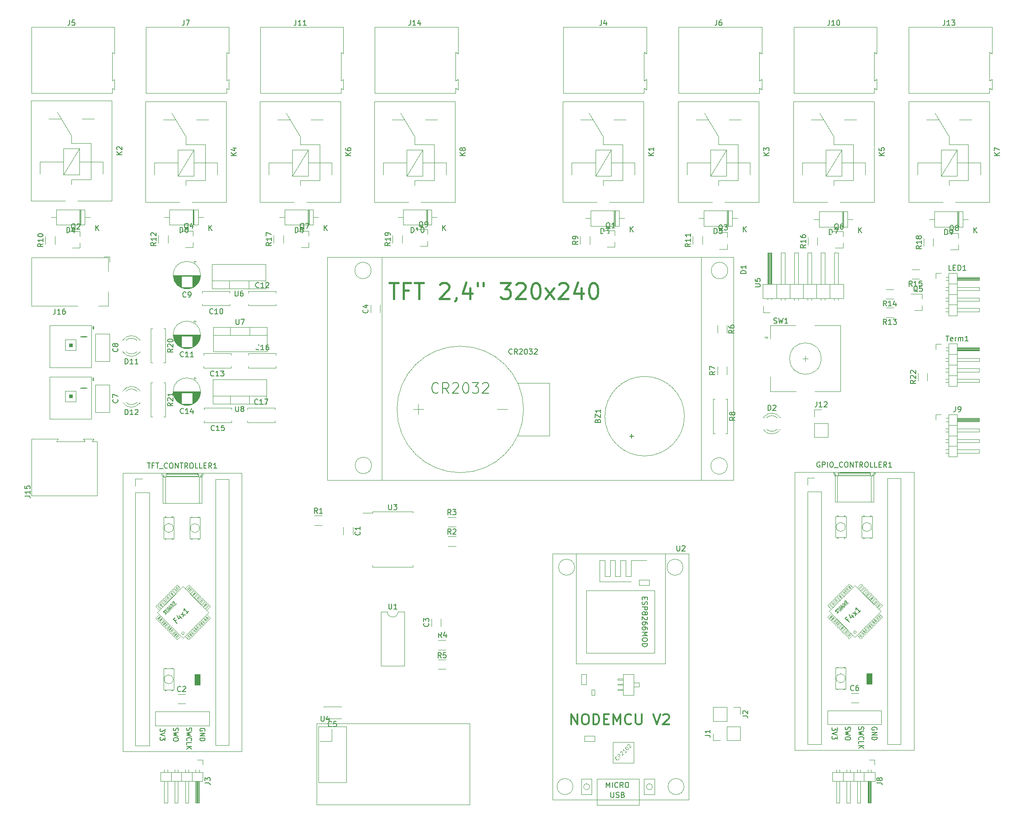
<source format=gto>
G04 #@! TF.GenerationSoftware,KiCad,Pcbnew,(5.1.8)-1*
G04 #@! TF.CreationDate,2022-01-18T18:26:17+01:00*
G04 #@! TF.ProjectId,free_michelle_v1_0,66726565-5f6d-4696-9368-656c6c655f76,v1.0*
G04 #@! TF.SameCoordinates,Original*
G04 #@! TF.FileFunction,Legend,Top*
G04 #@! TF.FilePolarity,Positive*
%FSLAX46Y46*%
G04 Gerber Fmt 4.6, Leading zero omitted, Abs format (unit mm)*
G04 Created by KiCad (PCBNEW (5.1.8)-1) date 2022-01-18 18:26:17*
%MOMM*%
%LPD*%
G01*
G04 APERTURE LIST*
%ADD10C,0.120000*%
%ADD11C,0.100000*%
%ADD12C,0.150000*%
%ADD13C,0.200000*%
%ADD14C,0.400000*%
%ADD15C,0.050000*%
%ADD16C,0.300000*%
%ADD17O,1.905000X2.000000*%
%ADD18R,1.905000X2.000000*%
%ADD19O,1.700000X1.700000*%
%ADD20R,1.700000X1.700000*%
%ADD21C,1.700000*%
%ADD22C,1.600000*%
%ADD23O,1.350000X1.350000*%
%ADD24R,1.350000X1.350000*%
%ADD25C,2.000000*%
%ADD26R,2.000000X2.000000*%
%ADD27R,1.600000X1.600000*%
%ADD28C,1.524000*%
%ADD29C,1.800000*%
%ADD30R,1.800000X1.800000*%
%ADD31O,2.200000X2.200000*%
%ADD32R,2.200000X2.200000*%
%ADD33O,1.980000X3.960000*%
%ADD34R,1.980000X3.960000*%
%ADD35O,3.960000X1.980000*%
%ADD36R,3.960000X1.980000*%
%ADD37R,3.500000X3.500000*%
%ADD38C,3.000000*%
%ADD39R,0.900000X0.800000*%
%ADD40O,1.600000X1.600000*%
%ADD41R,3.000000X2.500000*%
%ADD42O,2.400000X1.600000*%
%ADD43R,2.400000X1.600000*%
%ADD44R,1.524000X1.524000*%
G04 APERTURE END LIST*
D10*
X63239000Y-87860000D02*
X63239000Y-86350000D01*
X66940000Y-87860000D02*
X66940000Y-86350000D01*
X70210000Y-86350000D02*
X59970000Y-86350000D01*
X59970000Y-87860000D02*
X59970000Y-83219000D01*
X70210000Y-87860000D02*
X70210000Y-83219000D01*
X70210000Y-83219000D02*
X59970000Y-83219000D01*
X70210000Y-87860000D02*
X59970000Y-87860000D01*
X63109000Y-65810000D02*
X63109000Y-64300000D01*
X66810000Y-65810000D02*
X66810000Y-64300000D01*
X70080000Y-64300000D02*
X59840000Y-64300000D01*
X59840000Y-65810000D02*
X59840000Y-61169000D01*
X70080000Y-65810000D02*
X70080000Y-61169000D01*
X70080000Y-61169000D02*
X59840000Y-61169000D01*
X70080000Y-65810000D02*
X59840000Y-65810000D01*
X165030000Y-70370000D02*
X165030000Y-69100000D01*
X166300000Y-70370000D02*
X165030000Y-70370000D01*
X179380000Y-68057071D02*
X179380000Y-67660000D01*
X178620000Y-68057071D02*
X178620000Y-67660000D01*
X179380000Y-59000000D02*
X179380000Y-65000000D01*
X178620000Y-59000000D02*
X179380000Y-59000000D01*
X178620000Y-65000000D02*
X178620000Y-59000000D01*
X177730000Y-67660000D02*
X177730000Y-65000000D01*
X176840000Y-68057071D02*
X176840000Y-67660000D01*
X176080000Y-68057071D02*
X176080000Y-67660000D01*
X176840000Y-59000000D02*
X176840000Y-65000000D01*
X176080000Y-59000000D02*
X176840000Y-59000000D01*
X176080000Y-65000000D02*
X176080000Y-59000000D01*
X175190000Y-67660000D02*
X175190000Y-65000000D01*
X174300000Y-68057071D02*
X174300000Y-67660000D01*
X173540000Y-68057071D02*
X173540000Y-67660000D01*
X174300000Y-59000000D02*
X174300000Y-65000000D01*
X173540000Y-59000000D02*
X174300000Y-59000000D01*
X173540000Y-65000000D02*
X173540000Y-59000000D01*
X172650000Y-67660000D02*
X172650000Y-65000000D01*
X171760000Y-68057071D02*
X171760000Y-67660000D01*
X171000000Y-68057071D02*
X171000000Y-67660000D01*
X171760000Y-59000000D02*
X171760000Y-65000000D01*
X171000000Y-59000000D02*
X171760000Y-59000000D01*
X171000000Y-65000000D02*
X171000000Y-59000000D01*
X170110000Y-67660000D02*
X170110000Y-65000000D01*
X169220000Y-68057071D02*
X169220000Y-67660000D01*
X168460000Y-68057071D02*
X168460000Y-67660000D01*
X169220000Y-59000000D02*
X169220000Y-65000000D01*
X168460000Y-59000000D02*
X169220000Y-59000000D01*
X168460000Y-65000000D02*
X168460000Y-59000000D01*
X167570000Y-67660000D02*
X167570000Y-65000000D01*
X166680000Y-67990000D02*
X166680000Y-67660000D01*
X165920000Y-67990000D02*
X165920000Y-67660000D01*
X166580000Y-65000000D02*
X166580000Y-59000000D01*
X166460000Y-65000000D02*
X166460000Y-59000000D01*
X166340000Y-65000000D02*
X166340000Y-59000000D01*
X166220000Y-65000000D02*
X166220000Y-59000000D01*
X166100000Y-65000000D02*
X166100000Y-59000000D01*
X165980000Y-65000000D02*
X165980000Y-59000000D01*
X166680000Y-59000000D02*
X166680000Y-65000000D01*
X165920000Y-59000000D02*
X166680000Y-59000000D01*
X165920000Y-65000000D02*
X165920000Y-59000000D01*
X164970000Y-65000000D02*
X164970000Y-67660000D01*
X180330000Y-65000000D02*
X164970000Y-65000000D01*
X180330000Y-67660000D02*
X180330000Y-65000000D01*
X164970000Y-67660000D02*
X180330000Y-67660000D01*
X53123127Y-132881166D02*
X52910995Y-132669034D01*
X49587593Y-125951520D02*
X49375461Y-126163652D01*
X55951554Y-132315481D02*
X55739422Y-132527613D01*
X51355360Y-124183753D02*
X51143228Y-124395885D01*
X53123127Y-122415986D02*
X52910995Y-122628118D01*
X51001806Y-130759846D02*
X50789674Y-130547714D01*
X59133534Y-129133500D02*
X58921402Y-129345632D01*
X49941146Y-129699186D02*
X49729014Y-129487054D01*
X55951554Y-122981671D02*
X55739422Y-122769539D01*
X52769573Y-132527613D02*
X52557441Y-132315481D01*
X57719321Y-130547714D02*
X57507189Y-130759846D01*
X52416020Y-123123093D02*
X52203888Y-123335225D01*
X55598000Y-132669034D02*
X55385868Y-132881166D01*
X50294700Y-130052739D02*
X50082568Y-129840607D01*
X57365767Y-124395885D02*
X57153635Y-124183753D01*
X55598000Y-122628118D02*
X55385868Y-122415986D01*
X57365767Y-130901267D02*
X57153635Y-131113399D01*
X49941146Y-125597967D02*
X49729014Y-125810099D01*
X59487088Y-126517205D02*
X59274956Y-126305073D01*
X50294700Y-125244413D02*
X50082568Y-125456545D01*
X51001806Y-124537306D02*
X50789674Y-124749438D01*
X57719321Y-124749438D02*
X57507189Y-124537306D01*
X58072874Y-130194161D02*
X57860742Y-130406293D01*
X58426428Y-125456545D02*
X58214296Y-125244413D01*
X52062467Y-131820506D02*
X51850334Y-131608374D01*
X52769573Y-122769539D02*
X52557441Y-122981671D01*
X58779981Y-125810099D02*
X58567849Y-125597967D01*
X57012214Y-124042332D02*
X56800082Y-123830200D01*
X56305107Y-123335225D02*
X56092975Y-123123093D01*
X58072874Y-125102992D02*
X57860742Y-124890860D01*
X50648253Y-130406293D02*
X50436121Y-130194161D01*
X56305107Y-131961928D02*
X56092975Y-132174060D01*
X50648253Y-124890860D02*
X50436121Y-125102992D01*
X49234039Y-128992079D02*
X49021907Y-128779947D01*
X59487088Y-128779947D02*
X59274956Y-128992079D01*
X52062467Y-123476646D02*
X51850334Y-123688778D01*
X49234039Y-126305073D02*
X49021907Y-126517205D01*
X52416020Y-132174060D02*
X52203888Y-131961928D01*
X58779981Y-129487054D02*
X58567849Y-129699186D01*
X51355360Y-131113399D02*
X51143228Y-130901267D01*
X58426428Y-129840607D02*
X58214296Y-130052739D01*
X56658661Y-131608374D02*
X56446529Y-131820506D01*
X59133534Y-126163652D02*
X58921402Y-125951520D01*
X51708913Y-123830200D02*
X51496781Y-124042332D01*
X56658661Y-123688778D02*
X56446529Y-123476646D01*
X51708913Y-131466953D02*
X51496781Y-131254821D01*
X49587593Y-129345632D02*
X49375461Y-129133500D01*
X57012214Y-131254821D02*
X56800082Y-131466953D01*
X49021907Y-126517205D02*
X49729014Y-127224312D01*
X59133534Y-129133500D02*
X58426428Y-128426394D01*
X57507189Y-124537306D02*
X56800082Y-125244413D01*
X51708913Y-131466953D02*
X52416020Y-130759846D01*
X55739422Y-122769539D02*
X55032315Y-123476646D01*
X57365767Y-130901267D02*
X56658661Y-130194161D01*
X49941146Y-129699186D02*
X50648253Y-128992079D01*
X58567849Y-125597967D02*
X57860742Y-126305073D01*
X51001806Y-130759846D02*
X51708913Y-130052739D01*
X49729014Y-125810099D02*
X50436121Y-126517205D01*
X55598000Y-122628118D02*
X54890894Y-123335225D01*
X52557441Y-122981671D02*
X53264548Y-123688778D01*
X58779981Y-129487054D02*
X58072874Y-128779947D01*
X55598000Y-132669034D02*
X54890894Y-131961928D01*
X50082568Y-125456545D02*
X50789674Y-126163652D01*
X57012214Y-131254821D02*
X56305107Y-130547714D01*
X58921402Y-129345632D02*
X58214296Y-128638526D01*
X49587593Y-125951520D02*
X50294700Y-126658627D01*
X53123127Y-122415986D02*
X53830233Y-123123093D01*
X56305107Y-131961928D02*
X55598000Y-131254821D01*
X57719321Y-130547714D02*
X57012214Y-129840607D01*
X52203888Y-131961928D02*
X52910995Y-131254821D01*
X51496781Y-131254821D02*
X52203888Y-130547714D01*
X50789674Y-124749438D02*
X51496781Y-125456545D01*
X56800082Y-123830200D02*
X56092975Y-124537306D01*
X52062467Y-131820506D02*
X52769573Y-131113399D01*
X56305107Y-123335225D02*
X55598000Y-124042332D01*
X50648253Y-130406293D02*
X51355360Y-129699186D01*
X49941146Y-125597967D02*
X50648253Y-126305073D01*
X58567849Y-129699186D02*
X57860742Y-128992079D01*
X49587593Y-129345632D02*
X50294700Y-128638526D01*
X49729014Y-129487054D02*
X50436121Y-128779947D01*
X52910995Y-122628118D02*
X53618101Y-123335225D01*
X49234039Y-126305073D02*
X49941146Y-127012180D01*
X58779981Y-125810099D02*
X58072874Y-126517205D01*
X51001806Y-124537306D02*
X51708913Y-125244413D01*
X50294700Y-130052739D02*
X51001806Y-129345632D01*
X57012214Y-124042332D02*
X56305107Y-124749438D01*
X52416020Y-123123093D02*
X53123127Y-123830200D01*
X51850334Y-131608374D02*
X52557441Y-130901267D01*
X49375461Y-129133500D02*
X50082568Y-128426394D01*
X58072874Y-125102992D02*
X57365767Y-125810099D01*
X57860742Y-124890860D02*
X57153635Y-125597967D01*
X57719321Y-124749438D02*
X57012214Y-125456545D01*
X51355360Y-131113399D02*
X52062467Y-130406293D01*
X51496781Y-124042332D02*
X52203888Y-124749438D01*
X58072874Y-130194161D02*
X57365767Y-129487054D01*
X52203888Y-123335225D02*
X52910995Y-124042332D01*
X57507189Y-130759846D02*
X56800082Y-130052739D01*
X49375461Y-126163652D02*
X50082568Y-126870759D01*
X50789674Y-130547714D02*
X51496781Y-129840607D01*
X55951554Y-132315481D02*
X55244447Y-131608374D01*
X57365767Y-124395885D02*
X56658661Y-125102992D01*
X57153635Y-124183753D02*
X56446529Y-124890860D01*
X51143228Y-130901267D02*
X51850334Y-130194161D01*
X56092975Y-123123093D02*
X55385868Y-123830200D01*
X52416020Y-132174060D02*
X53123127Y-131466953D01*
X58426428Y-129840607D02*
X57719321Y-129133500D01*
X58921402Y-125951520D02*
X58214296Y-126658627D01*
X59487088Y-128779947D02*
X58779981Y-128072840D01*
X59274956Y-128992079D02*
X58567849Y-128284972D01*
X52910995Y-132669034D02*
X53618101Y-131961928D01*
X57860742Y-130406293D02*
X57153635Y-129699186D01*
X55951554Y-122981671D02*
X55244447Y-123688778D01*
X51708913Y-123830200D02*
X52416020Y-124537306D01*
X52557441Y-132315481D02*
X53264548Y-131608374D01*
X56092975Y-132174060D02*
X55385868Y-131466953D01*
X59487088Y-126517205D02*
X58779981Y-127224312D01*
X50294700Y-125244413D02*
X51001806Y-125951520D01*
X56446529Y-123476646D02*
X55739422Y-124183753D01*
X51355360Y-124183753D02*
X52062467Y-124890860D01*
X55739422Y-132527613D02*
X55032315Y-131820506D01*
X56800082Y-131466953D02*
X56092975Y-130759846D01*
X51850334Y-123688778D02*
X52557441Y-124395885D01*
X55385868Y-122415986D02*
X54678762Y-123123093D01*
X52769573Y-122769539D02*
X53476680Y-123476646D01*
X53123127Y-132881166D02*
X53830233Y-132174060D01*
X52769573Y-132527613D02*
X53476680Y-131820506D01*
X57153635Y-131113399D02*
X56446529Y-130406293D01*
X52062467Y-123476646D02*
X52769573Y-124183753D01*
X59274956Y-126305073D02*
X58567849Y-127012180D01*
X49021907Y-128779947D02*
X49729014Y-128072840D01*
X59133534Y-126163652D02*
X58426428Y-126870759D01*
X58214296Y-125244413D02*
X57507189Y-125951520D01*
X51143228Y-124395885D02*
X51850334Y-125102992D01*
X56658661Y-131608374D02*
X55951554Y-130901267D01*
X55385868Y-132881166D02*
X54678762Y-132174060D01*
X50436121Y-125102992D02*
X51143228Y-125810099D01*
X58214296Y-130052739D02*
X57507189Y-129345632D01*
X56658661Y-123688778D02*
X55951554Y-124395885D01*
X58426428Y-125456545D02*
X57719321Y-126163652D01*
X49234039Y-128992079D02*
X49941146Y-128284972D01*
X50648253Y-124890860D02*
X51355360Y-125597967D01*
X56446529Y-131820506D02*
X55739422Y-131113399D01*
X50436121Y-130194161D02*
X51143228Y-129487054D01*
X50082568Y-129840607D02*
X50789674Y-129133500D01*
X59154245Y-127598576D02*
X59154245Y-127698576D01*
X54304498Y-122748829D02*
X54204498Y-122748829D01*
X49354750Y-127698576D02*
X49354750Y-127598576D01*
X59154245Y-127598576D02*
X54304498Y-122748829D01*
X59154245Y-127698576D02*
X54304498Y-132548324D01*
X54204498Y-122748829D02*
X49354750Y-127598576D01*
X49354750Y-127698576D02*
X54204498Y-132548324D01*
X54204498Y-132548324D02*
X54304498Y-132548324D01*
X51138627Y-126846707D02*
X51237426Y-126747907D01*
X51237426Y-126747907D02*
X51728343Y-126996818D01*
X51728343Y-126996818D02*
X51480282Y-126505052D01*
X51480282Y-126505052D02*
X51578125Y-126407209D01*
X51578125Y-126407209D02*
X52198118Y-126847875D01*
X52198118Y-126847875D02*
X52101762Y-126944231D01*
X52101762Y-126944231D02*
X51710177Y-126665893D01*
X51710177Y-126665893D02*
X51934866Y-127111128D01*
X51934866Y-127111128D02*
X51842015Y-127203979D01*
X51842015Y-127203979D02*
X51397418Y-126978652D01*
X51397418Y-126978652D02*
X51675862Y-127370132D01*
X51579400Y-127466594D02*
X51138627Y-126846707D01*
X51675862Y-127370132D02*
X51579400Y-127466594D01*
X52136927Y-126419532D02*
X52048538Y-126331144D01*
X52082534Y-126637103D02*
X52177721Y-126541916D01*
X51966949Y-126276751D02*
X51871761Y-126371938D01*
X50752778Y-127374275D02*
X50746722Y-127510576D01*
X50800159Y-128047174D02*
X50833623Y-127913210D01*
X50247784Y-101480469D02*
X50432659Y-101317578D01*
X50545142Y-101445241D02*
X50267387Y-101130000D01*
X50267387Y-101130000D02*
X50082512Y-101292892D01*
X50082512Y-101292892D02*
X50361166Y-101609153D01*
X58157487Y-101292892D02*
X57878833Y-101609153D01*
X57972612Y-101130000D02*
X58157487Y-101292892D01*
X57992215Y-101480469D02*
X57807340Y-101317578D01*
X57694857Y-101445241D02*
X57972612Y-101130000D01*
X50660728Y-101680000D02*
X50405072Y-101680000D01*
X50669988Y-101780000D02*
X50669988Y-101775785D01*
X57570011Y-101780000D02*
X57570011Y-101775785D01*
X57579271Y-101680000D02*
X57834927Y-101680000D01*
X57570011Y-106790000D02*
X50669988Y-106790000D01*
X50923589Y-101779936D02*
X50923589Y-106790000D01*
X50423589Y-101774425D02*
X50423572Y-101771500D01*
X50423589Y-101774425D02*
X50423589Y-106780000D01*
X57816410Y-106780000D02*
X50423589Y-106780000D01*
X50430103Y-101780000D02*
X50920000Y-101780000D01*
X57816410Y-101774425D02*
X57816410Y-106780000D01*
X57816410Y-101774425D02*
X57816427Y-101771500D01*
X57809896Y-101780000D02*
X57320000Y-101780000D01*
X57316410Y-101779936D02*
X57316410Y-106790000D01*
X57320000Y-101780000D02*
X57316410Y-101779936D01*
X50920000Y-101780000D02*
X50923589Y-101779936D01*
X57258464Y-101758825D02*
X50981535Y-101758825D01*
X56970000Y-101130000D02*
X51270000Y-101130000D01*
X51270000Y-101273395D02*
X51270000Y-101130000D01*
X56970000Y-101273395D02*
X56970000Y-101130000D01*
X57220000Y-101334789D02*
X57220000Y-101680000D01*
X56970000Y-101273395D02*
X51270000Y-101273395D01*
X51020000Y-101334789D02*
X51020000Y-101680000D01*
X51020000Y-101615431D02*
X57220000Y-101615431D01*
X52605427Y-126344104D02*
X52595335Y-126019978D01*
X52653658Y-126392336D02*
X52605427Y-126344104D01*
X53007212Y-126038782D02*
X52653658Y-126392336D01*
X52918823Y-125950394D02*
X53007212Y-126038782D01*
X52740347Y-126128870D02*
X52918823Y-125950394D01*
X52732273Y-126010098D02*
X52740347Y-126128870D01*
X52408891Y-125929996D02*
X52313703Y-126025184D01*
X50831499Y-127344210D02*
X50736311Y-127249023D01*
X50926686Y-127249023D02*
X50831499Y-127344210D01*
X51361829Y-127684165D02*
X50926686Y-127249023D01*
X51457016Y-127588978D02*
X51361829Y-127684165D01*
X51021874Y-127153835D02*
X51457016Y-127588978D01*
X51117061Y-127058648D02*
X51021874Y-127153835D01*
X51021874Y-126963460D02*
X51117061Y-127058648D01*
X50736311Y-127249023D02*
X51021874Y-126963460D01*
X50958932Y-127914597D02*
X50988515Y-127894300D01*
X50924185Y-127923743D02*
X50958932Y-127914597D01*
X50833623Y-127913210D02*
X50924185Y-127923743D01*
X51018398Y-127634959D02*
X51088483Y-127682784D01*
X50912026Y-127615962D02*
X51018398Y-127634959D01*
X50854997Y-127618084D02*
X50912026Y-127615962D01*
X50782524Y-127623080D02*
X50854997Y-127618084D01*
X50720755Y-127626718D02*
X50782524Y-127623080D01*
X50642080Y-127626692D02*
X50720755Y-127626718D01*
X50625741Y-127622121D02*
X50642080Y-127626692D01*
X50607872Y-127610119D02*
X50625741Y-127622121D01*
X52098399Y-126182842D02*
X52084871Y-126163503D01*
X52105137Y-126205506D02*
X52098399Y-126182842D01*
X52100222Y-126252287D02*
X52105137Y-126205506D01*
X52048538Y-126331144D02*
X52100222Y-126252287D01*
X52238152Y-126353606D02*
X52136927Y-126419532D01*
X52298451Y-126348751D02*
X52238152Y-126353606D01*
X52327332Y-126358131D02*
X52298451Y-126348751D01*
X52351842Y-126376081D02*
X52327332Y-126358131D01*
X51839459Y-126137095D02*
X51886847Y-126071290D01*
X51818962Y-126237762D02*
X51839459Y-126137095D01*
X51831271Y-126300832D02*
X51818962Y-126237762D01*
X51871761Y-126371938D02*
X51831271Y-126300832D01*
X52580050Y-125868478D02*
X52527025Y-125762569D01*
X52595335Y-126019978D02*
X52580050Y-125868478D01*
X52365551Y-125859758D02*
X52408891Y-125929996D01*
X52362298Y-125807327D02*
X52365551Y-125859758D01*
X52387112Y-125761400D02*
X52362298Y-125807327D01*
X54504498Y-131648576D02*
G75*
G03*
X54504498Y-131648576I-250000J0D01*
G01*
X52098399Y-126182842D02*
X52084871Y-126163503D01*
X52105137Y-126205506D02*
X52098399Y-126182842D01*
X52100222Y-126252287D02*
X52105137Y-126205506D01*
X52048538Y-126331144D02*
X52100222Y-126252287D01*
X52238152Y-126353606D02*
X52136927Y-126419532D01*
X52298451Y-126348751D02*
X52238152Y-126353606D01*
X52327332Y-126358131D02*
X52298451Y-126348751D01*
X52351842Y-126376081D02*
X52327332Y-126358131D01*
X51839459Y-126137095D02*
X51886847Y-126071290D01*
X51818962Y-126237762D02*
X51839459Y-126137095D01*
X51831271Y-126300832D02*
X51818962Y-126237762D01*
X51871761Y-126371938D02*
X51831271Y-126300832D01*
X50625741Y-127622121D02*
X50642080Y-127626692D01*
X50607872Y-127610119D02*
X50625741Y-127622121D01*
X50720755Y-127626718D02*
X50782524Y-127623080D01*
X50642080Y-127626692D02*
X50720755Y-127626718D01*
X50854997Y-127618084D02*
X50912026Y-127615962D01*
X50782524Y-127623080D02*
X50854997Y-127618084D01*
X51018398Y-127634959D02*
X51088483Y-127682784D01*
X50912026Y-127615962D02*
X51018398Y-127634959D01*
X50958932Y-127914597D02*
X50988515Y-127894300D01*
X50924185Y-127923743D02*
X50958932Y-127914597D01*
X50833623Y-127913210D02*
X50924185Y-127923743D01*
X50428513Y-101779669D02*
X50430103Y-101780000D01*
X50423572Y-101771500D02*
X50428513Y-101779669D01*
X57811486Y-101779669D02*
X57809896Y-101780000D01*
X57816427Y-101771500D02*
X57811486Y-101779669D01*
X52365551Y-125859758D02*
X52408891Y-125929996D01*
X52362298Y-125807327D02*
X52365551Y-125859758D01*
X52387112Y-125761400D02*
X52362298Y-125807327D01*
X52580050Y-125868478D02*
X52527025Y-125762569D01*
X52595335Y-126019978D02*
X52580050Y-125868478D01*
X45170000Y-102170000D02*
X46500000Y-102170000D01*
X45170000Y-103500000D02*
X45170000Y-102170000D01*
X60470000Y-153030000D02*
X60470000Y-102230000D01*
X63010000Y-153030000D02*
X60470000Y-153030000D01*
X63010000Y-102230000D02*
X63010000Y-153030000D01*
X60470000Y-102230000D02*
X63010000Y-102230000D01*
X45170000Y-153090000D02*
X45170000Y-104770000D01*
X47830000Y-153090000D02*
X45170000Y-153090000D01*
X47830000Y-104770000D02*
X47830000Y-153090000D01*
X45170000Y-104770000D02*
X47830000Y-104770000D01*
X59260000Y-146620000D02*
X48980000Y-146620000D01*
X59260000Y-149280000D02*
X59260000Y-146620000D01*
X48980000Y-149280000D02*
X59260000Y-149280000D01*
X48980000Y-146620000D02*
X48980000Y-149280000D01*
X42745000Y-154205000D02*
X42745000Y-101055000D01*
X65495000Y-154205000D02*
X42745000Y-154205000D01*
X65495000Y-101055000D02*
X65495000Y-154205000D01*
X42745000Y-101055000D02*
X65495000Y-101055000D01*
X50540000Y-138480000D02*
X50540000Y-142470000D01*
X50540000Y-142470000D02*
X52520000Y-142470000D01*
X52520000Y-142470000D02*
X52520000Y-138530000D01*
X52520000Y-138510000D02*
X52520000Y-138500000D01*
X52520000Y-138500000D02*
X52520000Y-138490000D01*
X50540000Y-138470000D02*
X50540000Y-138430000D01*
X52520000Y-138480000D02*
X52520000Y-138430000D01*
X52520000Y-138430000D02*
X50540000Y-138430000D01*
X50800000Y-138370000D02*
X50800000Y-138300000D01*
X50800000Y-138300000D02*
X51000000Y-138300000D01*
X51000000Y-138300000D02*
X51000000Y-138390000D01*
X52300000Y-138370000D02*
X52300000Y-138300000D01*
X52300000Y-138300000D02*
X52100000Y-138300000D01*
X52100000Y-138300000D02*
X52100000Y-138400000D01*
X50800000Y-142530000D02*
X50800000Y-142600000D01*
X50800000Y-142600000D02*
X51000000Y-142600000D01*
X51000000Y-142600000D02*
X51000000Y-142520000D01*
X52300000Y-142530000D02*
X52300000Y-142600000D01*
X52300000Y-142600000D02*
X52100000Y-142600000D01*
X52100000Y-142600000D02*
X52100000Y-142530000D01*
X52390349Y-140460000D02*
G75*
G03*
X52390349Y-140460000I-860349J0D01*
G01*
X52320000Y-113690000D02*
X52120000Y-113690000D01*
X52120000Y-113690000D02*
X52120000Y-113620000D01*
X52410349Y-111550000D02*
G75*
G03*
X52410349Y-111550000I-860349J0D01*
G01*
X50820000Y-113620000D02*
X50820000Y-113690000D01*
X50820000Y-113690000D02*
X51020000Y-113690000D01*
X51020000Y-113690000D02*
X51020000Y-113610000D01*
X52320000Y-113620000D02*
X52320000Y-113690000D01*
X52320000Y-109460000D02*
X52320000Y-109390000D01*
X52320000Y-109390000D02*
X52120000Y-109390000D01*
X52120000Y-109390000D02*
X52120000Y-109490000D01*
X50820000Y-109390000D02*
X51020000Y-109390000D01*
X51020000Y-109390000D02*
X51020000Y-109480000D01*
X52540000Y-109520000D02*
X50560000Y-109520000D01*
X50820000Y-109460000D02*
X50820000Y-109390000D01*
X52540000Y-109600000D02*
X52540000Y-109590000D01*
X52540000Y-113560000D02*
X52540000Y-109620000D01*
X52540000Y-109590000D02*
X52540000Y-109580000D01*
X50560000Y-113560000D02*
X52540000Y-113560000D01*
X50560000Y-109570000D02*
X50560000Y-113560000D01*
X50560000Y-109560000D02*
X50560000Y-109520000D01*
X52540000Y-109570000D02*
X52540000Y-109520000D01*
X55810000Y-109480000D02*
X55810000Y-109410000D01*
X57310000Y-113710000D02*
X57110000Y-113710000D01*
X55550000Y-109590000D02*
X55550000Y-113580000D01*
X56010000Y-113710000D02*
X56010000Y-113630000D01*
X57310000Y-109480000D02*
X57310000Y-109410000D01*
X55550000Y-113580000D02*
X57530000Y-113580000D01*
X57110000Y-113710000D02*
X57110000Y-113640000D01*
X57310000Y-113640000D02*
X57310000Y-113710000D01*
X55550000Y-109580000D02*
X55550000Y-109540000D01*
X57310000Y-109410000D02*
X57110000Y-109410000D01*
X57110000Y-109410000D02*
X57110000Y-109510000D01*
X56010000Y-109410000D02*
X56010000Y-109500000D01*
X55810000Y-113640000D02*
X55810000Y-113710000D01*
X55810000Y-113710000D02*
X56010000Y-113710000D01*
X55810000Y-109410000D02*
X56010000Y-109410000D01*
X57530000Y-109610000D02*
X57530000Y-109600000D01*
X57530000Y-109590000D02*
X57530000Y-109540000D01*
X57530000Y-109540000D02*
X55550000Y-109540000D01*
X57530000Y-109620000D02*
X57530000Y-109610000D01*
X57530000Y-113580000D02*
X57530000Y-109640000D01*
X57400349Y-111570000D02*
G75*
G03*
X57400349Y-111570000I-860349J0D01*
G01*
D11*
G36*
X57510000Y-141520000D02*
G01*
X56510000Y-141520000D01*
X56510000Y-139500000D01*
X57510000Y-139500000D01*
X57510000Y-141520000D01*
G37*
X57510000Y-141520000D02*
X56510000Y-141520000D01*
X56510000Y-139500000D01*
X57510000Y-139500000D01*
X57510000Y-141520000D01*
D10*
X51966949Y-126276751D02*
G75*
G02*
X51981397Y-126167115I80733J45131D01*
G01*
X51981397Y-126167116D02*
G75*
G02*
X52084871Y-126163503I53417J-46311D01*
G01*
X52351842Y-126376081D02*
G75*
G02*
X52345786Y-126537029I-79814J-77585D01*
G01*
X52345786Y-126537029D02*
G75*
G02*
X52177721Y-126541916I-86530J83460D01*
G01*
X52435769Y-126637422D02*
G75*
G02*
X52082534Y-126637103I-176465J169651D01*
G01*
X52447986Y-126281851D02*
G75*
G02*
X52435768Y-126637422I-176854J-171918D01*
G01*
X52214161Y-126244349D02*
G75*
G02*
X52447986Y-126281850I92758J-169355D01*
G01*
X52174003Y-126062261D02*
G75*
G02*
X52214160Y-126244349I-122238J-122430D01*
G01*
X51886846Y-126071290D02*
G75*
G02*
X52174003Y-126062260I148001J-136123D01*
G01*
X50616053Y-127532461D02*
G75*
G02*
X50746722Y-127510576I84783J-105181D01*
G01*
X50607872Y-127610118D02*
G75*
G02*
X50616052Y-127532460I43125J34717D01*
G01*
X51088483Y-127682784D02*
G75*
G02*
X51080197Y-127992993I-148378J-151252D01*
G01*
X51080197Y-127992993D02*
G75*
G02*
X50800159Y-128047174I-179110J174957D01*
G01*
X50998820Y-127783497D02*
G75*
G02*
X50988515Y-127894300I-61156J-50193D01*
G01*
X50837023Y-127762355D02*
G75*
G02*
X50998820Y-127783496I55616J-204064D01*
G01*
X50837023Y-127762355D02*
G75*
G02*
X50517253Y-127709874I-108634J338518D01*
G01*
X50517252Y-127709875D02*
G75*
G02*
X50521927Y-127436210I136546J134540D01*
G01*
X50521927Y-127436211D02*
G75*
G02*
X50752778Y-127374275I175251J-192017D01*
G01*
X50545142Y-101445241D02*
G75*
G02*
X50669988Y-101775785I-375154J-330544D01*
G01*
X50361166Y-101609153D02*
G75*
G02*
X50423572Y-101771500I-187577J-165272D01*
G01*
X57816427Y-101771500D02*
G75*
G02*
X57878833Y-101609153I249983J-2925D01*
G01*
X57570011Y-101775785D02*
G75*
G02*
X57694857Y-101445241I500000J0D01*
G01*
X51020000Y-101680001D02*
G75*
G02*
X50923589Y-101779936I-100000J1D01*
G01*
X57316410Y-101779937D02*
G75*
G02*
X57219999Y-101680000I3590J99937D01*
G01*
X51019999Y-101334788D02*
G75*
G02*
X51270000Y-101130000I229439J-25102D01*
G01*
X56970000Y-101130001D02*
G75*
G02*
X57219999Y-101334789I20561J-229889D01*
G01*
X56970000Y-101273395D02*
G75*
G02*
X57219999Y-101478183I20561J-229889D01*
G01*
X51020000Y-101478182D02*
G75*
G02*
X51270000Y-101273395I229438J-25102D01*
G01*
X52387113Y-125761400D02*
G75*
G02*
X52527025Y-125762569I69414J-65451D01*
G01*
X52615519Y-125660688D02*
G75*
G02*
X52732273Y-126010098I-396693J-326764D01*
G01*
X52297342Y-125660794D02*
G75*
G02*
X52615520Y-125660688I159141J-155962D01*
G01*
X52313703Y-126025184D02*
G75*
G02*
X52297343Y-125660794I162874J189875D01*
G01*
X40260000Y-79730000D02*
X37520000Y-79730000D01*
X40260000Y-74490000D02*
X37520000Y-74490000D01*
X37520000Y-74490000D02*
X37520000Y-79730000D01*
X40260000Y-74490000D02*
X40260000Y-79730000D01*
X40260000Y-89470000D02*
X37520000Y-89470000D01*
X40260000Y-84230000D02*
X37520000Y-84230000D01*
X37520000Y-84230000D02*
X37520000Y-89470000D01*
X40260000Y-84230000D02*
X40260000Y-89470000D01*
X196410000Y-83427064D02*
X196410000Y-81972936D01*
X194590000Y-83427064D02*
X194590000Y-81972936D01*
X198000000Y-62900000D02*
X199000000Y-62900000D01*
X198000000Y-63900000D02*
X198000000Y-62900000D01*
X199882114Y-70210000D02*
X200440000Y-70210000D01*
X199882114Y-69590000D02*
X200440000Y-69590000D01*
X206260000Y-70210000D02*
X202060000Y-70210000D01*
X206260000Y-69590000D02*
X206260000Y-70210000D01*
X202060000Y-69590000D02*
X206260000Y-69590000D01*
X200440000Y-68900000D02*
X202060000Y-68900000D01*
X199882114Y-68210000D02*
X200440000Y-68210000D01*
X199882114Y-67590000D02*
X200440000Y-67590000D01*
X206260000Y-68210000D02*
X202060000Y-68210000D01*
X206260000Y-67590000D02*
X206260000Y-68210000D01*
X202060000Y-67590000D02*
X206260000Y-67590000D01*
X200440000Y-66900000D02*
X202060000Y-66900000D01*
X199882114Y-66210000D02*
X200440000Y-66210000D01*
X199882114Y-65590000D02*
X200440000Y-65590000D01*
X206260000Y-66210000D02*
X202060000Y-66210000D01*
X206260000Y-65590000D02*
X206260000Y-66210000D01*
X202060000Y-65590000D02*
X206260000Y-65590000D01*
X200440000Y-64900000D02*
X202060000Y-64900000D01*
X199935000Y-64210000D02*
X200440000Y-64210000D01*
X199935000Y-63590000D02*
X200440000Y-63590000D01*
X202060000Y-64130000D02*
X206260000Y-64130000D01*
X202060000Y-64010000D02*
X206260000Y-64010000D01*
X202060000Y-63890000D02*
X206260000Y-63890000D01*
X202060000Y-63770000D02*
X206260000Y-63770000D01*
X202060000Y-63650000D02*
X206260000Y-63650000D01*
X206260000Y-64210000D02*
X202060000Y-64210000D01*
X206260000Y-63590000D02*
X206260000Y-64210000D01*
X202060000Y-63590000D02*
X206260000Y-63590000D01*
X202060000Y-62840000D02*
X200440000Y-62840000D01*
X202060000Y-70960000D02*
X202060000Y-62840000D01*
X200440000Y-70960000D02*
X202060000Y-70960000D01*
X200440000Y-62840000D02*
X200440000Y-70960000D01*
X198000000Y-76400000D02*
X199000000Y-76400000D01*
X198000000Y-77400000D02*
X198000000Y-76400000D01*
X199882114Y-83710000D02*
X200440000Y-83710000D01*
X199882114Y-83090000D02*
X200440000Y-83090000D01*
X206260000Y-83710000D02*
X202060000Y-83710000D01*
X206260000Y-83090000D02*
X206260000Y-83710000D01*
X202060000Y-83090000D02*
X206260000Y-83090000D01*
X200440000Y-82400000D02*
X202060000Y-82400000D01*
X199882114Y-81710000D02*
X200440000Y-81710000D01*
X199882114Y-81090000D02*
X200440000Y-81090000D01*
X206260000Y-81710000D02*
X202060000Y-81710000D01*
X206260000Y-81090000D02*
X206260000Y-81710000D01*
X202060000Y-81090000D02*
X206260000Y-81090000D01*
X200440000Y-80400000D02*
X202060000Y-80400000D01*
X199882114Y-79710000D02*
X200440000Y-79710000D01*
X199882114Y-79090000D02*
X200440000Y-79090000D01*
X206260000Y-79710000D02*
X202060000Y-79710000D01*
X206260000Y-79090000D02*
X206260000Y-79710000D01*
X202060000Y-79090000D02*
X206260000Y-79090000D01*
X200440000Y-78400000D02*
X202060000Y-78400000D01*
X199935000Y-77710000D02*
X200440000Y-77710000D01*
X199935000Y-77090000D02*
X200440000Y-77090000D01*
X202060000Y-77630000D02*
X206260000Y-77630000D01*
X202060000Y-77510000D02*
X206260000Y-77510000D01*
X202060000Y-77390000D02*
X206260000Y-77390000D01*
X202060000Y-77270000D02*
X206260000Y-77270000D01*
X202060000Y-77150000D02*
X206260000Y-77150000D01*
X206260000Y-77710000D02*
X202060000Y-77710000D01*
X206260000Y-77090000D02*
X206260000Y-77710000D01*
X202060000Y-77090000D02*
X206260000Y-77090000D01*
X202060000Y-76340000D02*
X200440000Y-76340000D01*
X202060000Y-84460000D02*
X202060000Y-76340000D01*
X200440000Y-84460000D02*
X202060000Y-84460000D01*
X200440000Y-76340000D02*
X200440000Y-84460000D01*
X150000000Y-90200000D02*
G75*
G03*
X150000000Y-90200000I-7600000J0D01*
G01*
X84890000Y-111413748D02*
X84890000Y-112836252D01*
X86710000Y-111413748D02*
X86710000Y-112836252D01*
X53288748Y-145110000D02*
X54711252Y-145110000D01*
X53288748Y-143290000D02*
X54711252Y-143290000D01*
X103510000Y-130311252D02*
X103510000Y-128888748D01*
X101690000Y-130311252D02*
X101690000Y-128888748D01*
X91910000Y-70411252D02*
X91910000Y-68988748D01*
X90090000Y-70411252D02*
X90090000Y-68988748D01*
X81170000Y-145745000D02*
X81170000Y-145680000D01*
X81170000Y-147920000D02*
X81170000Y-147855000D01*
X84410000Y-145745000D02*
X84410000Y-145680000D01*
X84410000Y-147920000D02*
X84410000Y-147855000D01*
X84410000Y-145680000D02*
X81170000Y-145680000D01*
X84410000Y-147920000D02*
X81170000Y-147920000D01*
X181788748Y-144910000D02*
X183211252Y-144910000D01*
X181788748Y-143090000D02*
X183211252Y-143090000D01*
X56725000Y-60705225D02*
X56225000Y-60705225D01*
X56475000Y-60455225D02*
X56475000Y-60955225D01*
X55284000Y-65861000D02*
X54716000Y-65861000D01*
X55518000Y-65821000D02*
X54482000Y-65821000D01*
X55677000Y-65781000D02*
X54323000Y-65781000D01*
X55805000Y-65741000D02*
X54195000Y-65741000D01*
X55915000Y-65701000D02*
X54085000Y-65701000D01*
X56011000Y-65661000D02*
X53989000Y-65661000D01*
X56098000Y-65621000D02*
X53902000Y-65621000D01*
X56178000Y-65581000D02*
X53822000Y-65581000D01*
X53960000Y-65541000D02*
X53749000Y-65541000D01*
X56251000Y-65541000D02*
X56040000Y-65541000D01*
X53960000Y-65501000D02*
X53681000Y-65501000D01*
X56319000Y-65501000D02*
X56040000Y-65501000D01*
X53960000Y-65461000D02*
X53617000Y-65461000D01*
X56383000Y-65461000D02*
X56040000Y-65461000D01*
X53960000Y-65421000D02*
X53557000Y-65421000D01*
X56443000Y-65421000D02*
X56040000Y-65421000D01*
X53960000Y-65381000D02*
X53500000Y-65381000D01*
X56500000Y-65381000D02*
X56040000Y-65381000D01*
X53960000Y-65341000D02*
X53446000Y-65341000D01*
X56554000Y-65341000D02*
X56040000Y-65341000D01*
X53960000Y-65301000D02*
X53395000Y-65301000D01*
X56605000Y-65301000D02*
X56040000Y-65301000D01*
X53960000Y-65261000D02*
X53347000Y-65261000D01*
X56653000Y-65261000D02*
X56040000Y-65261000D01*
X53960000Y-65221000D02*
X53301000Y-65221000D01*
X56699000Y-65221000D02*
X56040000Y-65221000D01*
X53960000Y-65181000D02*
X53257000Y-65181000D01*
X56743000Y-65181000D02*
X56040000Y-65181000D01*
X53960000Y-65141000D02*
X53215000Y-65141000D01*
X56785000Y-65141000D02*
X56040000Y-65141000D01*
X53960000Y-65101000D02*
X53174000Y-65101000D01*
X56826000Y-65101000D02*
X56040000Y-65101000D01*
X53960000Y-65061000D02*
X53136000Y-65061000D01*
X56864000Y-65061000D02*
X56040000Y-65061000D01*
X53960000Y-65021000D02*
X53099000Y-65021000D01*
X56901000Y-65021000D02*
X56040000Y-65021000D01*
X53960000Y-64981000D02*
X53063000Y-64981000D01*
X56937000Y-64981000D02*
X56040000Y-64981000D01*
X53960000Y-64941000D02*
X53029000Y-64941000D01*
X56971000Y-64941000D02*
X56040000Y-64941000D01*
X53960000Y-64901000D02*
X52996000Y-64901000D01*
X57004000Y-64901000D02*
X56040000Y-64901000D01*
X53960000Y-64861000D02*
X52965000Y-64861000D01*
X57035000Y-64861000D02*
X56040000Y-64861000D01*
X53960000Y-64821000D02*
X52935000Y-64821000D01*
X57065000Y-64821000D02*
X56040000Y-64821000D01*
X53960000Y-64781000D02*
X52905000Y-64781000D01*
X57095000Y-64781000D02*
X56040000Y-64781000D01*
X53960000Y-64741000D02*
X52878000Y-64741000D01*
X57122000Y-64741000D02*
X56040000Y-64741000D01*
X53960000Y-64701000D02*
X52851000Y-64701000D01*
X57149000Y-64701000D02*
X56040000Y-64701000D01*
X53960000Y-64661000D02*
X52825000Y-64661000D01*
X57175000Y-64661000D02*
X56040000Y-64661000D01*
X53960000Y-64621000D02*
X52800000Y-64621000D01*
X57200000Y-64621000D02*
X56040000Y-64621000D01*
X53960000Y-64581000D02*
X52776000Y-64581000D01*
X57224000Y-64581000D02*
X56040000Y-64581000D01*
X53960000Y-64541000D02*
X52753000Y-64541000D01*
X57247000Y-64541000D02*
X56040000Y-64541000D01*
X53960000Y-64501000D02*
X52732000Y-64501000D01*
X57268000Y-64501000D02*
X56040000Y-64501000D01*
X53960000Y-64461000D02*
X52710000Y-64461000D01*
X57290000Y-64461000D02*
X56040000Y-64461000D01*
X53960000Y-64421000D02*
X52690000Y-64421000D01*
X57310000Y-64421000D02*
X56040000Y-64421000D01*
X53960000Y-64381000D02*
X52671000Y-64381000D01*
X57329000Y-64381000D02*
X56040000Y-64381000D01*
X53960000Y-64341000D02*
X52652000Y-64341000D01*
X57348000Y-64341000D02*
X56040000Y-64341000D01*
X53960000Y-64301000D02*
X52635000Y-64301000D01*
X57365000Y-64301000D02*
X56040000Y-64301000D01*
X53960000Y-64261000D02*
X52618000Y-64261000D01*
X57382000Y-64261000D02*
X56040000Y-64261000D01*
X53960000Y-64221000D02*
X52602000Y-64221000D01*
X57398000Y-64221000D02*
X56040000Y-64221000D01*
X53960000Y-64181000D02*
X52586000Y-64181000D01*
X57414000Y-64181000D02*
X56040000Y-64181000D01*
X53960000Y-64141000D02*
X52572000Y-64141000D01*
X57428000Y-64141000D02*
X56040000Y-64141000D01*
X53960000Y-64101000D02*
X52558000Y-64101000D01*
X57442000Y-64101000D02*
X56040000Y-64101000D01*
X53960000Y-64061000D02*
X52545000Y-64061000D01*
X57455000Y-64061000D02*
X56040000Y-64061000D01*
X53960000Y-64021000D02*
X52532000Y-64021000D01*
X57468000Y-64021000D02*
X56040000Y-64021000D01*
X53960000Y-63981000D02*
X52520000Y-63981000D01*
X57480000Y-63981000D02*
X56040000Y-63981000D01*
X53960000Y-63940000D02*
X52509000Y-63940000D01*
X57491000Y-63940000D02*
X56040000Y-63940000D01*
X53960000Y-63900000D02*
X52499000Y-63900000D01*
X57501000Y-63900000D02*
X56040000Y-63900000D01*
X53960000Y-63860000D02*
X52489000Y-63860000D01*
X57511000Y-63860000D02*
X56040000Y-63860000D01*
X53960000Y-63820000D02*
X52480000Y-63820000D01*
X57520000Y-63820000D02*
X56040000Y-63820000D01*
X53960000Y-63780000D02*
X52472000Y-63780000D01*
X57528000Y-63780000D02*
X56040000Y-63780000D01*
X53960000Y-63740000D02*
X52464000Y-63740000D01*
X57536000Y-63740000D02*
X56040000Y-63740000D01*
X53960000Y-63700000D02*
X52457000Y-63700000D01*
X57543000Y-63700000D02*
X56040000Y-63700000D01*
X53960000Y-63660000D02*
X52450000Y-63660000D01*
X57550000Y-63660000D02*
X56040000Y-63660000D01*
X53960000Y-63620000D02*
X52444000Y-63620000D01*
X57556000Y-63620000D02*
X56040000Y-63620000D01*
X53960000Y-63580000D02*
X52439000Y-63580000D01*
X57561000Y-63580000D02*
X56040000Y-63580000D01*
X53960000Y-63540000D02*
X52435000Y-63540000D01*
X57565000Y-63540000D02*
X56040000Y-63540000D01*
X53960000Y-63500000D02*
X52431000Y-63500000D01*
X57569000Y-63500000D02*
X56040000Y-63500000D01*
X57573000Y-63460000D02*
X52427000Y-63460000D01*
X57576000Y-63420000D02*
X52424000Y-63420000D01*
X57578000Y-63380000D02*
X52422000Y-63380000D01*
X57579000Y-63340000D02*
X52421000Y-63340000D01*
X57580000Y-63300000D02*
X52420000Y-63300000D01*
X57580000Y-63260000D02*
X52420000Y-63260000D01*
X57620000Y-63260000D02*
G75*
G03*
X57620000Y-63260000I-2620000J0D01*
G01*
X57980000Y-66645000D02*
X57980000Y-66330000D01*
X57980000Y-69070000D02*
X57980000Y-68755000D01*
X63220000Y-66645000D02*
X63220000Y-66330000D01*
X63220000Y-69070000D02*
X63220000Y-68755000D01*
X63220000Y-66330000D02*
X57980000Y-66330000D01*
X63220000Y-69070000D02*
X57980000Y-69070000D01*
X56725000Y-72115225D02*
X56225000Y-72115225D01*
X56475000Y-71865225D02*
X56475000Y-72365225D01*
X55284000Y-77271000D02*
X54716000Y-77271000D01*
X55518000Y-77231000D02*
X54482000Y-77231000D01*
X55677000Y-77191000D02*
X54323000Y-77191000D01*
X55805000Y-77151000D02*
X54195000Y-77151000D01*
X55915000Y-77111000D02*
X54085000Y-77111000D01*
X56011000Y-77071000D02*
X53989000Y-77071000D01*
X56098000Y-77031000D02*
X53902000Y-77031000D01*
X56178000Y-76991000D02*
X53822000Y-76991000D01*
X53960000Y-76951000D02*
X53749000Y-76951000D01*
X56251000Y-76951000D02*
X56040000Y-76951000D01*
X53960000Y-76911000D02*
X53681000Y-76911000D01*
X56319000Y-76911000D02*
X56040000Y-76911000D01*
X53960000Y-76871000D02*
X53617000Y-76871000D01*
X56383000Y-76871000D02*
X56040000Y-76871000D01*
X53960000Y-76831000D02*
X53557000Y-76831000D01*
X56443000Y-76831000D02*
X56040000Y-76831000D01*
X53960000Y-76791000D02*
X53500000Y-76791000D01*
X56500000Y-76791000D02*
X56040000Y-76791000D01*
X53960000Y-76751000D02*
X53446000Y-76751000D01*
X56554000Y-76751000D02*
X56040000Y-76751000D01*
X53960000Y-76711000D02*
X53395000Y-76711000D01*
X56605000Y-76711000D02*
X56040000Y-76711000D01*
X53960000Y-76671000D02*
X53347000Y-76671000D01*
X56653000Y-76671000D02*
X56040000Y-76671000D01*
X53960000Y-76631000D02*
X53301000Y-76631000D01*
X56699000Y-76631000D02*
X56040000Y-76631000D01*
X53960000Y-76591000D02*
X53257000Y-76591000D01*
X56743000Y-76591000D02*
X56040000Y-76591000D01*
X53960000Y-76551000D02*
X53215000Y-76551000D01*
X56785000Y-76551000D02*
X56040000Y-76551000D01*
X53960000Y-76511000D02*
X53174000Y-76511000D01*
X56826000Y-76511000D02*
X56040000Y-76511000D01*
X53960000Y-76471000D02*
X53136000Y-76471000D01*
X56864000Y-76471000D02*
X56040000Y-76471000D01*
X53960000Y-76431000D02*
X53099000Y-76431000D01*
X56901000Y-76431000D02*
X56040000Y-76431000D01*
X53960000Y-76391000D02*
X53063000Y-76391000D01*
X56937000Y-76391000D02*
X56040000Y-76391000D01*
X53960000Y-76351000D02*
X53029000Y-76351000D01*
X56971000Y-76351000D02*
X56040000Y-76351000D01*
X53960000Y-76311000D02*
X52996000Y-76311000D01*
X57004000Y-76311000D02*
X56040000Y-76311000D01*
X53960000Y-76271000D02*
X52965000Y-76271000D01*
X57035000Y-76271000D02*
X56040000Y-76271000D01*
X53960000Y-76231000D02*
X52935000Y-76231000D01*
X57065000Y-76231000D02*
X56040000Y-76231000D01*
X53960000Y-76191000D02*
X52905000Y-76191000D01*
X57095000Y-76191000D02*
X56040000Y-76191000D01*
X53960000Y-76151000D02*
X52878000Y-76151000D01*
X57122000Y-76151000D02*
X56040000Y-76151000D01*
X53960000Y-76111000D02*
X52851000Y-76111000D01*
X57149000Y-76111000D02*
X56040000Y-76111000D01*
X53960000Y-76071000D02*
X52825000Y-76071000D01*
X57175000Y-76071000D02*
X56040000Y-76071000D01*
X53960000Y-76031000D02*
X52800000Y-76031000D01*
X57200000Y-76031000D02*
X56040000Y-76031000D01*
X53960000Y-75991000D02*
X52776000Y-75991000D01*
X57224000Y-75991000D02*
X56040000Y-75991000D01*
X53960000Y-75951000D02*
X52753000Y-75951000D01*
X57247000Y-75951000D02*
X56040000Y-75951000D01*
X53960000Y-75911000D02*
X52732000Y-75911000D01*
X57268000Y-75911000D02*
X56040000Y-75911000D01*
X53960000Y-75871000D02*
X52710000Y-75871000D01*
X57290000Y-75871000D02*
X56040000Y-75871000D01*
X53960000Y-75831000D02*
X52690000Y-75831000D01*
X57310000Y-75831000D02*
X56040000Y-75831000D01*
X53960000Y-75791000D02*
X52671000Y-75791000D01*
X57329000Y-75791000D02*
X56040000Y-75791000D01*
X53960000Y-75751000D02*
X52652000Y-75751000D01*
X57348000Y-75751000D02*
X56040000Y-75751000D01*
X53960000Y-75711000D02*
X52635000Y-75711000D01*
X57365000Y-75711000D02*
X56040000Y-75711000D01*
X53960000Y-75671000D02*
X52618000Y-75671000D01*
X57382000Y-75671000D02*
X56040000Y-75671000D01*
X53960000Y-75631000D02*
X52602000Y-75631000D01*
X57398000Y-75631000D02*
X56040000Y-75631000D01*
X53960000Y-75591000D02*
X52586000Y-75591000D01*
X57414000Y-75591000D02*
X56040000Y-75591000D01*
X53960000Y-75551000D02*
X52572000Y-75551000D01*
X57428000Y-75551000D02*
X56040000Y-75551000D01*
X53960000Y-75511000D02*
X52558000Y-75511000D01*
X57442000Y-75511000D02*
X56040000Y-75511000D01*
X53960000Y-75471000D02*
X52545000Y-75471000D01*
X57455000Y-75471000D02*
X56040000Y-75471000D01*
X53960000Y-75431000D02*
X52532000Y-75431000D01*
X57468000Y-75431000D02*
X56040000Y-75431000D01*
X53960000Y-75391000D02*
X52520000Y-75391000D01*
X57480000Y-75391000D02*
X56040000Y-75391000D01*
X53960000Y-75350000D02*
X52509000Y-75350000D01*
X57491000Y-75350000D02*
X56040000Y-75350000D01*
X53960000Y-75310000D02*
X52499000Y-75310000D01*
X57501000Y-75310000D02*
X56040000Y-75310000D01*
X53960000Y-75270000D02*
X52489000Y-75270000D01*
X57511000Y-75270000D02*
X56040000Y-75270000D01*
X53960000Y-75230000D02*
X52480000Y-75230000D01*
X57520000Y-75230000D02*
X56040000Y-75230000D01*
X53960000Y-75190000D02*
X52472000Y-75190000D01*
X57528000Y-75190000D02*
X56040000Y-75190000D01*
X53960000Y-75150000D02*
X52464000Y-75150000D01*
X57536000Y-75150000D02*
X56040000Y-75150000D01*
X53960000Y-75110000D02*
X52457000Y-75110000D01*
X57543000Y-75110000D02*
X56040000Y-75110000D01*
X53960000Y-75070000D02*
X52450000Y-75070000D01*
X57550000Y-75070000D02*
X56040000Y-75070000D01*
X53960000Y-75030000D02*
X52444000Y-75030000D01*
X57556000Y-75030000D02*
X56040000Y-75030000D01*
X53960000Y-74990000D02*
X52439000Y-74990000D01*
X57561000Y-74990000D02*
X56040000Y-74990000D01*
X53960000Y-74950000D02*
X52435000Y-74950000D01*
X57565000Y-74950000D02*
X56040000Y-74950000D01*
X53960000Y-74910000D02*
X52431000Y-74910000D01*
X57569000Y-74910000D02*
X56040000Y-74910000D01*
X57573000Y-74870000D02*
X52427000Y-74870000D01*
X57576000Y-74830000D02*
X52424000Y-74830000D01*
X57578000Y-74790000D02*
X52422000Y-74790000D01*
X57579000Y-74750000D02*
X52421000Y-74750000D01*
X57580000Y-74710000D02*
X52420000Y-74710000D01*
X57580000Y-74670000D02*
X52420000Y-74670000D01*
X57620000Y-74670000D02*
G75*
G03*
X57620000Y-74670000I-2620000J0D01*
G01*
X72020000Y-68755000D02*
X72020000Y-69070000D01*
X72020000Y-66330000D02*
X72020000Y-66645000D01*
X66780000Y-68755000D02*
X66780000Y-69070000D01*
X66780000Y-66330000D02*
X66780000Y-66645000D01*
X66780000Y-69070000D02*
X72020000Y-69070000D01*
X66780000Y-66330000D02*
X72020000Y-66330000D01*
X58180000Y-78545000D02*
X58180000Y-78230000D01*
X58180000Y-80970000D02*
X58180000Y-80655000D01*
X63420000Y-78545000D02*
X63420000Y-78230000D01*
X63420000Y-80970000D02*
X63420000Y-80655000D01*
X63420000Y-78230000D02*
X58180000Y-78230000D01*
X63420000Y-80970000D02*
X58180000Y-80970000D01*
X56725000Y-82955225D02*
X56225000Y-82955225D01*
X56475000Y-82705225D02*
X56475000Y-83205225D01*
X55284000Y-88111000D02*
X54716000Y-88111000D01*
X55518000Y-88071000D02*
X54482000Y-88071000D01*
X55677000Y-88031000D02*
X54323000Y-88031000D01*
X55805000Y-87991000D02*
X54195000Y-87991000D01*
X55915000Y-87951000D02*
X54085000Y-87951000D01*
X56011000Y-87911000D02*
X53989000Y-87911000D01*
X56098000Y-87871000D02*
X53902000Y-87871000D01*
X56178000Y-87831000D02*
X53822000Y-87831000D01*
X53960000Y-87791000D02*
X53749000Y-87791000D01*
X56251000Y-87791000D02*
X56040000Y-87791000D01*
X53960000Y-87751000D02*
X53681000Y-87751000D01*
X56319000Y-87751000D02*
X56040000Y-87751000D01*
X53960000Y-87711000D02*
X53617000Y-87711000D01*
X56383000Y-87711000D02*
X56040000Y-87711000D01*
X53960000Y-87671000D02*
X53557000Y-87671000D01*
X56443000Y-87671000D02*
X56040000Y-87671000D01*
X53960000Y-87631000D02*
X53500000Y-87631000D01*
X56500000Y-87631000D02*
X56040000Y-87631000D01*
X53960000Y-87591000D02*
X53446000Y-87591000D01*
X56554000Y-87591000D02*
X56040000Y-87591000D01*
X53960000Y-87551000D02*
X53395000Y-87551000D01*
X56605000Y-87551000D02*
X56040000Y-87551000D01*
X53960000Y-87511000D02*
X53347000Y-87511000D01*
X56653000Y-87511000D02*
X56040000Y-87511000D01*
X53960000Y-87471000D02*
X53301000Y-87471000D01*
X56699000Y-87471000D02*
X56040000Y-87471000D01*
X53960000Y-87431000D02*
X53257000Y-87431000D01*
X56743000Y-87431000D02*
X56040000Y-87431000D01*
X53960000Y-87391000D02*
X53215000Y-87391000D01*
X56785000Y-87391000D02*
X56040000Y-87391000D01*
X53960000Y-87351000D02*
X53174000Y-87351000D01*
X56826000Y-87351000D02*
X56040000Y-87351000D01*
X53960000Y-87311000D02*
X53136000Y-87311000D01*
X56864000Y-87311000D02*
X56040000Y-87311000D01*
X53960000Y-87271000D02*
X53099000Y-87271000D01*
X56901000Y-87271000D02*
X56040000Y-87271000D01*
X53960000Y-87231000D02*
X53063000Y-87231000D01*
X56937000Y-87231000D02*
X56040000Y-87231000D01*
X53960000Y-87191000D02*
X53029000Y-87191000D01*
X56971000Y-87191000D02*
X56040000Y-87191000D01*
X53960000Y-87151000D02*
X52996000Y-87151000D01*
X57004000Y-87151000D02*
X56040000Y-87151000D01*
X53960000Y-87111000D02*
X52965000Y-87111000D01*
X57035000Y-87111000D02*
X56040000Y-87111000D01*
X53960000Y-87071000D02*
X52935000Y-87071000D01*
X57065000Y-87071000D02*
X56040000Y-87071000D01*
X53960000Y-87031000D02*
X52905000Y-87031000D01*
X57095000Y-87031000D02*
X56040000Y-87031000D01*
X53960000Y-86991000D02*
X52878000Y-86991000D01*
X57122000Y-86991000D02*
X56040000Y-86991000D01*
X53960000Y-86951000D02*
X52851000Y-86951000D01*
X57149000Y-86951000D02*
X56040000Y-86951000D01*
X53960000Y-86911000D02*
X52825000Y-86911000D01*
X57175000Y-86911000D02*
X56040000Y-86911000D01*
X53960000Y-86871000D02*
X52800000Y-86871000D01*
X57200000Y-86871000D02*
X56040000Y-86871000D01*
X53960000Y-86831000D02*
X52776000Y-86831000D01*
X57224000Y-86831000D02*
X56040000Y-86831000D01*
X53960000Y-86791000D02*
X52753000Y-86791000D01*
X57247000Y-86791000D02*
X56040000Y-86791000D01*
X53960000Y-86751000D02*
X52732000Y-86751000D01*
X57268000Y-86751000D02*
X56040000Y-86751000D01*
X53960000Y-86711000D02*
X52710000Y-86711000D01*
X57290000Y-86711000D02*
X56040000Y-86711000D01*
X53960000Y-86671000D02*
X52690000Y-86671000D01*
X57310000Y-86671000D02*
X56040000Y-86671000D01*
X53960000Y-86631000D02*
X52671000Y-86631000D01*
X57329000Y-86631000D02*
X56040000Y-86631000D01*
X53960000Y-86591000D02*
X52652000Y-86591000D01*
X57348000Y-86591000D02*
X56040000Y-86591000D01*
X53960000Y-86551000D02*
X52635000Y-86551000D01*
X57365000Y-86551000D02*
X56040000Y-86551000D01*
X53960000Y-86511000D02*
X52618000Y-86511000D01*
X57382000Y-86511000D02*
X56040000Y-86511000D01*
X53960000Y-86471000D02*
X52602000Y-86471000D01*
X57398000Y-86471000D02*
X56040000Y-86471000D01*
X53960000Y-86431000D02*
X52586000Y-86431000D01*
X57414000Y-86431000D02*
X56040000Y-86431000D01*
X53960000Y-86391000D02*
X52572000Y-86391000D01*
X57428000Y-86391000D02*
X56040000Y-86391000D01*
X53960000Y-86351000D02*
X52558000Y-86351000D01*
X57442000Y-86351000D02*
X56040000Y-86351000D01*
X53960000Y-86311000D02*
X52545000Y-86311000D01*
X57455000Y-86311000D02*
X56040000Y-86311000D01*
X53960000Y-86271000D02*
X52532000Y-86271000D01*
X57468000Y-86271000D02*
X56040000Y-86271000D01*
X53960000Y-86231000D02*
X52520000Y-86231000D01*
X57480000Y-86231000D02*
X56040000Y-86231000D01*
X53960000Y-86190000D02*
X52509000Y-86190000D01*
X57491000Y-86190000D02*
X56040000Y-86190000D01*
X53960000Y-86150000D02*
X52499000Y-86150000D01*
X57501000Y-86150000D02*
X56040000Y-86150000D01*
X53960000Y-86110000D02*
X52489000Y-86110000D01*
X57511000Y-86110000D02*
X56040000Y-86110000D01*
X53960000Y-86070000D02*
X52480000Y-86070000D01*
X57520000Y-86070000D02*
X56040000Y-86070000D01*
X53960000Y-86030000D02*
X52472000Y-86030000D01*
X57528000Y-86030000D02*
X56040000Y-86030000D01*
X53960000Y-85990000D02*
X52464000Y-85990000D01*
X57536000Y-85990000D02*
X56040000Y-85990000D01*
X53960000Y-85950000D02*
X52457000Y-85950000D01*
X57543000Y-85950000D02*
X56040000Y-85950000D01*
X53960000Y-85910000D02*
X52450000Y-85910000D01*
X57550000Y-85910000D02*
X56040000Y-85910000D01*
X53960000Y-85870000D02*
X52444000Y-85870000D01*
X57556000Y-85870000D02*
X56040000Y-85870000D01*
X53960000Y-85830000D02*
X52439000Y-85830000D01*
X57561000Y-85830000D02*
X56040000Y-85830000D01*
X53960000Y-85790000D02*
X52435000Y-85790000D01*
X57565000Y-85790000D02*
X56040000Y-85790000D01*
X53960000Y-85750000D02*
X52431000Y-85750000D01*
X57569000Y-85750000D02*
X56040000Y-85750000D01*
X57573000Y-85710000D02*
X52427000Y-85710000D01*
X57576000Y-85670000D02*
X52424000Y-85670000D01*
X57578000Y-85630000D02*
X52422000Y-85630000D01*
X57579000Y-85590000D02*
X52421000Y-85590000D01*
X57580000Y-85550000D02*
X52420000Y-85550000D01*
X57580000Y-85510000D02*
X52420000Y-85510000D01*
X57620000Y-85510000D02*
G75*
G03*
X57620000Y-85510000I-2620000J0D01*
G01*
X58280000Y-88945000D02*
X58280000Y-88630000D01*
X58280000Y-91370000D02*
X58280000Y-91055000D01*
X63520000Y-88945000D02*
X63520000Y-88630000D01*
X63520000Y-91370000D02*
X63520000Y-91055000D01*
X63520000Y-88630000D02*
X58280000Y-88630000D01*
X63520000Y-91370000D02*
X58280000Y-91370000D01*
X72020000Y-80655000D02*
X72020000Y-80970000D01*
X72020000Y-78230000D02*
X72020000Y-78545000D01*
X66780000Y-80655000D02*
X66780000Y-80970000D01*
X66780000Y-78230000D02*
X66780000Y-78545000D01*
X66780000Y-80970000D02*
X72020000Y-80970000D01*
X66780000Y-78230000D02*
X72020000Y-78230000D01*
X71820000Y-91055000D02*
X71820000Y-91370000D01*
X71820000Y-88630000D02*
X71820000Y-88945000D01*
X66580000Y-91055000D02*
X66580000Y-91370000D01*
X66580000Y-88630000D02*
X66580000Y-88945000D01*
X66580000Y-91370000D02*
X71820000Y-91370000D01*
X66580000Y-88630000D02*
X71820000Y-88630000D01*
X119283046Y-88900000D02*
G75*
G03*
X119283046Y-88900000I-12083046J0D01*
G01*
X118200000Y-83900000D02*
X124200000Y-83900000D01*
X124200000Y-83900000D02*
X124200000Y-92900000D01*
X118200000Y-93900000D02*
X124200000Y-93900000D01*
X124200000Y-93900000D02*
X124200000Y-92900000D01*
X116200000Y-88900000D02*
X114200000Y-88900000D01*
X99200000Y-87900000D02*
X99200000Y-89900000D01*
X98200000Y-88900000D02*
X100200000Y-88900000D01*
X153200000Y-102400000D02*
X153200000Y-59800000D01*
X92200000Y-102400000D02*
X92200000Y-59800000D01*
X158281139Y-62381138D02*
G75*
G03*
X158281139Y-62381138I-1581139J0D01*
G01*
X158200001Y-99700000D02*
G75*
G03*
X158200001Y-99700000I-1581139J0D01*
G01*
X90200001Y-62365247D02*
G75*
G03*
X90200001Y-62365247I-1565248J0D01*
G01*
X90265248Y-99600000D02*
G75*
G03*
X90265248Y-99600000I-1565248J0D01*
G01*
X159400000Y-102400000D02*
X159400000Y-59800000D01*
X81800000Y-59800000D02*
X159400000Y-59800000D01*
X81800000Y-102400000D02*
X159400000Y-102400000D01*
X81800000Y-98400000D02*
X81800000Y-102400000D01*
X81800000Y-59800000D02*
X81800000Y-98400000D01*
X165110000Y-92680000D02*
X165110000Y-92836000D01*
X165110000Y-90364000D02*
X165110000Y-90520000D01*
X167711130Y-92679837D02*
G75*
G02*
X165629039Y-92680000I-1041130J1079837D01*
G01*
X167711130Y-90520163D02*
G75*
G03*
X165629039Y-90520000I-1041130J-1079837D01*
G01*
X168342335Y-92678608D02*
G75*
G02*
X165110000Y-92835516I-1672335J1078608D01*
G01*
X168342335Y-90521392D02*
G75*
G03*
X165110000Y-90364484I-1672335J-1078608D01*
G01*
X136760000Y-53870000D02*
X136760000Y-50930000D01*
X136520000Y-53870000D02*
X136520000Y-50930000D01*
X136640000Y-53870000D02*
X136640000Y-50930000D01*
X131080000Y-52400000D02*
X132100000Y-52400000D01*
X138560000Y-52400000D02*
X137540000Y-52400000D01*
X132100000Y-53870000D02*
X137540000Y-53870000D01*
X132100000Y-50930000D02*
X132100000Y-53870000D01*
X137540000Y-50930000D02*
X132100000Y-50930000D01*
X137540000Y-53870000D02*
X137540000Y-50930000D01*
X34760000Y-53670000D02*
X34760000Y-50730000D01*
X34520000Y-53670000D02*
X34520000Y-50730000D01*
X34640000Y-53670000D02*
X34640000Y-50730000D01*
X29080000Y-52200000D02*
X30100000Y-52200000D01*
X36560000Y-52200000D02*
X35540000Y-52200000D01*
X30100000Y-53670000D02*
X35540000Y-53670000D01*
X30100000Y-50730000D02*
X30100000Y-53670000D01*
X35540000Y-50730000D02*
X30100000Y-50730000D01*
X35540000Y-53670000D02*
X35540000Y-50730000D01*
X158360000Y-53870000D02*
X158360000Y-50930000D01*
X158120000Y-53870000D02*
X158120000Y-50930000D01*
X158240000Y-53870000D02*
X158240000Y-50930000D01*
X152680000Y-52400000D02*
X153700000Y-52400000D01*
X160160000Y-52400000D02*
X159140000Y-52400000D01*
X153700000Y-53870000D02*
X159140000Y-53870000D01*
X153700000Y-50930000D02*
X153700000Y-53870000D01*
X159140000Y-50930000D02*
X153700000Y-50930000D01*
X159140000Y-53870000D02*
X159140000Y-50930000D01*
X56360000Y-53670000D02*
X56360000Y-50730000D01*
X56120000Y-53670000D02*
X56120000Y-50730000D01*
X56240000Y-53670000D02*
X56240000Y-50730000D01*
X50680000Y-52200000D02*
X51700000Y-52200000D01*
X58160000Y-52200000D02*
X57140000Y-52200000D01*
X51700000Y-53670000D02*
X57140000Y-53670000D01*
X51700000Y-50730000D02*
X51700000Y-53670000D01*
X57140000Y-50730000D02*
X51700000Y-50730000D01*
X57140000Y-53670000D02*
X57140000Y-50730000D01*
X180360000Y-54070000D02*
X180360000Y-51130000D01*
X180120000Y-54070000D02*
X180120000Y-51130000D01*
X180240000Y-54070000D02*
X180240000Y-51130000D01*
X174680000Y-52600000D02*
X175700000Y-52600000D01*
X182160000Y-52600000D02*
X181140000Y-52600000D01*
X175700000Y-54070000D02*
X181140000Y-54070000D01*
X175700000Y-51130000D02*
X175700000Y-54070000D01*
X181140000Y-51130000D02*
X175700000Y-51130000D01*
X181140000Y-54070000D02*
X181140000Y-51130000D01*
X78360000Y-53670000D02*
X78360000Y-50730000D01*
X78120000Y-53670000D02*
X78120000Y-50730000D01*
X78240000Y-53670000D02*
X78240000Y-50730000D01*
X72680000Y-52200000D02*
X73700000Y-52200000D01*
X80160000Y-52200000D02*
X79140000Y-52200000D01*
X73700000Y-53670000D02*
X79140000Y-53670000D01*
X73700000Y-50730000D02*
X73700000Y-53670000D01*
X79140000Y-50730000D02*
X73700000Y-50730000D01*
X79140000Y-53670000D02*
X79140000Y-50730000D01*
X202360000Y-54070000D02*
X202360000Y-51130000D01*
X202120000Y-54070000D02*
X202120000Y-51130000D01*
X202240000Y-54070000D02*
X202240000Y-51130000D01*
X196680000Y-52600000D02*
X197700000Y-52600000D01*
X204160000Y-52600000D02*
X203140000Y-52600000D01*
X197700000Y-54070000D02*
X203140000Y-54070000D01*
X197700000Y-51130000D02*
X197700000Y-54070000D01*
X203140000Y-51130000D02*
X197700000Y-51130000D01*
X203140000Y-54070000D02*
X203140000Y-51130000D01*
X100960000Y-53670000D02*
X100960000Y-50730000D01*
X100720000Y-53670000D02*
X100720000Y-50730000D01*
X100840000Y-53670000D02*
X100840000Y-50730000D01*
X95280000Y-52200000D02*
X96300000Y-52200000D01*
X102760000Y-52200000D02*
X101740000Y-52200000D01*
X96300000Y-53670000D02*
X101740000Y-53670000D01*
X96300000Y-50730000D02*
X96300000Y-53670000D01*
X101740000Y-50730000D02*
X96300000Y-50730000D01*
X101740000Y-53670000D02*
X101740000Y-50730000D01*
X45990000Y-75720000D02*
X45990000Y-75564000D01*
X45990000Y-78036000D02*
X45990000Y-77880000D01*
X43388870Y-75720163D02*
G75*
G02*
X45470961Y-75720000I1041130J-1079837D01*
G01*
X43388870Y-77879837D02*
G75*
G03*
X45470961Y-77880000I1041130J1079837D01*
G01*
X42757665Y-75721392D02*
G75*
G02*
X45990000Y-75564484I1672335J-1078608D01*
G01*
X42757665Y-77878608D02*
G75*
G03*
X45990000Y-78035516I1672335J1078608D01*
G01*
X45990000Y-85420000D02*
X45990000Y-85264000D01*
X45990000Y-87736000D02*
X45990000Y-87580000D01*
X43388870Y-85420163D02*
G75*
G02*
X45470961Y-85420000I1041130J-1079837D01*
G01*
X43388870Y-87579837D02*
G75*
G03*
X45470961Y-87580000I1041130J1079837D01*
G01*
X42757665Y-85421392D02*
G75*
G02*
X45990000Y-85264484I1672335J-1078608D01*
G01*
X42757665Y-87578608D02*
G75*
G03*
X45990000Y-87735516I1672335J1078608D01*
G01*
X181423127Y-132681166D02*
X181210995Y-132469034D01*
X177887593Y-125751520D02*
X177675461Y-125963652D01*
X184251554Y-132115481D02*
X184039422Y-132327613D01*
X179655360Y-123983753D02*
X179443228Y-124195885D01*
X181423127Y-122215986D02*
X181210995Y-122428118D01*
X179301806Y-130559846D02*
X179089674Y-130347714D01*
X187433534Y-128933500D02*
X187221402Y-129145632D01*
X178241146Y-129499186D02*
X178029014Y-129287054D01*
X184251554Y-122781671D02*
X184039422Y-122569539D01*
X181069573Y-132327613D02*
X180857441Y-132115481D01*
X186019321Y-130347714D02*
X185807189Y-130559846D01*
X180716020Y-122923093D02*
X180503888Y-123135225D01*
X183898000Y-132469034D02*
X183685868Y-132681166D01*
X178594700Y-129852739D02*
X178382568Y-129640607D01*
X185665767Y-124195885D02*
X185453635Y-123983753D01*
X183898000Y-122428118D02*
X183685868Y-122215986D01*
X185665767Y-130701267D02*
X185453635Y-130913399D01*
X178241146Y-125397967D02*
X178029014Y-125610099D01*
X187787088Y-126317205D02*
X187574956Y-126105073D01*
X178594700Y-125044413D02*
X178382568Y-125256545D01*
X179301806Y-124337306D02*
X179089674Y-124549438D01*
X186019321Y-124549438D02*
X185807189Y-124337306D01*
X186372874Y-129994161D02*
X186160742Y-130206293D01*
X186726428Y-125256545D02*
X186514296Y-125044413D01*
X180362467Y-131620506D02*
X180150334Y-131408374D01*
X181069573Y-122569539D02*
X180857441Y-122781671D01*
X187079981Y-125610099D02*
X186867849Y-125397967D01*
X185312214Y-123842332D02*
X185100082Y-123630200D01*
X184605107Y-123135225D02*
X184392975Y-122923093D01*
X186372874Y-124902992D02*
X186160742Y-124690860D01*
X178948253Y-130206293D02*
X178736121Y-129994161D01*
X184605107Y-131761928D02*
X184392975Y-131974060D01*
X178948253Y-124690860D02*
X178736121Y-124902992D01*
X177534039Y-128792079D02*
X177321907Y-128579947D01*
X187787088Y-128579947D02*
X187574956Y-128792079D01*
X180362467Y-123276646D02*
X180150334Y-123488778D01*
X177534039Y-126105073D02*
X177321907Y-126317205D01*
X180716020Y-131974060D02*
X180503888Y-131761928D01*
X187079981Y-129287054D02*
X186867849Y-129499186D01*
X179655360Y-130913399D02*
X179443228Y-130701267D01*
X186726428Y-129640607D02*
X186514296Y-129852739D01*
X184958661Y-131408374D02*
X184746529Y-131620506D01*
X187433534Y-125963652D02*
X187221402Y-125751520D01*
X180008913Y-123630200D02*
X179796781Y-123842332D01*
X184958661Y-123488778D02*
X184746529Y-123276646D01*
X180008913Y-131266953D02*
X179796781Y-131054821D01*
X177887593Y-129145632D02*
X177675461Y-128933500D01*
X185312214Y-131054821D02*
X185100082Y-131266953D01*
X177321907Y-126317205D02*
X178029014Y-127024312D01*
X187433534Y-128933500D02*
X186726428Y-128226394D01*
X185807189Y-124337306D02*
X185100082Y-125044413D01*
X180008913Y-131266953D02*
X180716020Y-130559846D01*
X184039422Y-122569539D02*
X183332315Y-123276646D01*
X185665767Y-130701267D02*
X184958661Y-129994161D01*
X178241146Y-129499186D02*
X178948253Y-128792079D01*
X186867849Y-125397967D02*
X186160742Y-126105073D01*
X179301806Y-130559846D02*
X180008913Y-129852739D01*
X178029014Y-125610099D02*
X178736121Y-126317205D01*
X183898000Y-122428118D02*
X183190894Y-123135225D01*
X180857441Y-122781671D02*
X181564548Y-123488778D01*
X187079981Y-129287054D02*
X186372874Y-128579947D01*
X183898000Y-132469034D02*
X183190894Y-131761928D01*
X178382568Y-125256545D02*
X179089674Y-125963652D01*
X185312214Y-131054821D02*
X184605107Y-130347714D01*
X187221402Y-129145632D02*
X186514296Y-128438526D01*
X177887593Y-125751520D02*
X178594700Y-126458627D01*
X181423127Y-122215986D02*
X182130233Y-122923093D01*
X184605107Y-131761928D02*
X183898000Y-131054821D01*
X186019321Y-130347714D02*
X185312214Y-129640607D01*
X180503888Y-131761928D02*
X181210995Y-131054821D01*
X179796781Y-131054821D02*
X180503888Y-130347714D01*
X179089674Y-124549438D02*
X179796781Y-125256545D01*
X185100082Y-123630200D02*
X184392975Y-124337306D01*
X180362467Y-131620506D02*
X181069573Y-130913399D01*
X184605107Y-123135225D02*
X183898000Y-123842332D01*
X178948253Y-130206293D02*
X179655360Y-129499186D01*
X178241146Y-125397967D02*
X178948253Y-126105073D01*
X186867849Y-129499186D02*
X186160742Y-128792079D01*
X177887593Y-129145632D02*
X178594700Y-128438526D01*
X178029014Y-129287054D02*
X178736121Y-128579947D01*
X181210995Y-122428118D02*
X181918101Y-123135225D01*
X177534039Y-126105073D02*
X178241146Y-126812180D01*
X187079981Y-125610099D02*
X186372874Y-126317205D01*
X179301806Y-124337306D02*
X180008913Y-125044413D01*
X178594700Y-129852739D02*
X179301806Y-129145632D01*
X185312214Y-123842332D02*
X184605107Y-124549438D01*
X180716020Y-122923093D02*
X181423127Y-123630200D01*
X180150334Y-131408374D02*
X180857441Y-130701267D01*
X177675461Y-128933500D02*
X178382568Y-128226394D01*
X186372874Y-124902992D02*
X185665767Y-125610099D01*
X186160742Y-124690860D02*
X185453635Y-125397967D01*
X186019321Y-124549438D02*
X185312214Y-125256545D01*
X179655360Y-130913399D02*
X180362467Y-130206293D01*
X179796781Y-123842332D02*
X180503888Y-124549438D01*
X186372874Y-129994161D02*
X185665767Y-129287054D01*
X180503888Y-123135225D02*
X181210995Y-123842332D01*
X185807189Y-130559846D02*
X185100082Y-129852739D01*
X177675461Y-125963652D02*
X178382568Y-126670759D01*
X179089674Y-130347714D02*
X179796781Y-129640607D01*
X184251554Y-132115481D02*
X183544447Y-131408374D01*
X185665767Y-124195885D02*
X184958661Y-124902992D01*
X185453635Y-123983753D02*
X184746529Y-124690860D01*
X179443228Y-130701267D02*
X180150334Y-129994161D01*
X184392975Y-122923093D02*
X183685868Y-123630200D01*
X180716020Y-131974060D02*
X181423127Y-131266953D01*
X186726428Y-129640607D02*
X186019321Y-128933500D01*
X187221402Y-125751520D02*
X186514296Y-126458627D01*
X187787088Y-128579947D02*
X187079981Y-127872840D01*
X187574956Y-128792079D02*
X186867849Y-128084972D01*
X181210995Y-132469034D02*
X181918101Y-131761928D01*
X186160742Y-130206293D02*
X185453635Y-129499186D01*
X184251554Y-122781671D02*
X183544447Y-123488778D01*
X180008913Y-123630200D02*
X180716020Y-124337306D01*
X180857441Y-132115481D02*
X181564548Y-131408374D01*
X184392975Y-131974060D02*
X183685868Y-131266953D01*
X187787088Y-126317205D02*
X187079981Y-127024312D01*
X178594700Y-125044413D02*
X179301806Y-125751520D01*
X184746529Y-123276646D02*
X184039422Y-123983753D01*
X179655360Y-123983753D02*
X180362467Y-124690860D01*
X184039422Y-132327613D02*
X183332315Y-131620506D01*
X185100082Y-131266953D02*
X184392975Y-130559846D01*
X180150334Y-123488778D02*
X180857441Y-124195885D01*
X183685868Y-122215986D02*
X182978762Y-122923093D01*
X181069573Y-122569539D02*
X181776680Y-123276646D01*
X181423127Y-132681166D02*
X182130233Y-131974060D01*
X181069573Y-132327613D02*
X181776680Y-131620506D01*
X185453635Y-130913399D02*
X184746529Y-130206293D01*
X180362467Y-123276646D02*
X181069573Y-123983753D01*
X187574956Y-126105073D02*
X186867849Y-126812180D01*
X177321907Y-128579947D02*
X178029014Y-127872840D01*
X187433534Y-125963652D02*
X186726428Y-126670759D01*
X186514296Y-125044413D02*
X185807189Y-125751520D01*
X179443228Y-124195885D02*
X180150334Y-124902992D01*
X184958661Y-131408374D02*
X184251554Y-130701267D01*
X183685868Y-132681166D02*
X182978762Y-131974060D01*
X178736121Y-124902992D02*
X179443228Y-125610099D01*
X186514296Y-129852739D02*
X185807189Y-129145632D01*
X184958661Y-123488778D02*
X184251554Y-124195885D01*
X186726428Y-125256545D02*
X186019321Y-125963652D01*
X177534039Y-128792079D02*
X178241146Y-128084972D01*
X178948253Y-124690860D02*
X179655360Y-125397967D01*
X184746529Y-131620506D02*
X184039422Y-130913399D01*
X178736121Y-129994161D02*
X179443228Y-129287054D01*
X178382568Y-129640607D02*
X179089674Y-128933500D01*
X187454245Y-127398576D02*
X187454245Y-127498576D01*
X182604498Y-122548829D02*
X182504498Y-122548829D01*
X177654750Y-127498576D02*
X177654750Y-127398576D01*
X187454245Y-127398576D02*
X182604498Y-122548829D01*
X187454245Y-127498576D02*
X182604498Y-132348324D01*
X182504498Y-122548829D02*
X177654750Y-127398576D01*
X177654750Y-127498576D02*
X182504498Y-132348324D01*
X182504498Y-132348324D02*
X182604498Y-132348324D01*
X179438627Y-126646707D02*
X179537426Y-126547907D01*
X179537426Y-126547907D02*
X180028343Y-126796818D01*
X180028343Y-126796818D02*
X179780282Y-126305052D01*
X179780282Y-126305052D02*
X179878125Y-126207209D01*
X179878125Y-126207209D02*
X180498118Y-126647875D01*
X180498118Y-126647875D02*
X180401762Y-126744231D01*
X180401762Y-126744231D02*
X180010177Y-126465893D01*
X180010177Y-126465893D02*
X180234866Y-126911128D01*
X180234866Y-126911128D02*
X180142015Y-127003979D01*
X180142015Y-127003979D02*
X179697418Y-126778652D01*
X179697418Y-126778652D02*
X179975862Y-127170132D01*
X179879400Y-127266594D02*
X179438627Y-126646707D01*
X179975862Y-127170132D02*
X179879400Y-127266594D01*
X180436927Y-126219532D02*
X180348538Y-126131144D01*
X180382534Y-126437103D02*
X180477721Y-126341916D01*
X180266949Y-126076751D02*
X180171761Y-126171938D01*
X179052778Y-127174275D02*
X179046722Y-127310576D01*
X179100159Y-127847174D02*
X179133623Y-127713210D01*
X178547784Y-101280469D02*
X178732659Y-101117578D01*
X178845142Y-101245241D02*
X178567387Y-100930000D01*
X178567387Y-100930000D02*
X178382512Y-101092892D01*
X178382512Y-101092892D02*
X178661166Y-101409153D01*
X186457487Y-101092892D02*
X186178833Y-101409153D01*
X186272612Y-100930000D02*
X186457487Y-101092892D01*
X186292215Y-101280469D02*
X186107340Y-101117578D01*
X185994857Y-101245241D02*
X186272612Y-100930000D01*
X178960728Y-101480000D02*
X178705072Y-101480000D01*
X178969988Y-101580000D02*
X178969988Y-101575785D01*
X185870011Y-101580000D02*
X185870011Y-101575785D01*
X185879271Y-101480000D02*
X186134927Y-101480000D01*
X185870011Y-106590000D02*
X178969988Y-106590000D01*
X179223589Y-101579936D02*
X179223589Y-106590000D01*
X178723589Y-101574425D02*
X178723572Y-101571500D01*
X178723589Y-101574425D02*
X178723589Y-106580000D01*
X186116410Y-106580000D02*
X178723589Y-106580000D01*
X178730103Y-101580000D02*
X179220000Y-101580000D01*
X186116410Y-101574425D02*
X186116410Y-106580000D01*
X186116410Y-101574425D02*
X186116427Y-101571500D01*
X186109896Y-101580000D02*
X185620000Y-101580000D01*
X185616410Y-101579936D02*
X185616410Y-106590000D01*
X185620000Y-101580000D02*
X185616410Y-101579936D01*
X179220000Y-101580000D02*
X179223589Y-101579936D01*
X185558464Y-101558825D02*
X179281535Y-101558825D01*
X185270000Y-100930000D02*
X179570000Y-100930000D01*
X179570000Y-101073395D02*
X179570000Y-100930000D01*
X185270000Y-101073395D02*
X185270000Y-100930000D01*
X185520000Y-101134789D02*
X185520000Y-101480000D01*
X185270000Y-101073395D02*
X179570000Y-101073395D01*
X179320000Y-101134789D02*
X179320000Y-101480000D01*
X179320000Y-101415431D02*
X185520000Y-101415431D01*
X180905427Y-126144104D02*
X180895335Y-125819978D01*
X180953658Y-126192336D02*
X180905427Y-126144104D01*
X181307212Y-125838782D02*
X180953658Y-126192336D01*
X181218823Y-125750394D02*
X181307212Y-125838782D01*
X181040347Y-125928870D02*
X181218823Y-125750394D01*
X181032273Y-125810098D02*
X181040347Y-125928870D01*
X180708891Y-125729996D02*
X180613703Y-125825184D01*
X179131499Y-127144210D02*
X179036311Y-127049023D01*
X179226686Y-127049023D02*
X179131499Y-127144210D01*
X179661829Y-127484165D02*
X179226686Y-127049023D01*
X179757016Y-127388978D02*
X179661829Y-127484165D01*
X179321874Y-126953835D02*
X179757016Y-127388978D01*
X179417061Y-126858648D02*
X179321874Y-126953835D01*
X179321874Y-126763460D02*
X179417061Y-126858648D01*
X179036311Y-127049023D02*
X179321874Y-126763460D01*
X179258932Y-127714597D02*
X179288515Y-127694300D01*
X179224185Y-127723743D02*
X179258932Y-127714597D01*
X179133623Y-127713210D02*
X179224185Y-127723743D01*
X179318398Y-127434959D02*
X179388483Y-127482784D01*
X179212026Y-127415962D02*
X179318398Y-127434959D01*
X179154997Y-127418084D02*
X179212026Y-127415962D01*
X179082524Y-127423080D02*
X179154997Y-127418084D01*
X179020755Y-127426718D02*
X179082524Y-127423080D01*
X178942080Y-127426692D02*
X179020755Y-127426718D01*
X178925741Y-127422121D02*
X178942080Y-127426692D01*
X178907872Y-127410119D02*
X178925741Y-127422121D01*
X180398399Y-125982842D02*
X180384871Y-125963503D01*
X180405137Y-126005506D02*
X180398399Y-125982842D01*
X180400222Y-126052287D02*
X180405137Y-126005506D01*
X180348538Y-126131144D02*
X180400222Y-126052287D01*
X180538152Y-126153606D02*
X180436927Y-126219532D01*
X180598451Y-126148751D02*
X180538152Y-126153606D01*
X180627332Y-126158131D02*
X180598451Y-126148751D01*
X180651842Y-126176081D02*
X180627332Y-126158131D01*
X180139459Y-125937095D02*
X180186847Y-125871290D01*
X180118962Y-126037762D02*
X180139459Y-125937095D01*
X180131271Y-126100832D02*
X180118962Y-126037762D01*
X180171761Y-126171938D02*
X180131271Y-126100832D01*
X180880050Y-125668478D02*
X180827025Y-125562569D01*
X180895335Y-125819978D02*
X180880050Y-125668478D01*
X180665551Y-125659758D02*
X180708891Y-125729996D01*
X180662298Y-125607327D02*
X180665551Y-125659758D01*
X180687112Y-125561400D02*
X180662298Y-125607327D01*
X182804498Y-131448576D02*
G75*
G03*
X182804498Y-131448576I-250000J0D01*
G01*
X180398399Y-125982842D02*
X180384871Y-125963503D01*
X180405137Y-126005506D02*
X180398399Y-125982842D01*
X180400222Y-126052287D02*
X180405137Y-126005506D01*
X180348538Y-126131144D02*
X180400222Y-126052287D01*
X180538152Y-126153606D02*
X180436927Y-126219532D01*
X180598451Y-126148751D02*
X180538152Y-126153606D01*
X180627332Y-126158131D02*
X180598451Y-126148751D01*
X180651842Y-126176081D02*
X180627332Y-126158131D01*
X180139459Y-125937095D02*
X180186847Y-125871290D01*
X180118962Y-126037762D02*
X180139459Y-125937095D01*
X180131271Y-126100832D02*
X180118962Y-126037762D01*
X180171761Y-126171938D02*
X180131271Y-126100832D01*
X178925741Y-127422121D02*
X178942080Y-127426692D01*
X178907872Y-127410119D02*
X178925741Y-127422121D01*
X179020755Y-127426718D02*
X179082524Y-127423080D01*
X178942080Y-127426692D02*
X179020755Y-127426718D01*
X179154997Y-127418084D02*
X179212026Y-127415962D01*
X179082524Y-127423080D02*
X179154997Y-127418084D01*
X179318398Y-127434959D02*
X179388483Y-127482784D01*
X179212026Y-127415962D02*
X179318398Y-127434959D01*
X179258932Y-127714597D02*
X179288515Y-127694300D01*
X179224185Y-127723743D02*
X179258932Y-127714597D01*
X179133623Y-127713210D02*
X179224185Y-127723743D01*
X178728513Y-101579669D02*
X178730103Y-101580000D01*
X178723572Y-101571500D02*
X178728513Y-101579669D01*
X186111486Y-101579669D02*
X186109896Y-101580000D01*
X186116427Y-101571500D02*
X186111486Y-101579669D01*
X180665551Y-125659758D02*
X180708891Y-125729996D01*
X180662298Y-125607327D02*
X180665551Y-125659758D01*
X180687112Y-125561400D02*
X180662298Y-125607327D01*
X180880050Y-125668478D02*
X180827025Y-125562569D01*
X180895335Y-125819978D02*
X180880050Y-125668478D01*
X173470000Y-101970000D02*
X174800000Y-101970000D01*
X173470000Y-103300000D02*
X173470000Y-101970000D01*
X188770000Y-152830000D02*
X188770000Y-102030000D01*
X191310000Y-152830000D02*
X188770000Y-152830000D01*
X191310000Y-102030000D02*
X191310000Y-152830000D01*
X188770000Y-102030000D02*
X191310000Y-102030000D01*
X173470000Y-152890000D02*
X173470000Y-104570000D01*
X176130000Y-152890000D02*
X173470000Y-152890000D01*
X176130000Y-104570000D02*
X176130000Y-152890000D01*
X173470000Y-104570000D02*
X176130000Y-104570000D01*
X187560000Y-146420000D02*
X177280000Y-146420000D01*
X187560000Y-149080000D02*
X187560000Y-146420000D01*
X177280000Y-149080000D02*
X187560000Y-149080000D01*
X177280000Y-146420000D02*
X177280000Y-149080000D01*
X171045000Y-154005000D02*
X171045000Y-100855000D01*
X193795000Y-154005000D02*
X171045000Y-154005000D01*
X193795000Y-100855000D02*
X193795000Y-154005000D01*
X171045000Y-100855000D02*
X193795000Y-100855000D01*
X178840000Y-138280000D02*
X178840000Y-142270000D01*
X178840000Y-142270000D02*
X180820000Y-142270000D01*
X180820000Y-142270000D02*
X180820000Y-138330000D01*
X180820000Y-138310000D02*
X180820000Y-138300000D01*
X180820000Y-138300000D02*
X180820000Y-138290000D01*
X178840000Y-138270000D02*
X178840000Y-138230000D01*
X180820000Y-138280000D02*
X180820000Y-138230000D01*
X180820000Y-138230000D02*
X178840000Y-138230000D01*
X179100000Y-138170000D02*
X179100000Y-138100000D01*
X179100000Y-138100000D02*
X179300000Y-138100000D01*
X179300000Y-138100000D02*
X179300000Y-138190000D01*
X180600000Y-138170000D02*
X180600000Y-138100000D01*
X180600000Y-138100000D02*
X180400000Y-138100000D01*
X180400000Y-138100000D02*
X180400000Y-138200000D01*
X179100000Y-142330000D02*
X179100000Y-142400000D01*
X179100000Y-142400000D02*
X179300000Y-142400000D01*
X179300000Y-142400000D02*
X179300000Y-142320000D01*
X180600000Y-142330000D02*
X180600000Y-142400000D01*
X180600000Y-142400000D02*
X180400000Y-142400000D01*
X180400000Y-142400000D02*
X180400000Y-142330000D01*
X180690349Y-140260000D02*
G75*
G03*
X180690349Y-140260000I-860349J0D01*
G01*
X180620000Y-113490000D02*
X180420000Y-113490000D01*
X180420000Y-113490000D02*
X180420000Y-113420000D01*
X180710349Y-111350000D02*
G75*
G03*
X180710349Y-111350000I-860349J0D01*
G01*
X179120000Y-113420000D02*
X179120000Y-113490000D01*
X179120000Y-113490000D02*
X179320000Y-113490000D01*
X179320000Y-113490000D02*
X179320000Y-113410000D01*
X180620000Y-113420000D02*
X180620000Y-113490000D01*
X180620000Y-109260000D02*
X180620000Y-109190000D01*
X180620000Y-109190000D02*
X180420000Y-109190000D01*
X180420000Y-109190000D02*
X180420000Y-109290000D01*
X179120000Y-109190000D02*
X179320000Y-109190000D01*
X179320000Y-109190000D02*
X179320000Y-109280000D01*
X180840000Y-109320000D02*
X178860000Y-109320000D01*
X179120000Y-109260000D02*
X179120000Y-109190000D01*
X180840000Y-109400000D02*
X180840000Y-109390000D01*
X180840000Y-113360000D02*
X180840000Y-109420000D01*
X180840000Y-109390000D02*
X180840000Y-109380000D01*
X178860000Y-113360000D02*
X180840000Y-113360000D01*
X178860000Y-109370000D02*
X178860000Y-113360000D01*
X178860000Y-109360000D02*
X178860000Y-109320000D01*
X180840000Y-109370000D02*
X180840000Y-109320000D01*
X184110000Y-109280000D02*
X184110000Y-109210000D01*
X185610000Y-113510000D02*
X185410000Y-113510000D01*
X183850000Y-109390000D02*
X183850000Y-113380000D01*
X184310000Y-113510000D02*
X184310000Y-113430000D01*
X185610000Y-109280000D02*
X185610000Y-109210000D01*
X183850000Y-113380000D02*
X185830000Y-113380000D01*
X185410000Y-113510000D02*
X185410000Y-113440000D01*
X185610000Y-113440000D02*
X185610000Y-113510000D01*
X183850000Y-109380000D02*
X183850000Y-109340000D01*
X185610000Y-109210000D02*
X185410000Y-109210000D01*
X185410000Y-109210000D02*
X185410000Y-109310000D01*
X184310000Y-109210000D02*
X184310000Y-109300000D01*
X184110000Y-113440000D02*
X184110000Y-113510000D01*
X184110000Y-113510000D02*
X184310000Y-113510000D01*
X184110000Y-109210000D02*
X184310000Y-109210000D01*
X185830000Y-109410000D02*
X185830000Y-109400000D01*
X185830000Y-109390000D02*
X185830000Y-109340000D01*
X185830000Y-109340000D02*
X183850000Y-109340000D01*
X185830000Y-109420000D02*
X185830000Y-109410000D01*
X185830000Y-113380000D02*
X185830000Y-109440000D01*
X185700349Y-111370000D02*
G75*
G03*
X185700349Y-111370000I-860349J0D01*
G01*
D11*
G36*
X185810000Y-141320000D02*
G01*
X184810000Y-141320000D01*
X184810000Y-139300000D01*
X185810000Y-139300000D01*
X185810000Y-141320000D01*
G37*
X185810000Y-141320000D02*
X184810000Y-141320000D01*
X184810000Y-139300000D01*
X185810000Y-139300000D01*
X185810000Y-141320000D01*
D10*
X180266949Y-126076751D02*
G75*
G02*
X180281397Y-125967115I80733J45131D01*
G01*
X180281397Y-125967116D02*
G75*
G02*
X180384871Y-125963503I53417J-46311D01*
G01*
X180651842Y-126176081D02*
G75*
G02*
X180645786Y-126337029I-79814J-77585D01*
G01*
X180645786Y-126337029D02*
G75*
G02*
X180477721Y-126341916I-86530J83460D01*
G01*
X180735769Y-126437422D02*
G75*
G02*
X180382534Y-126437103I-176465J169651D01*
G01*
X180747986Y-126081851D02*
G75*
G02*
X180735768Y-126437422I-176854J-171918D01*
G01*
X180514161Y-126044349D02*
G75*
G02*
X180747986Y-126081850I92758J-169355D01*
G01*
X180474003Y-125862261D02*
G75*
G02*
X180514160Y-126044349I-122238J-122430D01*
G01*
X180186846Y-125871290D02*
G75*
G02*
X180474003Y-125862260I148001J-136123D01*
G01*
X178916053Y-127332461D02*
G75*
G02*
X179046722Y-127310576I84783J-105181D01*
G01*
X178907872Y-127410118D02*
G75*
G02*
X178916052Y-127332460I43125J34717D01*
G01*
X179388483Y-127482784D02*
G75*
G02*
X179380197Y-127792993I-148378J-151252D01*
G01*
X179380197Y-127792993D02*
G75*
G02*
X179100159Y-127847174I-179110J174957D01*
G01*
X179298820Y-127583497D02*
G75*
G02*
X179288515Y-127694300I-61156J-50193D01*
G01*
X179137023Y-127562355D02*
G75*
G02*
X179298820Y-127583496I55616J-204064D01*
G01*
X179137023Y-127562355D02*
G75*
G02*
X178817253Y-127509874I-108634J338518D01*
G01*
X178817252Y-127509875D02*
G75*
G02*
X178821927Y-127236210I136546J134540D01*
G01*
X178821927Y-127236211D02*
G75*
G02*
X179052778Y-127174275I175251J-192017D01*
G01*
X178845142Y-101245241D02*
G75*
G02*
X178969988Y-101575785I-375154J-330544D01*
G01*
X178661166Y-101409153D02*
G75*
G02*
X178723572Y-101571500I-187577J-165272D01*
G01*
X186116427Y-101571500D02*
G75*
G02*
X186178833Y-101409153I249983J-2925D01*
G01*
X185870011Y-101575785D02*
G75*
G02*
X185994857Y-101245241I500000J0D01*
G01*
X179320000Y-101480001D02*
G75*
G02*
X179223589Y-101579936I-100000J1D01*
G01*
X185616410Y-101579937D02*
G75*
G02*
X185519999Y-101480000I3590J99937D01*
G01*
X179319999Y-101134788D02*
G75*
G02*
X179570000Y-100930000I229439J-25102D01*
G01*
X185270000Y-100930001D02*
G75*
G02*
X185519999Y-101134789I20561J-229889D01*
G01*
X185270000Y-101073395D02*
G75*
G02*
X185519999Y-101278183I20561J-229889D01*
G01*
X179320000Y-101278182D02*
G75*
G02*
X179570000Y-101073395I229438J-25102D01*
G01*
X180687113Y-125561400D02*
G75*
G02*
X180827025Y-125562569I69414J-65451D01*
G01*
X180915519Y-125460688D02*
G75*
G02*
X181032273Y-125810098I-396693J-326764D01*
G01*
X180597342Y-125460794D02*
G75*
G02*
X180915520Y-125460688I159141J-155962D01*
G01*
X180613703Y-125825184D02*
G75*
G02*
X180597343Y-125460794I162874J189875D01*
G01*
X155470000Y-152130000D02*
X155470000Y-150800000D01*
X156800000Y-152130000D02*
X155470000Y-152130000D01*
X158070000Y-152130000D02*
X158070000Y-149470000D01*
X158070000Y-149470000D02*
X160670000Y-149470000D01*
X158070000Y-152130000D02*
X160670000Y-152130000D01*
X160670000Y-152130000D02*
X160670000Y-149470000D01*
X160660000Y-145780000D02*
X160660000Y-147110000D01*
X159330000Y-145780000D02*
X160660000Y-145780000D01*
X158060000Y-145780000D02*
X158060000Y-148440000D01*
X158060000Y-148440000D02*
X155460000Y-148440000D01*
X158060000Y-145780000D02*
X155460000Y-145780000D01*
X155460000Y-145780000D02*
X155460000Y-148440000D01*
X58000000Y-155800000D02*
X58000000Y-156800000D01*
X57000000Y-155800000D02*
X58000000Y-155800000D01*
X50690000Y-157682114D02*
X50690000Y-158240000D01*
X51310000Y-157682114D02*
X51310000Y-158240000D01*
X50690000Y-164060000D02*
X50690000Y-159860000D01*
X51310000Y-164060000D02*
X50690000Y-164060000D01*
X51310000Y-159860000D02*
X51310000Y-164060000D01*
X52000000Y-158240000D02*
X52000000Y-159860000D01*
X52690000Y-157682114D02*
X52690000Y-158240000D01*
X53310000Y-157682114D02*
X53310000Y-158240000D01*
X52690000Y-164060000D02*
X52690000Y-159860000D01*
X53310000Y-164060000D02*
X52690000Y-164060000D01*
X53310000Y-159860000D02*
X53310000Y-164060000D01*
X54000000Y-158240000D02*
X54000000Y-159860000D01*
X54690000Y-157682114D02*
X54690000Y-158240000D01*
X55310000Y-157682114D02*
X55310000Y-158240000D01*
X54690000Y-164060000D02*
X54690000Y-159860000D01*
X55310000Y-164060000D02*
X54690000Y-164060000D01*
X55310000Y-159860000D02*
X55310000Y-164060000D01*
X56000000Y-158240000D02*
X56000000Y-159860000D01*
X56690000Y-157735000D02*
X56690000Y-158240000D01*
X57310000Y-157735000D02*
X57310000Y-158240000D01*
X56770000Y-159860000D02*
X56770000Y-164060000D01*
X56890000Y-159860000D02*
X56890000Y-164060000D01*
X57010000Y-159860000D02*
X57010000Y-164060000D01*
X57130000Y-159860000D02*
X57130000Y-164060000D01*
X57250000Y-159860000D02*
X57250000Y-164060000D01*
X56690000Y-164060000D02*
X56690000Y-159860000D01*
X57310000Y-164060000D02*
X56690000Y-164060000D01*
X57310000Y-159860000D02*
X57310000Y-164060000D01*
X58060000Y-159860000D02*
X58060000Y-158240000D01*
X49940000Y-159860000D02*
X58060000Y-159860000D01*
X49940000Y-158240000D02*
X49940000Y-159860000D01*
X58060000Y-158240000D02*
X49940000Y-158240000D01*
X142750000Y-15900000D02*
X126850000Y-15900000D01*
X142750000Y-20950000D02*
X142750000Y-15900000D01*
X142250000Y-20700000D02*
X142750000Y-20950000D01*
X142250000Y-26100000D02*
X142250000Y-20700000D01*
X142750000Y-25850000D02*
X142250000Y-26100000D01*
X142750000Y-27850000D02*
X142750000Y-25850000D01*
X142250000Y-27550000D02*
X142750000Y-27850000D01*
X142250000Y-28500000D02*
X142250000Y-27550000D01*
X126850000Y-28500000D02*
X142250000Y-28500000D01*
X126850000Y-15900000D02*
X126850000Y-28500000D01*
X41210000Y-15900000D02*
X25310000Y-15900000D01*
X41210000Y-20950000D02*
X41210000Y-15900000D01*
X40710000Y-20700000D02*
X41210000Y-20950000D01*
X40710000Y-26100000D02*
X40710000Y-20700000D01*
X41210000Y-25850000D02*
X40710000Y-26100000D01*
X41210000Y-27850000D02*
X41210000Y-25850000D01*
X40710000Y-27550000D02*
X41210000Y-27850000D01*
X40710000Y-28500000D02*
X40710000Y-27550000D01*
X25310000Y-28500000D02*
X40710000Y-28500000D01*
X25310000Y-15900000D02*
X25310000Y-28500000D01*
X164750000Y-15900000D02*
X148850000Y-15900000D01*
X164750000Y-20950000D02*
X164750000Y-15900000D01*
X164250000Y-20700000D02*
X164750000Y-20950000D01*
X164250000Y-26100000D02*
X164250000Y-20700000D01*
X164750000Y-25850000D02*
X164250000Y-26100000D01*
X164750000Y-27850000D02*
X164750000Y-25850000D01*
X164250000Y-27550000D02*
X164750000Y-27850000D01*
X164250000Y-28500000D02*
X164250000Y-27550000D01*
X148850000Y-28500000D02*
X164250000Y-28500000D01*
X148850000Y-15900000D02*
X148850000Y-28500000D01*
X63056666Y-15900000D02*
X47156666Y-15900000D01*
X63056666Y-20950000D02*
X63056666Y-15900000D01*
X62556666Y-20700000D02*
X63056666Y-20950000D01*
X62556666Y-26100000D02*
X62556666Y-20700000D01*
X63056666Y-25850000D02*
X62556666Y-26100000D01*
X63056666Y-27850000D02*
X63056666Y-25850000D01*
X62556666Y-27550000D02*
X63056666Y-27850000D01*
X62556666Y-28500000D02*
X62556666Y-27550000D01*
X47156666Y-28500000D02*
X62556666Y-28500000D01*
X47156666Y-15900000D02*
X47156666Y-28500000D01*
X186300000Y-155800000D02*
X186300000Y-156800000D01*
X185300000Y-155800000D02*
X186300000Y-155800000D01*
X178990000Y-157682114D02*
X178990000Y-158240000D01*
X179610000Y-157682114D02*
X179610000Y-158240000D01*
X178990000Y-164060000D02*
X178990000Y-159860000D01*
X179610000Y-164060000D02*
X178990000Y-164060000D01*
X179610000Y-159860000D02*
X179610000Y-164060000D01*
X180300000Y-158240000D02*
X180300000Y-159860000D01*
X180990000Y-157682114D02*
X180990000Y-158240000D01*
X181610000Y-157682114D02*
X181610000Y-158240000D01*
X180990000Y-164060000D02*
X180990000Y-159860000D01*
X181610000Y-164060000D02*
X180990000Y-164060000D01*
X181610000Y-159860000D02*
X181610000Y-164060000D01*
X182300000Y-158240000D02*
X182300000Y-159860000D01*
X182990000Y-157682114D02*
X182990000Y-158240000D01*
X183610000Y-157682114D02*
X183610000Y-158240000D01*
X182990000Y-164060000D02*
X182990000Y-159860000D01*
X183610000Y-164060000D02*
X182990000Y-164060000D01*
X183610000Y-159860000D02*
X183610000Y-164060000D01*
X184300000Y-158240000D02*
X184300000Y-159860000D01*
X184990000Y-157735000D02*
X184990000Y-158240000D01*
X185610000Y-157735000D02*
X185610000Y-158240000D01*
X185070000Y-159860000D02*
X185070000Y-164060000D01*
X185190000Y-159860000D02*
X185190000Y-164060000D01*
X185310000Y-159860000D02*
X185310000Y-164060000D01*
X185430000Y-159860000D02*
X185430000Y-164060000D01*
X185550000Y-159860000D02*
X185550000Y-164060000D01*
X184990000Y-164060000D02*
X184990000Y-159860000D01*
X185610000Y-164060000D02*
X184990000Y-164060000D01*
X185610000Y-159860000D02*
X185610000Y-164060000D01*
X186360000Y-159860000D02*
X186360000Y-158240000D01*
X178240000Y-159860000D02*
X186360000Y-159860000D01*
X178240000Y-158240000D02*
X178240000Y-159860000D01*
X186360000Y-158240000D02*
X178240000Y-158240000D01*
X198000000Y-89900000D02*
X199000000Y-89900000D01*
X198000000Y-90900000D02*
X198000000Y-89900000D01*
X199882114Y-97210000D02*
X200440000Y-97210000D01*
X199882114Y-96590000D02*
X200440000Y-96590000D01*
X206260000Y-97210000D02*
X202060000Y-97210000D01*
X206260000Y-96590000D02*
X206260000Y-97210000D01*
X202060000Y-96590000D02*
X206260000Y-96590000D01*
X200440000Y-95900000D02*
X202060000Y-95900000D01*
X199882114Y-95210000D02*
X200440000Y-95210000D01*
X199882114Y-94590000D02*
X200440000Y-94590000D01*
X206260000Y-95210000D02*
X202060000Y-95210000D01*
X206260000Y-94590000D02*
X206260000Y-95210000D01*
X202060000Y-94590000D02*
X206260000Y-94590000D01*
X200440000Y-93900000D02*
X202060000Y-93900000D01*
X199882114Y-93210000D02*
X200440000Y-93210000D01*
X199882114Y-92590000D02*
X200440000Y-92590000D01*
X206260000Y-93210000D02*
X202060000Y-93210000D01*
X206260000Y-92590000D02*
X206260000Y-93210000D01*
X202060000Y-92590000D02*
X206260000Y-92590000D01*
X200440000Y-91900000D02*
X202060000Y-91900000D01*
X199935000Y-91210000D02*
X200440000Y-91210000D01*
X199935000Y-90590000D02*
X200440000Y-90590000D01*
X202060000Y-91130000D02*
X206260000Y-91130000D01*
X202060000Y-91010000D02*
X206260000Y-91010000D01*
X202060000Y-90890000D02*
X206260000Y-90890000D01*
X202060000Y-90770000D02*
X206260000Y-90770000D01*
X202060000Y-90650000D02*
X206260000Y-90650000D01*
X206260000Y-91210000D02*
X202060000Y-91210000D01*
X206260000Y-90590000D02*
X206260000Y-91210000D01*
X202060000Y-90590000D02*
X206260000Y-90590000D01*
X202060000Y-89840000D02*
X200440000Y-89840000D01*
X202060000Y-97960000D02*
X202060000Y-89840000D01*
X200440000Y-97960000D02*
X202060000Y-97960000D01*
X200440000Y-89840000D02*
X200440000Y-97960000D01*
X186750000Y-15900000D02*
X170850000Y-15900000D01*
X186750000Y-20950000D02*
X186750000Y-15900000D01*
X186250000Y-20700000D02*
X186750000Y-20950000D01*
X186250000Y-26100000D02*
X186250000Y-20700000D01*
X186750000Y-25850000D02*
X186250000Y-26100000D01*
X186750000Y-27850000D02*
X186750000Y-25850000D01*
X186250000Y-27550000D02*
X186750000Y-27850000D01*
X186250000Y-28500000D02*
X186250000Y-27550000D01*
X170850000Y-28500000D02*
X186250000Y-28500000D01*
X170850000Y-15900000D02*
X170850000Y-28500000D01*
X84903332Y-15900000D02*
X69003332Y-15900000D01*
X84903332Y-20950000D02*
X84903332Y-15900000D01*
X84403332Y-20700000D02*
X84903332Y-20950000D01*
X84403332Y-26100000D02*
X84403332Y-20700000D01*
X84903332Y-25850000D02*
X84403332Y-26100000D01*
X84903332Y-27850000D02*
X84903332Y-25850000D01*
X84403332Y-27550000D02*
X84903332Y-27850000D01*
X84403332Y-28500000D02*
X84403332Y-27550000D01*
X69003332Y-28500000D02*
X84403332Y-28500000D01*
X69003332Y-15900000D02*
X69003332Y-28500000D01*
X174770000Y-88970000D02*
X176100000Y-88970000D01*
X174770000Y-90300000D02*
X174770000Y-88970000D01*
X174770000Y-91570000D02*
X177430000Y-91570000D01*
X177430000Y-91570000D02*
X177430000Y-94170000D01*
X174770000Y-91570000D02*
X174770000Y-94170000D01*
X174770000Y-94170000D02*
X177430000Y-94170000D01*
X208750000Y-15900000D02*
X192850000Y-15900000D01*
X208750000Y-20950000D02*
X208750000Y-15900000D01*
X208250000Y-20700000D02*
X208750000Y-20950000D01*
X208250000Y-26100000D02*
X208250000Y-20700000D01*
X208750000Y-25850000D02*
X208250000Y-26100000D01*
X208750000Y-27850000D02*
X208750000Y-25850000D01*
X208250000Y-27550000D02*
X208750000Y-27850000D01*
X208250000Y-28500000D02*
X208250000Y-27550000D01*
X192850000Y-28500000D02*
X208250000Y-28500000D01*
X192850000Y-15900000D02*
X192850000Y-28500000D01*
X106750000Y-15900000D02*
X90850000Y-15900000D01*
X106750000Y-20950000D02*
X106750000Y-15900000D01*
X106250000Y-20700000D02*
X106750000Y-20950000D01*
X106250000Y-26100000D02*
X106250000Y-20700000D01*
X106750000Y-25850000D02*
X106250000Y-26100000D01*
X106750000Y-27850000D02*
X106750000Y-25850000D01*
X106250000Y-27550000D02*
X106750000Y-27850000D01*
X106250000Y-28500000D02*
X106250000Y-27550000D01*
X90850000Y-28500000D02*
X106250000Y-28500000D01*
X90850000Y-15900000D02*
X90850000Y-28500000D01*
X25300000Y-94500000D02*
X25300000Y-105350000D01*
X30400000Y-94500000D02*
X25300000Y-94500000D01*
X30100000Y-95000000D02*
X30400000Y-94500000D01*
X35500000Y-95000000D02*
X30100000Y-95000000D01*
X35250000Y-94500000D02*
X35500000Y-95000000D01*
X35300000Y-94500000D02*
X35250000Y-94500000D01*
X37200000Y-94500000D02*
X35300000Y-94500000D01*
X36950000Y-95000000D02*
X37200000Y-94500000D01*
X37900000Y-95000000D02*
X36950000Y-95000000D01*
X37900000Y-105350000D02*
X37900000Y-95000000D01*
X25300000Y-105350000D02*
X37900000Y-105350000D01*
X40030000Y-59900000D02*
X40030000Y-62500000D01*
X25330000Y-59900000D02*
X40030000Y-59900000D01*
X40030000Y-69100000D02*
X38130000Y-69100000D01*
X40030000Y-66400000D02*
X40030000Y-69100000D01*
X25330000Y-69100000D02*
X25330000Y-59900000D01*
X34130000Y-69100000D02*
X25330000Y-69100000D01*
X39180000Y-59700000D02*
X40230000Y-59700000D01*
X40230000Y-60750000D02*
X40230000Y-59700000D01*
X136000000Y-39300000D02*
X136000000Y-44300000D01*
X133000000Y-39300000D02*
X136000000Y-39300000D01*
X133000000Y-44300000D02*
X133000000Y-39300000D01*
X136000000Y-44300000D02*
X133000000Y-44300000D01*
X136000000Y-39300000D02*
X133000000Y-44300000D01*
X136000000Y-41800000D02*
X140500000Y-41800000D01*
X128500000Y-41800000D02*
X133000000Y-41800000D01*
X134500000Y-45200000D02*
X138200000Y-45200000D01*
X134500000Y-38300000D02*
X138200000Y-38300000D01*
X138200000Y-38300000D02*
X138200000Y-45200000D01*
X134500000Y-36800000D02*
X131800000Y-32300000D01*
X134500000Y-38300000D02*
X134500000Y-36800000D01*
X128500000Y-41800000D02*
X128500000Y-44100000D01*
X134500000Y-45200000D02*
X134500000Y-46100000D01*
X140500000Y-44100000D02*
X140500000Y-41800000D01*
X130200000Y-33600000D02*
X132500000Y-33600000D01*
X138800000Y-33600000D02*
X136500000Y-33600000D01*
X142200000Y-30100000D02*
X142200000Y-49300000D01*
X126800000Y-30100000D02*
X142200000Y-30100000D01*
X126800000Y-49300000D02*
X126800000Y-30100000D01*
X126800000Y-49300000D02*
X133300000Y-49300000D01*
X135700000Y-49300000D02*
X142200000Y-49300000D01*
X34480000Y-39100000D02*
X34480000Y-44100000D01*
X31480000Y-39100000D02*
X34480000Y-39100000D01*
X31480000Y-44100000D02*
X31480000Y-39100000D01*
X34480000Y-44100000D02*
X31480000Y-44100000D01*
X34480000Y-39100000D02*
X31480000Y-44100000D01*
X34480000Y-41600000D02*
X38980000Y-41600000D01*
X26980000Y-41600000D02*
X31480000Y-41600000D01*
X32980000Y-45000000D02*
X36680000Y-45000000D01*
X32980000Y-38100000D02*
X36680000Y-38100000D01*
X36680000Y-38100000D02*
X36680000Y-45000000D01*
X32980000Y-36600000D02*
X30280000Y-32100000D01*
X32980000Y-38100000D02*
X32980000Y-36600000D01*
X26980000Y-41600000D02*
X26980000Y-43900000D01*
X32980000Y-45000000D02*
X32980000Y-45900000D01*
X38980000Y-43900000D02*
X38980000Y-41600000D01*
X28680000Y-33400000D02*
X30980000Y-33400000D01*
X37280000Y-33400000D02*
X34980000Y-33400000D01*
X40680000Y-29900000D02*
X40680000Y-49100000D01*
X25280000Y-29900000D02*
X40680000Y-29900000D01*
X25280000Y-49100000D02*
X25280000Y-29900000D01*
X25280000Y-49100000D02*
X31780000Y-49100000D01*
X34180000Y-49100000D02*
X40680000Y-49100000D01*
X158000000Y-39300000D02*
X158000000Y-44300000D01*
X155000000Y-39300000D02*
X158000000Y-39300000D01*
X155000000Y-44300000D02*
X155000000Y-39300000D01*
X158000000Y-44300000D02*
X155000000Y-44300000D01*
X158000000Y-39300000D02*
X155000000Y-44300000D01*
X158000000Y-41800000D02*
X162500000Y-41800000D01*
X150500000Y-41800000D02*
X155000000Y-41800000D01*
X156500000Y-45200000D02*
X160200000Y-45200000D01*
X156500000Y-38300000D02*
X160200000Y-38300000D01*
X160200000Y-38300000D02*
X160200000Y-45200000D01*
X156500000Y-36800000D02*
X153800000Y-32300000D01*
X156500000Y-38300000D02*
X156500000Y-36800000D01*
X150500000Y-41800000D02*
X150500000Y-44100000D01*
X156500000Y-45200000D02*
X156500000Y-46100000D01*
X162500000Y-44100000D02*
X162500000Y-41800000D01*
X152200000Y-33600000D02*
X154500000Y-33600000D01*
X160800000Y-33600000D02*
X158500000Y-33600000D01*
X164200000Y-30100000D02*
X164200000Y-49300000D01*
X148800000Y-30100000D02*
X164200000Y-30100000D01*
X148800000Y-49300000D02*
X148800000Y-30100000D01*
X148800000Y-49300000D02*
X155300000Y-49300000D01*
X157700000Y-49300000D02*
X164200000Y-49300000D01*
X56020000Y-49300000D02*
X62520000Y-49300000D01*
X47120000Y-49300000D02*
X53620000Y-49300000D01*
X47120000Y-49300000D02*
X47120000Y-30100000D01*
X47120000Y-30100000D02*
X62520000Y-30100000D01*
X62520000Y-30100000D02*
X62520000Y-49300000D01*
X59120000Y-33600000D02*
X56820000Y-33600000D01*
X50520000Y-33600000D02*
X52820000Y-33600000D01*
X60820000Y-44100000D02*
X60820000Y-41800000D01*
X54820000Y-45200000D02*
X54820000Y-46100000D01*
X48820000Y-41800000D02*
X48820000Y-44100000D01*
X54820000Y-38300000D02*
X54820000Y-36800000D01*
X54820000Y-36800000D02*
X52120000Y-32300000D01*
X58520000Y-38300000D02*
X58520000Y-45200000D01*
X54820000Y-38300000D02*
X58520000Y-38300000D01*
X54820000Y-45200000D02*
X58520000Y-45200000D01*
X48820000Y-41800000D02*
X53320000Y-41800000D01*
X56320000Y-41800000D02*
X60820000Y-41800000D01*
X56320000Y-39300000D02*
X53320000Y-44300000D01*
X56320000Y-44300000D02*
X53320000Y-44300000D01*
X53320000Y-44300000D02*
X53320000Y-39300000D01*
X53320000Y-39300000D02*
X56320000Y-39300000D01*
X56320000Y-39300000D02*
X56320000Y-44300000D01*
X180000000Y-39300000D02*
X180000000Y-44300000D01*
X177000000Y-39300000D02*
X180000000Y-39300000D01*
X177000000Y-44300000D02*
X177000000Y-39300000D01*
X180000000Y-44300000D02*
X177000000Y-44300000D01*
X180000000Y-39300000D02*
X177000000Y-44300000D01*
X180000000Y-41800000D02*
X184500000Y-41800000D01*
X172500000Y-41800000D02*
X177000000Y-41800000D01*
X178500000Y-45200000D02*
X182200000Y-45200000D01*
X178500000Y-38300000D02*
X182200000Y-38300000D01*
X182200000Y-38300000D02*
X182200000Y-45200000D01*
X178500000Y-36800000D02*
X175800000Y-32300000D01*
X178500000Y-38300000D02*
X178500000Y-36800000D01*
X172500000Y-41800000D02*
X172500000Y-44100000D01*
X178500000Y-45200000D02*
X178500000Y-46100000D01*
X184500000Y-44100000D02*
X184500000Y-41800000D01*
X174200000Y-33600000D02*
X176500000Y-33600000D01*
X182800000Y-33600000D02*
X180500000Y-33600000D01*
X186200000Y-30100000D02*
X186200000Y-49300000D01*
X170800000Y-30100000D02*
X186200000Y-30100000D01*
X170800000Y-49300000D02*
X170800000Y-30100000D01*
X170800000Y-49300000D02*
X177300000Y-49300000D01*
X179700000Y-49300000D02*
X186200000Y-49300000D01*
X77860000Y-49300000D02*
X84360000Y-49300000D01*
X68960000Y-49300000D02*
X75460000Y-49300000D01*
X68960000Y-49300000D02*
X68960000Y-30100000D01*
X68960000Y-30100000D02*
X84360000Y-30100000D01*
X84360000Y-30100000D02*
X84360000Y-49300000D01*
X80960000Y-33600000D02*
X78660000Y-33600000D01*
X72360000Y-33600000D02*
X74660000Y-33600000D01*
X82660000Y-44100000D02*
X82660000Y-41800000D01*
X76660000Y-45200000D02*
X76660000Y-46100000D01*
X70660000Y-41800000D02*
X70660000Y-44100000D01*
X76660000Y-38300000D02*
X76660000Y-36800000D01*
X76660000Y-36800000D02*
X73960000Y-32300000D01*
X80360000Y-38300000D02*
X80360000Y-45200000D01*
X76660000Y-38300000D02*
X80360000Y-38300000D01*
X76660000Y-45200000D02*
X80360000Y-45200000D01*
X70660000Y-41800000D02*
X75160000Y-41800000D01*
X78160000Y-41800000D02*
X82660000Y-41800000D01*
X78160000Y-39300000D02*
X75160000Y-44300000D01*
X78160000Y-44300000D02*
X75160000Y-44300000D01*
X75160000Y-44300000D02*
X75160000Y-39300000D01*
X75160000Y-39300000D02*
X78160000Y-39300000D01*
X78160000Y-39300000D02*
X78160000Y-44300000D01*
X202000000Y-39300000D02*
X202000000Y-44300000D01*
X199000000Y-39300000D02*
X202000000Y-39300000D01*
X199000000Y-44300000D02*
X199000000Y-39300000D01*
X202000000Y-44300000D02*
X199000000Y-44300000D01*
X202000000Y-39300000D02*
X199000000Y-44300000D01*
X202000000Y-41800000D02*
X206500000Y-41800000D01*
X194500000Y-41800000D02*
X199000000Y-41800000D01*
X200500000Y-45200000D02*
X204200000Y-45200000D01*
X200500000Y-38300000D02*
X204200000Y-38300000D01*
X204200000Y-38300000D02*
X204200000Y-45200000D01*
X200500000Y-36800000D02*
X197800000Y-32300000D01*
X200500000Y-38300000D02*
X200500000Y-36800000D01*
X194500000Y-41800000D02*
X194500000Y-44100000D01*
X200500000Y-45200000D02*
X200500000Y-46100000D01*
X206500000Y-44100000D02*
X206500000Y-41800000D01*
X196200000Y-33600000D02*
X198500000Y-33600000D01*
X204800000Y-33600000D02*
X202500000Y-33600000D01*
X208200000Y-30100000D02*
X208200000Y-49300000D01*
X192800000Y-30100000D02*
X208200000Y-30100000D01*
X192800000Y-49300000D02*
X192800000Y-30100000D01*
X192800000Y-49300000D02*
X199300000Y-49300000D01*
X201700000Y-49300000D02*
X208200000Y-49300000D01*
X100000000Y-39300000D02*
X100000000Y-44300000D01*
X97000000Y-39300000D02*
X100000000Y-39300000D01*
X97000000Y-44300000D02*
X97000000Y-39300000D01*
X100000000Y-44300000D02*
X97000000Y-44300000D01*
X100000000Y-39300000D02*
X97000000Y-44300000D01*
X100000000Y-41800000D02*
X104500000Y-41800000D01*
X92500000Y-41800000D02*
X97000000Y-41800000D01*
X98500000Y-45200000D02*
X102200000Y-45200000D01*
X98500000Y-38300000D02*
X102200000Y-38300000D01*
X102200000Y-38300000D02*
X102200000Y-45200000D01*
X98500000Y-36800000D02*
X95800000Y-32300000D01*
X98500000Y-38300000D02*
X98500000Y-36800000D01*
X92500000Y-41800000D02*
X92500000Y-44100000D01*
X98500000Y-45200000D02*
X98500000Y-46100000D01*
X104500000Y-44100000D02*
X104500000Y-41800000D01*
X94200000Y-33600000D02*
X96500000Y-33600000D01*
X102800000Y-33600000D02*
X100500000Y-33600000D01*
X106200000Y-30100000D02*
X106200000Y-49300000D01*
X90800000Y-30100000D02*
X106200000Y-30100000D01*
X90800000Y-49300000D02*
X90800000Y-30100000D01*
X90800000Y-49300000D02*
X97300000Y-49300000D01*
X99700000Y-49300000D02*
X106200000Y-49300000D01*
X136660000Y-57880000D02*
X135200000Y-57880000D01*
X136660000Y-54720000D02*
X134500000Y-54720000D01*
X136660000Y-54720000D02*
X136660000Y-55650000D01*
X136660000Y-57880000D02*
X136660000Y-56950000D01*
X34560000Y-58080000D02*
X33100000Y-58080000D01*
X34560000Y-54920000D02*
X32400000Y-54920000D01*
X34560000Y-54920000D02*
X34560000Y-55850000D01*
X34560000Y-58080000D02*
X34560000Y-57150000D01*
X158160000Y-58280000D02*
X156700000Y-58280000D01*
X158160000Y-55120000D02*
X156000000Y-55120000D01*
X158160000Y-55120000D02*
X158160000Y-56050000D01*
X158160000Y-58280000D02*
X158160000Y-57350000D01*
X56160000Y-57980000D02*
X54700000Y-57980000D01*
X56160000Y-54820000D02*
X54000000Y-54820000D01*
X56160000Y-54820000D02*
X56160000Y-55750000D01*
X56160000Y-57980000D02*
X56160000Y-57050000D01*
X195360000Y-69980000D02*
X193900000Y-69980000D01*
X195360000Y-66820000D02*
X193200000Y-66820000D01*
X195360000Y-66820000D02*
X195360000Y-67750000D01*
X195360000Y-69980000D02*
X195360000Y-69050000D01*
X180260000Y-58080000D02*
X178800000Y-58080000D01*
X180260000Y-54920000D02*
X178100000Y-54920000D01*
X180260000Y-54920000D02*
X180260000Y-55850000D01*
X180260000Y-58080000D02*
X180260000Y-57150000D01*
X78260000Y-57980000D02*
X76800000Y-57980000D01*
X78260000Y-54820000D02*
X76100000Y-54820000D01*
X78260000Y-54820000D02*
X78260000Y-55750000D01*
X78260000Y-57980000D02*
X78260000Y-57050000D01*
X202260000Y-58380000D02*
X200800000Y-58380000D01*
X202260000Y-55220000D02*
X200100000Y-55220000D01*
X202260000Y-55220000D02*
X202260000Y-56150000D01*
X202260000Y-58380000D02*
X202260000Y-57450000D01*
X100960000Y-57680000D02*
X99500000Y-57680000D01*
X100960000Y-54520000D02*
X98800000Y-54520000D01*
X100960000Y-54520000D02*
X100960000Y-55450000D01*
X100960000Y-57680000D02*
X100960000Y-56750000D01*
X79372936Y-111010000D02*
X80827064Y-111010000D01*
X79372936Y-109190000D02*
X80827064Y-109190000D01*
X104872936Y-115010000D02*
X106327064Y-115010000D01*
X104872936Y-113190000D02*
X106327064Y-113190000D01*
X104872936Y-111310000D02*
X106327064Y-111310000D01*
X104872936Y-109490000D02*
X106327064Y-109490000D01*
X104427064Y-132990000D02*
X102972936Y-132990000D01*
X104427064Y-134810000D02*
X102972936Y-134810000D01*
X104427064Y-136690000D02*
X102972936Y-136690000D01*
X104427064Y-138510000D02*
X102972936Y-138510000D01*
X156290000Y-72872936D02*
X156290000Y-74327064D01*
X158110000Y-72872936D02*
X158110000Y-74327064D01*
X158110000Y-82227064D02*
X158110000Y-80772936D01*
X156290000Y-82227064D02*
X156290000Y-80772936D01*
X155450000Y-93480000D02*
X155780000Y-93480000D01*
X155450000Y-86940000D02*
X155450000Y-93480000D01*
X155780000Y-86940000D02*
X155450000Y-86940000D01*
X158190000Y-93480000D02*
X157860000Y-93480000D01*
X158190000Y-86940000D02*
X158190000Y-93480000D01*
X157860000Y-86940000D02*
X158190000Y-86940000D01*
X131910000Y-57327064D02*
X131910000Y-55872936D01*
X130090000Y-57327064D02*
X130090000Y-55872936D01*
X29810000Y-57327064D02*
X29810000Y-55872936D01*
X27990000Y-57327064D02*
X27990000Y-55872936D01*
X153410000Y-57327064D02*
X153410000Y-55872936D01*
X151590000Y-57327064D02*
X151590000Y-55872936D01*
X51410000Y-57127064D02*
X51410000Y-55672936D01*
X49590000Y-57127064D02*
X49590000Y-55672936D01*
X189927064Y-69490000D02*
X188472936Y-69490000D01*
X189927064Y-71310000D02*
X188472936Y-71310000D01*
X189927064Y-65990000D02*
X188472936Y-65990000D01*
X189927064Y-67810000D02*
X188472936Y-67810000D01*
X194827064Y-62190000D02*
X193372936Y-62190000D01*
X194827064Y-64010000D02*
X193372936Y-64010000D01*
X175410000Y-57527064D02*
X175410000Y-56072936D01*
X173590000Y-57527064D02*
X173590000Y-56072936D01*
X73410000Y-57127064D02*
X73410000Y-55672936D01*
X71590000Y-57127064D02*
X71590000Y-55672936D01*
X197510000Y-57727064D02*
X197510000Y-56272936D01*
X195690000Y-57727064D02*
X195690000Y-56272936D01*
X96110000Y-57127064D02*
X96110000Y-55672936D01*
X94290000Y-57127064D02*
X94290000Y-55672936D01*
X48130000Y-79980000D02*
X48460000Y-79980000D01*
X48130000Y-73440000D02*
X48130000Y-79980000D01*
X48460000Y-73440000D02*
X48130000Y-73440000D01*
X50870000Y-79980000D02*
X50540000Y-79980000D01*
X50870000Y-73440000D02*
X50870000Y-79980000D01*
X50540000Y-73440000D02*
X50870000Y-73440000D01*
X48130000Y-90280000D02*
X48460000Y-90280000D01*
X48130000Y-83740000D02*
X48130000Y-90280000D01*
X48460000Y-83740000D02*
X48130000Y-83740000D01*
X50870000Y-90280000D02*
X50540000Y-90280000D01*
X50870000Y-83740000D02*
X50870000Y-90280000D01*
X50540000Y-83740000D02*
X50870000Y-83740000D01*
X176100000Y-79200000D02*
G75*
G03*
X176100000Y-79200000I-3000000J0D01*
G01*
X174900000Y-72900000D02*
X179800000Y-72900000D01*
X179800000Y-72900000D02*
X179800000Y-85500000D01*
X179800000Y-85500000D02*
X174900000Y-85500000D01*
X171300000Y-85500000D02*
X166400000Y-85500000D01*
X166400000Y-85500000D02*
X166400000Y-82700000D01*
X171200000Y-72900000D02*
X166400000Y-72900000D01*
X166400000Y-72900000D02*
X166400000Y-75400000D01*
X165600000Y-75400000D02*
X165300000Y-75100000D01*
X165300000Y-75100000D02*
X165900000Y-75100000D01*
X165900000Y-75100000D02*
X165600000Y-75400000D01*
X173100000Y-78700000D02*
X173100000Y-79700000D01*
X172600000Y-79200000D02*
X173600000Y-79200000D01*
D11*
G36*
X33100000Y-76900000D02*
G01*
X32500000Y-76900000D01*
X32500000Y-76300000D01*
X33100000Y-76300000D01*
X33100000Y-76900000D01*
G37*
X33100000Y-76900000D02*
X32500000Y-76900000D01*
X32500000Y-76300000D01*
X33100000Y-76300000D01*
X33100000Y-76900000D01*
D10*
X33800000Y-75600000D02*
X31800000Y-75600000D01*
X33800000Y-77600000D02*
X33800000Y-75600000D01*
X31800000Y-77600000D02*
X33800000Y-77600000D01*
X31800000Y-75600000D02*
X31800000Y-77600000D01*
X36800000Y-80900000D02*
X36800000Y-72900000D01*
X28800000Y-80900000D02*
X36800000Y-80900000D01*
X28800000Y-72900000D02*
X28800000Y-80900000D01*
X36800000Y-72900000D02*
X28800000Y-72900000D01*
D11*
G36*
X33100000Y-86700000D02*
G01*
X32500000Y-86700000D01*
X32500000Y-86100000D01*
X33100000Y-86100000D01*
X33100000Y-86700000D01*
G37*
X33100000Y-86700000D02*
X32500000Y-86700000D01*
X32500000Y-86100000D01*
X33100000Y-86100000D01*
X33100000Y-86700000D01*
D10*
X33800000Y-85400000D02*
X31800000Y-85400000D01*
X33800000Y-87400000D02*
X33800000Y-85400000D01*
X31800000Y-87400000D02*
X33800000Y-87400000D01*
X31800000Y-85400000D02*
X31800000Y-87400000D01*
X36800000Y-90700000D02*
X36800000Y-82700000D01*
X28800000Y-90700000D02*
X36800000Y-90700000D01*
X28800000Y-82700000D02*
X28800000Y-90700000D01*
X36800000Y-82700000D02*
X28800000Y-82700000D01*
X96560000Y-127570000D02*
X95310000Y-127570000D01*
X96560000Y-137850000D02*
X96560000Y-127570000D01*
X92060000Y-137850000D02*
X96560000Y-137850000D01*
X92060000Y-127570000D02*
X92060000Y-137850000D01*
X93310000Y-127570000D02*
X92060000Y-127570000D01*
X95310000Y-127570000D02*
G75*
G02*
X93310000Y-127570000I-1000000J0D01*
G01*
X132900000Y-151265000D02*
X130900000Y-151265000D01*
X132900000Y-152265000D02*
X132900000Y-151265000D01*
X130900000Y-152265000D02*
X132900000Y-152265000D01*
X130900000Y-151265000D02*
X130900000Y-152265000D01*
X132400000Y-142465000D02*
X132300000Y-142465000D01*
X132900000Y-142465000D02*
X132400000Y-142465000D01*
X132900000Y-143465000D02*
X132900000Y-142465000D01*
X132300000Y-143465000D02*
X132900000Y-143465000D01*
X132300000Y-142465000D02*
X132300000Y-143465000D01*
X143300000Y-121465000D02*
X141300000Y-121465000D01*
X143300000Y-122465000D02*
X143300000Y-121465000D01*
X141300000Y-122465000D02*
X143300000Y-122465000D01*
X141300000Y-121465000D02*
X141300000Y-122465000D01*
X141300000Y-141865000D02*
X140300000Y-141865000D01*
X141300000Y-141065000D02*
X141300000Y-141865000D01*
X140300000Y-141065000D02*
X141300000Y-141065000D01*
X137300000Y-142565000D02*
X138300000Y-142565000D01*
X137300000Y-142365000D02*
X137300000Y-142565000D01*
X138300000Y-142365000D02*
X137300000Y-142365000D01*
X137300000Y-141565000D02*
X138300000Y-141565000D01*
X137300000Y-141365000D02*
X137300000Y-141565000D01*
X138300000Y-141365000D02*
X137300000Y-141365000D01*
X138200000Y-140565000D02*
X138300000Y-140565000D01*
X137300000Y-140565000D02*
X138200000Y-140565000D01*
X137300000Y-140365000D02*
X137300000Y-140565000D01*
X138300000Y-140365000D02*
X137300000Y-140365000D01*
X140300000Y-139465000D02*
X138300000Y-139465000D01*
X140300000Y-143465000D02*
X140300000Y-139465000D01*
X138300000Y-143465000D02*
X140300000Y-143465000D01*
X138300000Y-139465000D02*
X138300000Y-143465000D01*
X131300000Y-139465000D02*
X130300000Y-139465000D01*
X131300000Y-141465000D02*
X131300000Y-139465000D01*
X130300000Y-141465000D02*
X131300000Y-141465000D01*
X130300000Y-139465000D02*
X130300000Y-141465000D01*
X140300000Y-152465000D02*
X136300000Y-152465000D01*
X140300000Y-156465000D02*
X140300000Y-152465000D01*
X136300000Y-156465000D02*
X140300000Y-156465000D01*
X136300000Y-152465000D02*
X136300000Y-156465000D01*
X143900000Y-160965000D02*
G75*
G03*
X143900000Y-160965000I-583095J0D01*
G01*
X142300000Y-162465000D02*
X144300000Y-162465000D01*
X142300000Y-159465000D02*
X142300000Y-162465000D01*
X144300000Y-162465000D02*
X144300000Y-159465000D01*
X144300000Y-159465000D02*
X142300000Y-159465000D01*
X131900000Y-160965000D02*
G75*
G03*
X131900000Y-160965000I-583095J0D01*
G01*
X132300000Y-159465000D02*
X130300000Y-159465000D01*
X132300000Y-162465000D02*
X132300000Y-159465000D01*
X130300000Y-162465000D02*
X132300000Y-162465000D01*
X130300000Y-159465000D02*
X130300000Y-162465000D01*
X133800000Y-121765000D02*
X139800000Y-121765000D01*
X133800000Y-117765000D02*
X133800000Y-121765000D01*
X134800000Y-117765000D02*
X133800000Y-117765000D01*
X134800000Y-120765000D02*
X134800000Y-117765000D01*
X135800000Y-120765000D02*
X134800000Y-120765000D01*
X135800000Y-117765000D02*
X135800000Y-120765000D01*
X136800000Y-117765000D02*
X135800000Y-117765000D01*
X136800000Y-120765000D02*
X136800000Y-117765000D01*
X137800000Y-120765000D02*
X136800000Y-120765000D01*
X137800000Y-117765000D02*
X137800000Y-120765000D01*
X138800000Y-117765000D02*
X137800000Y-117765000D01*
X138800000Y-120765000D02*
X138800000Y-117765000D01*
X139800000Y-120765000D02*
X138800000Y-120765000D01*
X139800000Y-117765000D02*
X139800000Y-120765000D01*
X142800000Y-117765000D02*
X139800000Y-117765000D01*
X144300000Y-123465000D02*
X131300000Y-123465000D01*
X144300000Y-135465000D02*
X144300000Y-123465000D01*
X131300000Y-135465000D02*
X144300000Y-135465000D01*
X131300000Y-123465000D02*
X131300000Y-135465000D01*
X146300000Y-137465000D02*
X129300000Y-137465000D01*
X146300000Y-116465000D02*
X146300000Y-137465000D01*
X129300000Y-116465000D02*
X129300000Y-137465000D01*
X149926434Y-160938567D02*
G75*
G03*
X149926434Y-160938567I-1526434J0D01*
G01*
X128726434Y-160938567D02*
G75*
G03*
X128726434Y-160938567I-1526434J0D01*
G01*
X129026434Y-119038567D02*
G75*
G03*
X129026434Y-119038567I-1526434J0D01*
G01*
X149726434Y-119038567D02*
G75*
G03*
X149726434Y-119038567I-1526434J0D01*
G01*
X141300000Y-159465000D02*
X133300000Y-159465000D01*
X141300000Y-164465000D02*
X141300000Y-159465000D01*
X133300000Y-164465000D02*
X141300000Y-164465000D01*
X133300000Y-159465000D02*
X133300000Y-164465000D01*
X124800000Y-116465000D02*
X124800000Y-117465000D01*
X150800000Y-116465000D02*
X124800000Y-116465000D01*
X124800000Y-163465000D02*
X124800000Y-117465000D01*
X150800000Y-163465000D02*
X124800000Y-163465000D01*
X150800000Y-116465000D02*
X150800000Y-163465000D01*
X90440000Y-108695000D02*
X88625000Y-108695000D01*
X90440000Y-108440000D02*
X90440000Y-108695000D01*
X94300000Y-108440000D02*
X90440000Y-108440000D01*
X98160000Y-108440000D02*
X98160000Y-108695000D01*
X94300000Y-108440000D02*
X98160000Y-108440000D01*
X90440000Y-118960000D02*
X90440000Y-118705000D01*
X94300000Y-118960000D02*
X90440000Y-118960000D01*
X98160000Y-118960000D02*
X98160000Y-118705000D01*
X94300000Y-118960000D02*
X98160000Y-118960000D01*
X80130000Y-149476000D02*
X80130000Y-149476000D01*
X80130000Y-160144000D02*
X80130000Y-149476000D01*
X79800000Y-148900000D02*
X79800000Y-148900000D01*
X79800000Y-164350000D02*
X79800000Y-148900000D01*
X109000000Y-164350000D02*
X79800000Y-164350000D01*
X109000000Y-148900000D02*
X109000000Y-164350000D01*
X79800000Y-148900000D02*
X109000000Y-148900000D01*
X80384000Y-152270000D02*
X80384000Y-152270000D01*
X82670000Y-152270000D02*
X80384000Y-152270000D01*
X82670000Y-149984000D02*
X82670000Y-152270000D01*
X80130000Y-160144000D02*
X80130000Y-160144000D01*
X85464000Y-160144000D02*
X80130000Y-160144000D01*
X85464000Y-149476000D02*
X85464000Y-160144000D01*
X80130000Y-149476000D02*
X85464000Y-149476000D01*
X66991000Y-73230000D02*
X66991000Y-74740000D01*
X63290000Y-73230000D02*
X63290000Y-74740000D01*
X60020000Y-74740000D02*
X70260000Y-74740000D01*
X70260000Y-73230000D02*
X70260000Y-77871000D01*
X60020000Y-73230000D02*
X60020000Y-77871000D01*
X60020000Y-77871000D02*
X70260000Y-77871000D01*
X60020000Y-73230000D02*
X70260000Y-73230000D01*
D12*
X64328095Y-88312380D02*
X64328095Y-89121904D01*
X64375714Y-89217142D01*
X64423333Y-89264761D01*
X64518571Y-89312380D01*
X64709047Y-89312380D01*
X64804285Y-89264761D01*
X64851904Y-89217142D01*
X64899523Y-89121904D01*
X64899523Y-88312380D01*
X65518571Y-88740952D02*
X65423333Y-88693333D01*
X65375714Y-88645714D01*
X65328095Y-88550476D01*
X65328095Y-88502857D01*
X65375714Y-88407619D01*
X65423333Y-88360000D01*
X65518571Y-88312380D01*
X65709047Y-88312380D01*
X65804285Y-88360000D01*
X65851904Y-88407619D01*
X65899523Y-88502857D01*
X65899523Y-88550476D01*
X65851904Y-88645714D01*
X65804285Y-88693333D01*
X65709047Y-88740952D01*
X65518571Y-88740952D01*
X65423333Y-88788571D01*
X65375714Y-88836190D01*
X65328095Y-88931428D01*
X65328095Y-89121904D01*
X65375714Y-89217142D01*
X65423333Y-89264761D01*
X65518571Y-89312380D01*
X65709047Y-89312380D01*
X65804285Y-89264761D01*
X65851904Y-89217142D01*
X65899523Y-89121904D01*
X65899523Y-88931428D01*
X65851904Y-88836190D01*
X65804285Y-88788571D01*
X65709047Y-88740952D01*
X64198095Y-66262380D02*
X64198095Y-67071904D01*
X64245714Y-67167142D01*
X64293333Y-67214761D01*
X64388571Y-67262380D01*
X64579047Y-67262380D01*
X64674285Y-67214761D01*
X64721904Y-67167142D01*
X64769523Y-67071904D01*
X64769523Y-66262380D01*
X65674285Y-66262380D02*
X65483809Y-66262380D01*
X65388571Y-66310000D01*
X65340952Y-66357619D01*
X65245714Y-66500476D01*
X65198095Y-66690952D01*
X65198095Y-67071904D01*
X65245714Y-67167142D01*
X65293333Y-67214761D01*
X65388571Y-67262380D01*
X65579047Y-67262380D01*
X65674285Y-67214761D01*
X65721904Y-67167142D01*
X65769523Y-67071904D01*
X65769523Y-66833809D01*
X65721904Y-66738571D01*
X65674285Y-66690952D01*
X65579047Y-66643333D01*
X65388571Y-66643333D01*
X65293333Y-66690952D01*
X65245714Y-66738571D01*
X65198095Y-66833809D01*
X163482380Y-65476904D02*
X164291904Y-65476904D01*
X164387142Y-65429285D01*
X164434761Y-65381666D01*
X164482380Y-65286428D01*
X164482380Y-65095952D01*
X164434761Y-65000714D01*
X164387142Y-64953095D01*
X164291904Y-64905476D01*
X163482380Y-64905476D01*
X163482380Y-63953095D02*
X163482380Y-64429285D01*
X163958571Y-64476904D01*
X163910952Y-64429285D01*
X163863333Y-64334047D01*
X163863333Y-64095952D01*
X163910952Y-64000714D01*
X163958571Y-63953095D01*
X164053809Y-63905476D01*
X164291904Y-63905476D01*
X164387142Y-63953095D01*
X164434761Y-64000714D01*
X164482380Y-64095952D01*
X164482380Y-64334047D01*
X164434761Y-64429285D01*
X164387142Y-64476904D01*
X47453333Y-99142380D02*
X48024761Y-99142380D01*
X47739047Y-100142380D02*
X47739047Y-99142380D01*
X48691428Y-99618571D02*
X48358095Y-99618571D01*
X48358095Y-100142380D02*
X48358095Y-99142380D01*
X48834285Y-99142380D01*
X49072380Y-99142380D02*
X49643809Y-99142380D01*
X49358095Y-100142380D02*
X49358095Y-99142380D01*
X49739047Y-100237619D02*
X50500952Y-100237619D01*
X51310476Y-100047142D02*
X51262857Y-100094761D01*
X51120000Y-100142380D01*
X51024761Y-100142380D01*
X50881904Y-100094761D01*
X50786666Y-99999523D01*
X50739047Y-99904285D01*
X50691428Y-99713809D01*
X50691428Y-99570952D01*
X50739047Y-99380476D01*
X50786666Y-99285238D01*
X50881904Y-99190000D01*
X51024761Y-99142380D01*
X51120000Y-99142380D01*
X51262857Y-99190000D01*
X51310476Y-99237619D01*
X51929523Y-99142380D02*
X52120000Y-99142380D01*
X52215238Y-99190000D01*
X52310476Y-99285238D01*
X52358095Y-99475714D01*
X52358095Y-99809047D01*
X52310476Y-99999523D01*
X52215238Y-100094761D01*
X52120000Y-100142380D01*
X51929523Y-100142380D01*
X51834285Y-100094761D01*
X51739047Y-99999523D01*
X51691428Y-99809047D01*
X51691428Y-99475714D01*
X51739047Y-99285238D01*
X51834285Y-99190000D01*
X51929523Y-99142380D01*
X52786666Y-100142380D02*
X52786666Y-99142380D01*
X53358095Y-100142380D01*
X53358095Y-99142380D01*
X53691428Y-99142380D02*
X54262857Y-99142380D01*
X53977142Y-100142380D02*
X53977142Y-99142380D01*
X55167619Y-100142380D02*
X54834285Y-99666190D01*
X54596190Y-100142380D02*
X54596190Y-99142380D01*
X54977142Y-99142380D01*
X55072380Y-99190000D01*
X55120000Y-99237619D01*
X55167619Y-99332857D01*
X55167619Y-99475714D01*
X55120000Y-99570952D01*
X55072380Y-99618571D01*
X54977142Y-99666190D01*
X54596190Y-99666190D01*
X55786666Y-99142380D02*
X55977142Y-99142380D01*
X56072380Y-99190000D01*
X56167619Y-99285238D01*
X56215238Y-99475714D01*
X56215238Y-99809047D01*
X56167619Y-99999523D01*
X56072380Y-100094761D01*
X55977142Y-100142380D01*
X55786666Y-100142380D01*
X55691428Y-100094761D01*
X55596190Y-99999523D01*
X55548571Y-99809047D01*
X55548571Y-99475714D01*
X55596190Y-99285238D01*
X55691428Y-99190000D01*
X55786666Y-99142380D01*
X57120000Y-100142380D02*
X56643809Y-100142380D01*
X56643809Y-99142380D01*
X57929523Y-100142380D02*
X57453333Y-100142380D01*
X57453333Y-99142380D01*
X58262857Y-99618571D02*
X58596190Y-99618571D01*
X58739047Y-100142380D02*
X58262857Y-100142380D01*
X58262857Y-99142380D01*
X58739047Y-99142380D01*
X59739047Y-100142380D02*
X59405714Y-99666190D01*
X59167619Y-100142380D02*
X59167619Y-99142380D01*
X59548571Y-99142380D01*
X59643809Y-99190000D01*
X59691428Y-99237619D01*
X59739047Y-99332857D01*
X59739047Y-99475714D01*
X59691428Y-99570952D01*
X59643809Y-99618571D01*
X59548571Y-99666190D01*
X59167619Y-99666190D01*
X60691428Y-100142380D02*
X60120000Y-100142380D01*
X60405714Y-100142380D02*
X60405714Y-99142380D01*
X60310476Y-99285238D01*
X60215238Y-99380476D01*
X60120000Y-99428095D01*
D13*
X52990862Y-129118122D02*
X52755160Y-129353824D01*
X53125549Y-129724213D02*
X52418442Y-129017106D01*
X52755160Y-128680389D01*
X53563282Y-128343671D02*
X54034687Y-128815076D01*
X53125549Y-128242656D02*
X53462267Y-128916091D01*
X53899999Y-128478358D01*
X54337732Y-128512030D02*
X54236717Y-127670236D01*
X53866328Y-128040625D02*
X54708122Y-128141641D01*
X55347885Y-127501877D02*
X54943824Y-127905938D01*
X55145854Y-127703908D02*
X54438748Y-126996801D01*
X54472419Y-127165160D01*
X54472419Y-127299847D01*
X54438748Y-127400862D01*
D12*
X50857619Y-149883714D02*
X50857619Y-150440857D01*
X50476666Y-150140857D01*
X50476666Y-150269428D01*
X50429047Y-150355142D01*
X50381428Y-150398000D01*
X50286190Y-150440857D01*
X50048095Y-150440857D01*
X49952857Y-150398000D01*
X49905238Y-150355142D01*
X49857619Y-150269428D01*
X49857619Y-150012285D01*
X49905238Y-149926571D01*
X49952857Y-149883714D01*
X50857619Y-150698000D02*
X49857619Y-150998000D01*
X50857619Y-151298000D01*
X50857619Y-151512285D02*
X50857619Y-152069428D01*
X50476666Y-151769428D01*
X50476666Y-151898000D01*
X50429047Y-151983714D01*
X50381428Y-152026571D01*
X50286190Y-152069428D01*
X50048095Y-152069428D01*
X49952857Y-152026571D01*
X49905238Y-151983714D01*
X49857619Y-151898000D01*
X49857619Y-151640857D01*
X49905238Y-151555142D01*
X49952857Y-151512285D01*
X52445238Y-149755142D02*
X52397619Y-149883714D01*
X52397619Y-150098000D01*
X52445238Y-150183714D01*
X52492857Y-150226571D01*
X52588095Y-150269428D01*
X52683333Y-150269428D01*
X52778571Y-150226571D01*
X52826190Y-150183714D01*
X52873809Y-150098000D01*
X52921428Y-149926571D01*
X52969047Y-149840857D01*
X53016666Y-149798000D01*
X53111904Y-149755142D01*
X53207142Y-149755142D01*
X53302380Y-149798000D01*
X53350000Y-149840857D01*
X53397619Y-149926571D01*
X53397619Y-150140857D01*
X53350000Y-150269428D01*
X53397619Y-150569428D02*
X52397619Y-150783714D01*
X53111904Y-150955142D01*
X52397619Y-151126571D01*
X53397619Y-151340857D01*
X53397619Y-151855142D02*
X53397619Y-152026571D01*
X53350000Y-152112285D01*
X53254761Y-152198000D01*
X53064285Y-152240857D01*
X52730952Y-152240857D01*
X52540476Y-152198000D01*
X52445238Y-152112285D01*
X52397619Y-152026571D01*
X52397619Y-151855142D01*
X52445238Y-151769428D01*
X52540476Y-151683714D01*
X52730952Y-151640857D01*
X53064285Y-151640857D01*
X53254761Y-151683714D01*
X53350000Y-151769428D01*
X53397619Y-151855142D01*
X54985238Y-149724285D02*
X54937619Y-149852857D01*
X54937619Y-150067142D01*
X54985238Y-150152857D01*
X55032857Y-150195714D01*
X55128095Y-150238571D01*
X55223333Y-150238571D01*
X55318571Y-150195714D01*
X55366190Y-150152857D01*
X55413809Y-150067142D01*
X55461428Y-149895714D01*
X55509047Y-149810000D01*
X55556666Y-149767142D01*
X55651904Y-149724285D01*
X55747142Y-149724285D01*
X55842380Y-149767142D01*
X55890000Y-149810000D01*
X55937619Y-149895714D01*
X55937619Y-150110000D01*
X55890000Y-150238571D01*
X55937619Y-150538571D02*
X54937619Y-150752857D01*
X55651904Y-150924285D01*
X54937619Y-151095714D01*
X55937619Y-151310000D01*
X55032857Y-152167142D02*
X54985238Y-152124285D01*
X54937619Y-151995714D01*
X54937619Y-151910000D01*
X54985238Y-151781428D01*
X55080476Y-151695714D01*
X55175714Y-151652857D01*
X55366190Y-151610000D01*
X55509047Y-151610000D01*
X55699523Y-151652857D01*
X55794761Y-151695714D01*
X55890000Y-151781428D01*
X55937619Y-151910000D01*
X55937619Y-151995714D01*
X55890000Y-152124285D01*
X55842380Y-152167142D01*
X54937619Y-152981428D02*
X54937619Y-152552857D01*
X55937619Y-152552857D01*
X54937619Y-153281428D02*
X55937619Y-153281428D01*
X54937619Y-153795714D02*
X55509047Y-153410000D01*
X55937619Y-153795714D02*
X55366190Y-153281428D01*
X58430000Y-150312285D02*
X58477619Y-150226571D01*
X58477619Y-150098000D01*
X58430000Y-149969428D01*
X58334761Y-149883714D01*
X58239523Y-149840857D01*
X58049047Y-149798000D01*
X57906190Y-149798000D01*
X57715714Y-149840857D01*
X57620476Y-149883714D01*
X57525238Y-149969428D01*
X57477619Y-150098000D01*
X57477619Y-150183714D01*
X57525238Y-150312285D01*
X57572857Y-150355142D01*
X57906190Y-150355142D01*
X57906190Y-150183714D01*
X57477619Y-150740857D02*
X58477619Y-150740857D01*
X57477619Y-151255142D01*
X58477619Y-151255142D01*
X57477619Y-151683714D02*
X58477619Y-151683714D01*
X58477619Y-151898000D01*
X58430000Y-152026571D01*
X58334761Y-152112285D01*
X58239523Y-152155142D01*
X58049047Y-152198000D01*
X57906190Y-152198000D01*
X57715714Y-152155142D01*
X57620476Y-152112285D01*
X57525238Y-152026571D01*
X57477619Y-151898000D01*
X57477619Y-151683714D01*
X41747142Y-77276666D02*
X41794761Y-77324285D01*
X41842380Y-77467142D01*
X41842380Y-77562380D01*
X41794761Y-77705238D01*
X41699523Y-77800476D01*
X41604285Y-77848095D01*
X41413809Y-77895714D01*
X41270952Y-77895714D01*
X41080476Y-77848095D01*
X40985238Y-77800476D01*
X40890000Y-77705238D01*
X40842380Y-77562380D01*
X40842380Y-77467142D01*
X40890000Y-77324285D01*
X40937619Y-77276666D01*
X41270952Y-76705238D02*
X41223333Y-76800476D01*
X41175714Y-76848095D01*
X41080476Y-76895714D01*
X41032857Y-76895714D01*
X40937619Y-76848095D01*
X40890000Y-76800476D01*
X40842380Y-76705238D01*
X40842380Y-76514761D01*
X40890000Y-76419523D01*
X40937619Y-76371904D01*
X41032857Y-76324285D01*
X41080476Y-76324285D01*
X41175714Y-76371904D01*
X41223333Y-76419523D01*
X41270952Y-76514761D01*
X41270952Y-76705238D01*
X41318571Y-76800476D01*
X41366190Y-76848095D01*
X41461428Y-76895714D01*
X41651904Y-76895714D01*
X41747142Y-76848095D01*
X41794761Y-76800476D01*
X41842380Y-76705238D01*
X41842380Y-76514761D01*
X41794761Y-76419523D01*
X41747142Y-76371904D01*
X41651904Y-76324285D01*
X41461428Y-76324285D01*
X41366190Y-76371904D01*
X41318571Y-76419523D01*
X41270952Y-76514761D01*
X41747142Y-87016666D02*
X41794761Y-87064285D01*
X41842380Y-87207142D01*
X41842380Y-87302380D01*
X41794761Y-87445238D01*
X41699523Y-87540476D01*
X41604285Y-87588095D01*
X41413809Y-87635714D01*
X41270952Y-87635714D01*
X41080476Y-87588095D01*
X40985238Y-87540476D01*
X40890000Y-87445238D01*
X40842380Y-87302380D01*
X40842380Y-87207142D01*
X40890000Y-87064285D01*
X40937619Y-87016666D01*
X40842380Y-86683333D02*
X40842380Y-86016666D01*
X41842380Y-86445238D01*
X194132380Y-83342857D02*
X193656190Y-83676190D01*
X194132380Y-83914285D02*
X193132380Y-83914285D01*
X193132380Y-83533333D01*
X193180000Y-83438095D01*
X193227619Y-83390476D01*
X193322857Y-83342857D01*
X193465714Y-83342857D01*
X193560952Y-83390476D01*
X193608571Y-83438095D01*
X193656190Y-83533333D01*
X193656190Y-83914285D01*
X193227619Y-82961904D02*
X193180000Y-82914285D01*
X193132380Y-82819047D01*
X193132380Y-82580952D01*
X193180000Y-82485714D01*
X193227619Y-82438095D01*
X193322857Y-82390476D01*
X193418095Y-82390476D01*
X193560952Y-82438095D01*
X194132380Y-83009523D01*
X194132380Y-82390476D01*
X193227619Y-82009523D02*
X193180000Y-81961904D01*
X193132380Y-81866666D01*
X193132380Y-81628571D01*
X193180000Y-81533333D01*
X193227619Y-81485714D01*
X193322857Y-81438095D01*
X193418095Y-81438095D01*
X193560952Y-81485714D01*
X194132380Y-82057142D01*
X194132380Y-81438095D01*
X200980952Y-62352380D02*
X200504761Y-62352380D01*
X200504761Y-61352380D01*
X201314285Y-61828571D02*
X201647619Y-61828571D01*
X201790476Y-62352380D02*
X201314285Y-62352380D01*
X201314285Y-61352380D01*
X201790476Y-61352380D01*
X202219047Y-62352380D02*
X202219047Y-61352380D01*
X202457142Y-61352380D01*
X202600000Y-61400000D01*
X202695238Y-61495238D01*
X202742857Y-61590476D01*
X202790476Y-61780952D01*
X202790476Y-61923809D01*
X202742857Y-62114285D01*
X202695238Y-62209523D01*
X202600000Y-62304761D01*
X202457142Y-62352380D01*
X202219047Y-62352380D01*
X203742857Y-62352380D02*
X203171428Y-62352380D01*
X203457142Y-62352380D02*
X203457142Y-61352380D01*
X203361904Y-61495238D01*
X203266666Y-61590476D01*
X203171428Y-61638095D01*
X199933333Y-74852380D02*
X200504761Y-74852380D01*
X200219047Y-75852380D02*
X200219047Y-74852380D01*
X201219047Y-75804761D02*
X201123809Y-75852380D01*
X200933333Y-75852380D01*
X200838095Y-75804761D01*
X200790476Y-75709523D01*
X200790476Y-75328571D01*
X200838095Y-75233333D01*
X200933333Y-75185714D01*
X201123809Y-75185714D01*
X201219047Y-75233333D01*
X201266666Y-75328571D01*
X201266666Y-75423809D01*
X200790476Y-75519047D01*
X201695238Y-75852380D02*
X201695238Y-75185714D01*
X201695238Y-75376190D02*
X201742857Y-75280952D01*
X201790476Y-75233333D01*
X201885714Y-75185714D01*
X201980952Y-75185714D01*
X202314285Y-75852380D02*
X202314285Y-75185714D01*
X202314285Y-75280952D02*
X202361904Y-75233333D01*
X202457142Y-75185714D01*
X202600000Y-75185714D01*
X202695238Y-75233333D01*
X202742857Y-75328571D01*
X202742857Y-75852380D01*
X202742857Y-75328571D02*
X202790476Y-75233333D01*
X202885714Y-75185714D01*
X203028571Y-75185714D01*
X203123809Y-75233333D01*
X203171428Y-75328571D01*
X203171428Y-75852380D01*
X204171428Y-75852380D02*
X203600000Y-75852380D01*
X203885714Y-75852380D02*
X203885714Y-74852380D01*
X203790476Y-74995238D01*
X203695238Y-75090476D01*
X203600000Y-75138095D01*
X133438571Y-91070952D02*
X133486190Y-90928095D01*
X133533809Y-90880476D01*
X133629047Y-90832857D01*
X133771904Y-90832857D01*
X133867142Y-90880476D01*
X133914761Y-90928095D01*
X133962380Y-91023333D01*
X133962380Y-91404285D01*
X132962380Y-91404285D01*
X132962380Y-91070952D01*
X133010000Y-90975714D01*
X133057619Y-90928095D01*
X133152857Y-90880476D01*
X133248095Y-90880476D01*
X133343333Y-90928095D01*
X133390952Y-90975714D01*
X133438571Y-91070952D01*
X133438571Y-91404285D01*
X132962380Y-90499523D02*
X132962380Y-89832857D01*
X133962380Y-90499523D01*
X133962380Y-89832857D01*
X133962380Y-88928095D02*
X133962380Y-89499523D01*
X133962380Y-89213809D02*
X132962380Y-89213809D01*
X133105238Y-89309047D01*
X133200476Y-89404285D01*
X133248095Y-89499523D01*
X139931428Y-94390952D02*
X139931428Y-93629047D01*
X140312380Y-94010000D02*
X139550476Y-94010000D01*
X88007142Y-112291666D02*
X88054761Y-112339285D01*
X88102380Y-112482142D01*
X88102380Y-112577380D01*
X88054761Y-112720238D01*
X87959523Y-112815476D01*
X87864285Y-112863095D01*
X87673809Y-112910714D01*
X87530952Y-112910714D01*
X87340476Y-112863095D01*
X87245238Y-112815476D01*
X87150000Y-112720238D01*
X87102380Y-112577380D01*
X87102380Y-112482142D01*
X87150000Y-112339285D01*
X87197619Y-112291666D01*
X88102380Y-111339285D02*
X88102380Y-111910714D01*
X88102380Y-111625000D02*
X87102380Y-111625000D01*
X87245238Y-111720238D01*
X87340476Y-111815476D01*
X87388095Y-111910714D01*
X53833333Y-142707142D02*
X53785714Y-142754761D01*
X53642857Y-142802380D01*
X53547619Y-142802380D01*
X53404761Y-142754761D01*
X53309523Y-142659523D01*
X53261904Y-142564285D01*
X53214285Y-142373809D01*
X53214285Y-142230952D01*
X53261904Y-142040476D01*
X53309523Y-141945238D01*
X53404761Y-141850000D01*
X53547619Y-141802380D01*
X53642857Y-141802380D01*
X53785714Y-141850000D01*
X53833333Y-141897619D01*
X54214285Y-141897619D02*
X54261904Y-141850000D01*
X54357142Y-141802380D01*
X54595238Y-141802380D01*
X54690476Y-141850000D01*
X54738095Y-141897619D01*
X54785714Y-141992857D01*
X54785714Y-142088095D01*
X54738095Y-142230952D01*
X54166666Y-142802380D01*
X54785714Y-142802380D01*
X101107142Y-129766666D02*
X101154761Y-129814285D01*
X101202380Y-129957142D01*
X101202380Y-130052380D01*
X101154761Y-130195238D01*
X101059523Y-130290476D01*
X100964285Y-130338095D01*
X100773809Y-130385714D01*
X100630952Y-130385714D01*
X100440476Y-130338095D01*
X100345238Y-130290476D01*
X100250000Y-130195238D01*
X100202380Y-130052380D01*
X100202380Y-129957142D01*
X100250000Y-129814285D01*
X100297619Y-129766666D01*
X100202380Y-129433333D02*
X100202380Y-128814285D01*
X100583333Y-129147619D01*
X100583333Y-129004761D01*
X100630952Y-128909523D01*
X100678571Y-128861904D01*
X100773809Y-128814285D01*
X101011904Y-128814285D01*
X101107142Y-128861904D01*
X101154761Y-128909523D01*
X101202380Y-129004761D01*
X101202380Y-129290476D01*
X101154761Y-129385714D01*
X101107142Y-129433333D01*
X89507142Y-69866666D02*
X89554761Y-69914285D01*
X89602380Y-70057142D01*
X89602380Y-70152380D01*
X89554761Y-70295238D01*
X89459523Y-70390476D01*
X89364285Y-70438095D01*
X89173809Y-70485714D01*
X89030952Y-70485714D01*
X88840476Y-70438095D01*
X88745238Y-70390476D01*
X88650000Y-70295238D01*
X88602380Y-70152380D01*
X88602380Y-70057142D01*
X88650000Y-69914285D01*
X88697619Y-69866666D01*
X88935714Y-69009523D02*
X89602380Y-69009523D01*
X88554761Y-69247619D02*
X89269047Y-69485714D01*
X89269047Y-68866666D01*
X82623333Y-149407142D02*
X82575714Y-149454761D01*
X82432857Y-149502380D01*
X82337619Y-149502380D01*
X82194761Y-149454761D01*
X82099523Y-149359523D01*
X82051904Y-149264285D01*
X82004285Y-149073809D01*
X82004285Y-148930952D01*
X82051904Y-148740476D01*
X82099523Y-148645238D01*
X82194761Y-148550000D01*
X82337619Y-148502380D01*
X82432857Y-148502380D01*
X82575714Y-148550000D01*
X82623333Y-148597619D01*
X83528095Y-148502380D02*
X83051904Y-148502380D01*
X83004285Y-148978571D01*
X83051904Y-148930952D01*
X83147142Y-148883333D01*
X83385238Y-148883333D01*
X83480476Y-148930952D01*
X83528095Y-148978571D01*
X83575714Y-149073809D01*
X83575714Y-149311904D01*
X83528095Y-149407142D01*
X83480476Y-149454761D01*
X83385238Y-149502380D01*
X83147142Y-149502380D01*
X83051904Y-149454761D01*
X83004285Y-149407142D01*
X182333333Y-142507142D02*
X182285714Y-142554761D01*
X182142857Y-142602380D01*
X182047619Y-142602380D01*
X181904761Y-142554761D01*
X181809523Y-142459523D01*
X181761904Y-142364285D01*
X181714285Y-142173809D01*
X181714285Y-142030952D01*
X181761904Y-141840476D01*
X181809523Y-141745238D01*
X181904761Y-141650000D01*
X182047619Y-141602380D01*
X182142857Y-141602380D01*
X182285714Y-141650000D01*
X182333333Y-141697619D01*
X183190476Y-141602380D02*
X183000000Y-141602380D01*
X182904761Y-141650000D01*
X182857142Y-141697619D01*
X182761904Y-141840476D01*
X182714285Y-142030952D01*
X182714285Y-142411904D01*
X182761904Y-142507142D01*
X182809523Y-142554761D01*
X182904761Y-142602380D01*
X183095238Y-142602380D01*
X183190476Y-142554761D01*
X183238095Y-142507142D01*
X183285714Y-142411904D01*
X183285714Y-142173809D01*
X183238095Y-142078571D01*
X183190476Y-142030952D01*
X183095238Y-141983333D01*
X182904761Y-141983333D01*
X182809523Y-142030952D01*
X182761904Y-142078571D01*
X182714285Y-142173809D01*
X54833333Y-67367142D02*
X54785714Y-67414761D01*
X54642857Y-67462380D01*
X54547619Y-67462380D01*
X54404761Y-67414761D01*
X54309523Y-67319523D01*
X54261904Y-67224285D01*
X54214285Y-67033809D01*
X54214285Y-66890952D01*
X54261904Y-66700476D01*
X54309523Y-66605238D01*
X54404761Y-66510000D01*
X54547619Y-66462380D01*
X54642857Y-66462380D01*
X54785714Y-66510000D01*
X54833333Y-66557619D01*
X55309523Y-67462380D02*
X55500000Y-67462380D01*
X55595238Y-67414761D01*
X55642857Y-67367142D01*
X55738095Y-67224285D01*
X55785714Y-67033809D01*
X55785714Y-66652857D01*
X55738095Y-66557619D01*
X55690476Y-66510000D01*
X55595238Y-66462380D01*
X55404761Y-66462380D01*
X55309523Y-66510000D01*
X55261904Y-66557619D01*
X55214285Y-66652857D01*
X55214285Y-66890952D01*
X55261904Y-66986190D01*
X55309523Y-67033809D01*
X55404761Y-67081428D01*
X55595238Y-67081428D01*
X55690476Y-67033809D01*
X55738095Y-66986190D01*
X55785714Y-66890952D01*
X59957142Y-70557142D02*
X59909523Y-70604761D01*
X59766666Y-70652380D01*
X59671428Y-70652380D01*
X59528571Y-70604761D01*
X59433333Y-70509523D01*
X59385714Y-70414285D01*
X59338095Y-70223809D01*
X59338095Y-70080952D01*
X59385714Y-69890476D01*
X59433333Y-69795238D01*
X59528571Y-69700000D01*
X59671428Y-69652380D01*
X59766666Y-69652380D01*
X59909523Y-69700000D01*
X59957142Y-69747619D01*
X60909523Y-70652380D02*
X60338095Y-70652380D01*
X60623809Y-70652380D02*
X60623809Y-69652380D01*
X60528571Y-69795238D01*
X60433333Y-69890476D01*
X60338095Y-69938095D01*
X61528571Y-69652380D02*
X61623809Y-69652380D01*
X61719047Y-69700000D01*
X61766666Y-69747619D01*
X61814285Y-69842857D01*
X61861904Y-70033333D01*
X61861904Y-70271428D01*
X61814285Y-70461904D01*
X61766666Y-70557142D01*
X61719047Y-70604761D01*
X61623809Y-70652380D01*
X61528571Y-70652380D01*
X61433333Y-70604761D01*
X61385714Y-70557142D01*
X61338095Y-70461904D01*
X61290476Y-70271428D01*
X61290476Y-70033333D01*
X61338095Y-69842857D01*
X61385714Y-69747619D01*
X61433333Y-69700000D01*
X61528571Y-69652380D01*
X54357142Y-78777142D02*
X54309523Y-78824761D01*
X54166666Y-78872380D01*
X54071428Y-78872380D01*
X53928571Y-78824761D01*
X53833333Y-78729523D01*
X53785714Y-78634285D01*
X53738095Y-78443809D01*
X53738095Y-78300952D01*
X53785714Y-78110476D01*
X53833333Y-78015238D01*
X53928571Y-77920000D01*
X54071428Y-77872380D01*
X54166666Y-77872380D01*
X54309523Y-77920000D01*
X54357142Y-77967619D01*
X55309523Y-78872380D02*
X54738095Y-78872380D01*
X55023809Y-78872380D02*
X55023809Y-77872380D01*
X54928571Y-78015238D01*
X54833333Y-78110476D01*
X54738095Y-78158095D01*
X56261904Y-78872380D02*
X55690476Y-78872380D01*
X55976190Y-78872380D02*
X55976190Y-77872380D01*
X55880952Y-78015238D01*
X55785714Y-78110476D01*
X55690476Y-78158095D01*
X68757142Y-65557142D02*
X68709523Y-65604761D01*
X68566666Y-65652380D01*
X68471428Y-65652380D01*
X68328571Y-65604761D01*
X68233333Y-65509523D01*
X68185714Y-65414285D01*
X68138095Y-65223809D01*
X68138095Y-65080952D01*
X68185714Y-64890476D01*
X68233333Y-64795238D01*
X68328571Y-64700000D01*
X68471428Y-64652380D01*
X68566666Y-64652380D01*
X68709523Y-64700000D01*
X68757142Y-64747619D01*
X69709523Y-65652380D02*
X69138095Y-65652380D01*
X69423809Y-65652380D02*
X69423809Y-64652380D01*
X69328571Y-64795238D01*
X69233333Y-64890476D01*
X69138095Y-64938095D01*
X70090476Y-64747619D02*
X70138095Y-64700000D01*
X70233333Y-64652380D01*
X70471428Y-64652380D01*
X70566666Y-64700000D01*
X70614285Y-64747619D01*
X70661904Y-64842857D01*
X70661904Y-64938095D01*
X70614285Y-65080952D01*
X70042857Y-65652380D01*
X70661904Y-65652380D01*
X60157142Y-82457142D02*
X60109523Y-82504761D01*
X59966666Y-82552380D01*
X59871428Y-82552380D01*
X59728571Y-82504761D01*
X59633333Y-82409523D01*
X59585714Y-82314285D01*
X59538095Y-82123809D01*
X59538095Y-81980952D01*
X59585714Y-81790476D01*
X59633333Y-81695238D01*
X59728571Y-81600000D01*
X59871428Y-81552380D01*
X59966666Y-81552380D01*
X60109523Y-81600000D01*
X60157142Y-81647619D01*
X61109523Y-82552380D02*
X60538095Y-82552380D01*
X60823809Y-82552380D02*
X60823809Y-81552380D01*
X60728571Y-81695238D01*
X60633333Y-81790476D01*
X60538095Y-81838095D01*
X61442857Y-81552380D02*
X62061904Y-81552380D01*
X61728571Y-81933333D01*
X61871428Y-81933333D01*
X61966666Y-81980952D01*
X62014285Y-82028571D01*
X62061904Y-82123809D01*
X62061904Y-82361904D01*
X62014285Y-82457142D01*
X61966666Y-82504761D01*
X61871428Y-82552380D01*
X61585714Y-82552380D01*
X61490476Y-82504761D01*
X61442857Y-82457142D01*
X54357142Y-89617142D02*
X54309523Y-89664761D01*
X54166666Y-89712380D01*
X54071428Y-89712380D01*
X53928571Y-89664761D01*
X53833333Y-89569523D01*
X53785714Y-89474285D01*
X53738095Y-89283809D01*
X53738095Y-89140952D01*
X53785714Y-88950476D01*
X53833333Y-88855238D01*
X53928571Y-88760000D01*
X54071428Y-88712380D01*
X54166666Y-88712380D01*
X54309523Y-88760000D01*
X54357142Y-88807619D01*
X55309523Y-89712380D02*
X54738095Y-89712380D01*
X55023809Y-89712380D02*
X55023809Y-88712380D01*
X54928571Y-88855238D01*
X54833333Y-88950476D01*
X54738095Y-88998095D01*
X56166666Y-89045714D02*
X56166666Y-89712380D01*
X55928571Y-88664761D02*
X55690476Y-89379047D01*
X56309523Y-89379047D01*
X60257142Y-92857142D02*
X60209523Y-92904761D01*
X60066666Y-92952380D01*
X59971428Y-92952380D01*
X59828571Y-92904761D01*
X59733333Y-92809523D01*
X59685714Y-92714285D01*
X59638095Y-92523809D01*
X59638095Y-92380952D01*
X59685714Y-92190476D01*
X59733333Y-92095238D01*
X59828571Y-92000000D01*
X59971428Y-91952380D01*
X60066666Y-91952380D01*
X60209523Y-92000000D01*
X60257142Y-92047619D01*
X61209523Y-92952380D02*
X60638095Y-92952380D01*
X60923809Y-92952380D02*
X60923809Y-91952380D01*
X60828571Y-92095238D01*
X60733333Y-92190476D01*
X60638095Y-92238095D01*
X62114285Y-91952380D02*
X61638095Y-91952380D01*
X61590476Y-92428571D01*
X61638095Y-92380952D01*
X61733333Y-92333333D01*
X61971428Y-92333333D01*
X62066666Y-92380952D01*
X62114285Y-92428571D01*
X62161904Y-92523809D01*
X62161904Y-92761904D01*
X62114285Y-92857142D01*
X62066666Y-92904761D01*
X61971428Y-92952380D01*
X61733333Y-92952380D01*
X61638095Y-92904761D01*
X61590476Y-92857142D01*
X68757142Y-77457142D02*
X68709523Y-77504761D01*
X68566666Y-77552380D01*
X68471428Y-77552380D01*
X68328571Y-77504761D01*
X68233333Y-77409523D01*
X68185714Y-77314285D01*
X68138095Y-77123809D01*
X68138095Y-76980952D01*
X68185714Y-76790476D01*
X68233333Y-76695238D01*
X68328571Y-76600000D01*
X68471428Y-76552380D01*
X68566666Y-76552380D01*
X68709523Y-76600000D01*
X68757142Y-76647619D01*
X69709523Y-77552380D02*
X69138095Y-77552380D01*
X69423809Y-77552380D02*
X69423809Y-76552380D01*
X69328571Y-76695238D01*
X69233333Y-76790476D01*
X69138095Y-76838095D01*
X70566666Y-76552380D02*
X70376190Y-76552380D01*
X70280952Y-76600000D01*
X70233333Y-76647619D01*
X70138095Y-76790476D01*
X70090476Y-76980952D01*
X70090476Y-77361904D01*
X70138095Y-77457142D01*
X70185714Y-77504761D01*
X70280952Y-77552380D01*
X70471428Y-77552380D01*
X70566666Y-77504761D01*
X70614285Y-77457142D01*
X70661904Y-77361904D01*
X70661904Y-77123809D01*
X70614285Y-77028571D01*
X70566666Y-76980952D01*
X70471428Y-76933333D01*
X70280952Y-76933333D01*
X70185714Y-76980952D01*
X70138095Y-77028571D01*
X70090476Y-77123809D01*
X68557142Y-87857142D02*
X68509523Y-87904761D01*
X68366666Y-87952380D01*
X68271428Y-87952380D01*
X68128571Y-87904761D01*
X68033333Y-87809523D01*
X67985714Y-87714285D01*
X67938095Y-87523809D01*
X67938095Y-87380952D01*
X67985714Y-87190476D01*
X68033333Y-87095238D01*
X68128571Y-87000000D01*
X68271428Y-86952380D01*
X68366666Y-86952380D01*
X68509523Y-87000000D01*
X68557142Y-87047619D01*
X69509523Y-87952380D02*
X68938095Y-87952380D01*
X69223809Y-87952380D02*
X69223809Y-86952380D01*
X69128571Y-87095238D01*
X69033333Y-87190476D01*
X68938095Y-87238095D01*
X69842857Y-86952380D02*
X70509523Y-86952380D01*
X70080952Y-87952380D01*
X117104761Y-78257142D02*
X117057142Y-78304761D01*
X116914285Y-78352380D01*
X116819047Y-78352380D01*
X116676190Y-78304761D01*
X116580952Y-78209523D01*
X116533333Y-78114285D01*
X116485714Y-77923809D01*
X116485714Y-77780952D01*
X116533333Y-77590476D01*
X116580952Y-77495238D01*
X116676190Y-77400000D01*
X116819047Y-77352380D01*
X116914285Y-77352380D01*
X117057142Y-77400000D01*
X117104761Y-77447619D01*
X118104761Y-78352380D02*
X117771428Y-77876190D01*
X117533333Y-78352380D02*
X117533333Y-77352380D01*
X117914285Y-77352380D01*
X118009523Y-77400000D01*
X118057142Y-77447619D01*
X118104761Y-77542857D01*
X118104761Y-77685714D01*
X118057142Y-77780952D01*
X118009523Y-77828571D01*
X117914285Y-77876190D01*
X117533333Y-77876190D01*
X118485714Y-77447619D02*
X118533333Y-77400000D01*
X118628571Y-77352380D01*
X118866666Y-77352380D01*
X118961904Y-77400000D01*
X119009523Y-77447619D01*
X119057142Y-77542857D01*
X119057142Y-77638095D01*
X119009523Y-77780952D01*
X118438095Y-78352380D01*
X119057142Y-78352380D01*
X119676190Y-77352380D02*
X119771428Y-77352380D01*
X119866666Y-77400000D01*
X119914285Y-77447619D01*
X119961904Y-77542857D01*
X120009523Y-77733333D01*
X120009523Y-77971428D01*
X119961904Y-78161904D01*
X119914285Y-78257142D01*
X119866666Y-78304761D01*
X119771428Y-78352380D01*
X119676190Y-78352380D01*
X119580952Y-78304761D01*
X119533333Y-78257142D01*
X119485714Y-78161904D01*
X119438095Y-77971428D01*
X119438095Y-77733333D01*
X119485714Y-77542857D01*
X119533333Y-77447619D01*
X119580952Y-77400000D01*
X119676190Y-77352380D01*
X120342857Y-77352380D02*
X120961904Y-77352380D01*
X120628571Y-77733333D01*
X120771428Y-77733333D01*
X120866666Y-77780952D01*
X120914285Y-77828571D01*
X120961904Y-77923809D01*
X120961904Y-78161904D01*
X120914285Y-78257142D01*
X120866666Y-78304761D01*
X120771428Y-78352380D01*
X120485714Y-78352380D01*
X120390476Y-78304761D01*
X120342857Y-78257142D01*
X121342857Y-77447619D02*
X121390476Y-77400000D01*
X121485714Y-77352380D01*
X121723809Y-77352380D01*
X121819047Y-77400000D01*
X121866666Y-77447619D01*
X121914285Y-77542857D01*
X121914285Y-77638095D01*
X121866666Y-77780952D01*
X121295238Y-78352380D01*
X121914285Y-78352380D01*
D13*
X103009523Y-85614285D02*
X102914285Y-85709523D01*
X102628571Y-85804761D01*
X102438095Y-85804761D01*
X102152380Y-85709523D01*
X101961904Y-85519047D01*
X101866666Y-85328571D01*
X101771428Y-84947619D01*
X101771428Y-84661904D01*
X101866666Y-84280952D01*
X101961904Y-84090476D01*
X102152380Y-83900000D01*
X102438095Y-83804761D01*
X102628571Y-83804761D01*
X102914285Y-83900000D01*
X103009523Y-83995238D01*
X105009523Y-85804761D02*
X104342857Y-84852380D01*
X103866666Y-85804761D02*
X103866666Y-83804761D01*
X104628571Y-83804761D01*
X104819047Y-83900000D01*
X104914285Y-83995238D01*
X105009523Y-84185714D01*
X105009523Y-84471428D01*
X104914285Y-84661904D01*
X104819047Y-84757142D01*
X104628571Y-84852380D01*
X103866666Y-84852380D01*
X105771428Y-83995238D02*
X105866666Y-83900000D01*
X106057142Y-83804761D01*
X106533333Y-83804761D01*
X106723809Y-83900000D01*
X106819047Y-83995238D01*
X106914285Y-84185714D01*
X106914285Y-84376190D01*
X106819047Y-84661904D01*
X105676190Y-85804761D01*
X106914285Y-85804761D01*
X108152380Y-83804761D02*
X108342857Y-83804761D01*
X108533333Y-83900000D01*
X108628571Y-83995238D01*
X108723809Y-84185714D01*
X108819047Y-84566666D01*
X108819047Y-85042857D01*
X108723809Y-85423809D01*
X108628571Y-85614285D01*
X108533333Y-85709523D01*
X108342857Y-85804761D01*
X108152380Y-85804761D01*
X107961904Y-85709523D01*
X107866666Y-85614285D01*
X107771428Y-85423809D01*
X107676190Y-85042857D01*
X107676190Y-84566666D01*
X107771428Y-84185714D01*
X107866666Y-83995238D01*
X107961904Y-83900000D01*
X108152380Y-83804761D01*
X109485714Y-83804761D02*
X110723809Y-83804761D01*
X110057142Y-84566666D01*
X110342857Y-84566666D01*
X110533333Y-84661904D01*
X110628571Y-84757142D01*
X110723809Y-84947619D01*
X110723809Y-85423809D01*
X110628571Y-85614285D01*
X110533333Y-85709523D01*
X110342857Y-85804761D01*
X109771428Y-85804761D01*
X109580952Y-85709523D01*
X109485714Y-85614285D01*
X111485714Y-83995238D02*
X111580952Y-83900000D01*
X111771428Y-83804761D01*
X112247619Y-83804761D01*
X112438095Y-83900000D01*
X112533333Y-83995238D01*
X112628571Y-84185714D01*
X112628571Y-84376190D01*
X112533333Y-84661904D01*
X111390476Y-85804761D01*
X112628571Y-85804761D01*
D12*
X161752380Y-62938095D02*
X160752380Y-62938095D01*
X160752380Y-62700000D01*
X160800000Y-62557142D01*
X160895238Y-62461904D01*
X160990476Y-62414285D01*
X161180952Y-62366666D01*
X161323809Y-62366666D01*
X161514285Y-62414285D01*
X161609523Y-62461904D01*
X161704761Y-62557142D01*
X161752380Y-62700000D01*
X161752380Y-62938095D01*
X161752380Y-61414285D02*
X161752380Y-61985714D01*
X161752380Y-61700000D02*
X160752380Y-61700000D01*
X160895238Y-61795238D01*
X160990476Y-61890476D01*
X161038095Y-61985714D01*
D14*
X93628571Y-64757142D02*
X95342857Y-64757142D01*
X94485714Y-67757142D02*
X94485714Y-64757142D01*
X97342857Y-66185714D02*
X96342857Y-66185714D01*
X96342857Y-67757142D02*
X96342857Y-64757142D01*
X97771428Y-64757142D01*
X98485714Y-64757142D02*
X100199999Y-64757142D01*
X99342857Y-67757142D02*
X99342857Y-64757142D01*
X103342857Y-65042857D02*
X103485714Y-64900000D01*
X103771428Y-64757142D01*
X104485714Y-64757142D01*
X104771428Y-64900000D01*
X104914285Y-65042857D01*
X105057142Y-65328571D01*
X105057142Y-65614285D01*
X104914285Y-66042857D01*
X103199999Y-67757142D01*
X105057142Y-67757142D01*
X106485714Y-67614285D02*
X106485714Y-67757142D01*
X106342857Y-68042857D01*
X106199999Y-68185714D01*
X109057142Y-65757142D02*
X109057142Y-67757142D01*
X108342857Y-64614285D02*
X107628571Y-66757142D01*
X109485714Y-66757142D01*
X110485714Y-64757142D02*
X110485714Y-65328571D01*
X111628571Y-64757142D02*
X111628571Y-65328571D01*
X114914285Y-64757142D02*
X116771428Y-64757142D01*
X115771428Y-65900000D01*
X116199999Y-65900000D01*
X116485714Y-66042857D01*
X116628571Y-66185714D01*
X116771428Y-66471428D01*
X116771428Y-67185714D01*
X116628571Y-67471428D01*
X116485714Y-67614285D01*
X116199999Y-67757142D01*
X115342857Y-67757142D01*
X115057142Y-67614285D01*
X114914285Y-67471428D01*
X117914285Y-65042857D02*
X118057142Y-64900000D01*
X118342857Y-64757142D01*
X119057142Y-64757142D01*
X119342857Y-64900000D01*
X119485714Y-65042857D01*
X119628571Y-65328571D01*
X119628571Y-65614285D01*
X119485714Y-66042857D01*
X117771428Y-67757142D01*
X119628571Y-67757142D01*
X121485714Y-64757142D02*
X121771428Y-64757142D01*
X122057142Y-64900000D01*
X122200000Y-65042857D01*
X122342857Y-65328571D01*
X122485714Y-65900000D01*
X122485714Y-66614285D01*
X122342857Y-67185714D01*
X122200000Y-67471428D01*
X122057142Y-67614285D01*
X121771428Y-67757142D01*
X121485714Y-67757142D01*
X121200000Y-67614285D01*
X121057142Y-67471428D01*
X120914285Y-67185714D01*
X120771428Y-66614285D01*
X120771428Y-65900000D01*
X120914285Y-65328571D01*
X121057142Y-65042857D01*
X121200000Y-64900000D01*
X121485714Y-64757142D01*
X123485714Y-67757142D02*
X125057142Y-65757142D01*
X123485714Y-65757142D02*
X125057142Y-67757142D01*
X126057142Y-65042857D02*
X126200000Y-64900000D01*
X126485714Y-64757142D01*
X127200000Y-64757142D01*
X127485714Y-64900000D01*
X127628571Y-65042857D01*
X127771428Y-65328571D01*
X127771428Y-65614285D01*
X127628571Y-66042857D01*
X125914285Y-67757142D01*
X127771428Y-67757142D01*
X130342857Y-65757142D02*
X130342857Y-67757142D01*
X129628571Y-64614285D02*
X128914285Y-66757142D01*
X130771428Y-66757142D01*
X132485714Y-64757142D02*
X132771428Y-64757142D01*
X133057142Y-64900000D01*
X133200000Y-65042857D01*
X133342857Y-65328571D01*
X133485714Y-65900000D01*
X133485714Y-66614285D01*
X133342857Y-67185714D01*
X133200000Y-67471428D01*
X133057142Y-67614285D01*
X132771428Y-67757142D01*
X132485714Y-67757142D01*
X132200000Y-67614285D01*
X132057142Y-67471428D01*
X131914285Y-67185714D01*
X131771428Y-66614285D01*
X131771428Y-65900000D01*
X131914285Y-65328571D01*
X132057142Y-65042857D01*
X132200000Y-64900000D01*
X132485714Y-64757142D01*
D12*
X165931904Y-89092380D02*
X165931904Y-88092380D01*
X166170000Y-88092380D01*
X166312857Y-88140000D01*
X166408095Y-88235238D01*
X166455714Y-88330476D01*
X166503333Y-88520952D01*
X166503333Y-88663809D01*
X166455714Y-88854285D01*
X166408095Y-88949523D01*
X166312857Y-89044761D01*
X166170000Y-89092380D01*
X165931904Y-89092380D01*
X166884285Y-88187619D02*
X166931904Y-88140000D01*
X167027142Y-88092380D01*
X167265238Y-88092380D01*
X167360476Y-88140000D01*
X167408095Y-88187619D01*
X167455714Y-88282857D01*
X167455714Y-88378095D01*
X167408095Y-88520952D01*
X166836666Y-89092380D01*
X167455714Y-89092380D01*
X134081904Y-55322380D02*
X134081904Y-54322380D01*
X134320000Y-54322380D01*
X134462857Y-54370000D01*
X134558095Y-54465238D01*
X134605714Y-54560476D01*
X134653333Y-54750952D01*
X134653333Y-54893809D01*
X134605714Y-55084285D01*
X134558095Y-55179523D01*
X134462857Y-55274761D01*
X134320000Y-55322380D01*
X134081904Y-55322380D01*
X134986666Y-54322380D02*
X135605714Y-54322380D01*
X135272380Y-54703333D01*
X135415238Y-54703333D01*
X135510476Y-54750952D01*
X135558095Y-54798571D01*
X135605714Y-54893809D01*
X135605714Y-55131904D01*
X135558095Y-55227142D01*
X135510476Y-55274761D01*
X135415238Y-55322380D01*
X135129523Y-55322380D01*
X135034285Y-55274761D01*
X134986666Y-55227142D01*
X139638095Y-54952380D02*
X139638095Y-53952380D01*
X140209523Y-54952380D02*
X139780952Y-54380952D01*
X140209523Y-53952380D02*
X139638095Y-54523809D01*
X32081904Y-55122380D02*
X32081904Y-54122380D01*
X32320000Y-54122380D01*
X32462857Y-54170000D01*
X32558095Y-54265238D01*
X32605714Y-54360476D01*
X32653333Y-54550952D01*
X32653333Y-54693809D01*
X32605714Y-54884285D01*
X32558095Y-54979523D01*
X32462857Y-55074761D01*
X32320000Y-55122380D01*
X32081904Y-55122380D01*
X33510476Y-54455714D02*
X33510476Y-55122380D01*
X33272380Y-54074761D02*
X33034285Y-54789047D01*
X33653333Y-54789047D01*
X37638095Y-54752380D02*
X37638095Y-53752380D01*
X38209523Y-54752380D02*
X37780952Y-54180952D01*
X38209523Y-53752380D02*
X37638095Y-54323809D01*
X155681904Y-55322380D02*
X155681904Y-54322380D01*
X155920000Y-54322380D01*
X156062857Y-54370000D01*
X156158095Y-54465238D01*
X156205714Y-54560476D01*
X156253333Y-54750952D01*
X156253333Y-54893809D01*
X156205714Y-55084285D01*
X156158095Y-55179523D01*
X156062857Y-55274761D01*
X155920000Y-55322380D01*
X155681904Y-55322380D01*
X157158095Y-54322380D02*
X156681904Y-54322380D01*
X156634285Y-54798571D01*
X156681904Y-54750952D01*
X156777142Y-54703333D01*
X157015238Y-54703333D01*
X157110476Y-54750952D01*
X157158095Y-54798571D01*
X157205714Y-54893809D01*
X157205714Y-55131904D01*
X157158095Y-55227142D01*
X157110476Y-55274761D01*
X157015238Y-55322380D01*
X156777142Y-55322380D01*
X156681904Y-55274761D01*
X156634285Y-55227142D01*
X161238095Y-54952380D02*
X161238095Y-53952380D01*
X161809523Y-54952380D02*
X161380952Y-54380952D01*
X161809523Y-53952380D02*
X161238095Y-54523809D01*
X53681904Y-55122380D02*
X53681904Y-54122380D01*
X53920000Y-54122380D01*
X54062857Y-54170000D01*
X54158095Y-54265238D01*
X54205714Y-54360476D01*
X54253333Y-54550952D01*
X54253333Y-54693809D01*
X54205714Y-54884285D01*
X54158095Y-54979523D01*
X54062857Y-55074761D01*
X53920000Y-55122380D01*
X53681904Y-55122380D01*
X55110476Y-54122380D02*
X54920000Y-54122380D01*
X54824761Y-54170000D01*
X54777142Y-54217619D01*
X54681904Y-54360476D01*
X54634285Y-54550952D01*
X54634285Y-54931904D01*
X54681904Y-55027142D01*
X54729523Y-55074761D01*
X54824761Y-55122380D01*
X55015238Y-55122380D01*
X55110476Y-55074761D01*
X55158095Y-55027142D01*
X55205714Y-54931904D01*
X55205714Y-54693809D01*
X55158095Y-54598571D01*
X55110476Y-54550952D01*
X55015238Y-54503333D01*
X54824761Y-54503333D01*
X54729523Y-54550952D01*
X54681904Y-54598571D01*
X54634285Y-54693809D01*
X59238095Y-54752380D02*
X59238095Y-53752380D01*
X59809523Y-54752380D02*
X59380952Y-54180952D01*
X59809523Y-53752380D02*
X59238095Y-54323809D01*
X177681904Y-55522380D02*
X177681904Y-54522380D01*
X177920000Y-54522380D01*
X178062857Y-54570000D01*
X178158095Y-54665238D01*
X178205714Y-54760476D01*
X178253333Y-54950952D01*
X178253333Y-55093809D01*
X178205714Y-55284285D01*
X178158095Y-55379523D01*
X178062857Y-55474761D01*
X177920000Y-55522380D01*
X177681904Y-55522380D01*
X178586666Y-54522380D02*
X179253333Y-54522380D01*
X178824761Y-55522380D01*
X183238095Y-55152380D02*
X183238095Y-54152380D01*
X183809523Y-55152380D02*
X183380952Y-54580952D01*
X183809523Y-54152380D02*
X183238095Y-54723809D01*
X75681904Y-55122380D02*
X75681904Y-54122380D01*
X75920000Y-54122380D01*
X76062857Y-54170000D01*
X76158095Y-54265238D01*
X76205714Y-54360476D01*
X76253333Y-54550952D01*
X76253333Y-54693809D01*
X76205714Y-54884285D01*
X76158095Y-54979523D01*
X76062857Y-55074761D01*
X75920000Y-55122380D01*
X75681904Y-55122380D01*
X76824761Y-54550952D02*
X76729523Y-54503333D01*
X76681904Y-54455714D01*
X76634285Y-54360476D01*
X76634285Y-54312857D01*
X76681904Y-54217619D01*
X76729523Y-54170000D01*
X76824761Y-54122380D01*
X77015238Y-54122380D01*
X77110476Y-54170000D01*
X77158095Y-54217619D01*
X77205714Y-54312857D01*
X77205714Y-54360476D01*
X77158095Y-54455714D01*
X77110476Y-54503333D01*
X77015238Y-54550952D01*
X76824761Y-54550952D01*
X76729523Y-54598571D01*
X76681904Y-54646190D01*
X76634285Y-54741428D01*
X76634285Y-54931904D01*
X76681904Y-55027142D01*
X76729523Y-55074761D01*
X76824761Y-55122380D01*
X77015238Y-55122380D01*
X77110476Y-55074761D01*
X77158095Y-55027142D01*
X77205714Y-54931904D01*
X77205714Y-54741428D01*
X77158095Y-54646190D01*
X77110476Y-54598571D01*
X77015238Y-54550952D01*
X81238095Y-54752380D02*
X81238095Y-53752380D01*
X81809523Y-54752380D02*
X81380952Y-54180952D01*
X81809523Y-53752380D02*
X81238095Y-54323809D01*
X199681904Y-55522380D02*
X199681904Y-54522380D01*
X199920000Y-54522380D01*
X200062857Y-54570000D01*
X200158095Y-54665238D01*
X200205714Y-54760476D01*
X200253333Y-54950952D01*
X200253333Y-55093809D01*
X200205714Y-55284285D01*
X200158095Y-55379523D01*
X200062857Y-55474761D01*
X199920000Y-55522380D01*
X199681904Y-55522380D01*
X200729523Y-55522380D02*
X200920000Y-55522380D01*
X201015238Y-55474761D01*
X201062857Y-55427142D01*
X201158095Y-55284285D01*
X201205714Y-55093809D01*
X201205714Y-54712857D01*
X201158095Y-54617619D01*
X201110476Y-54570000D01*
X201015238Y-54522380D01*
X200824761Y-54522380D01*
X200729523Y-54570000D01*
X200681904Y-54617619D01*
X200634285Y-54712857D01*
X200634285Y-54950952D01*
X200681904Y-55046190D01*
X200729523Y-55093809D01*
X200824761Y-55141428D01*
X201015238Y-55141428D01*
X201110476Y-55093809D01*
X201158095Y-55046190D01*
X201205714Y-54950952D01*
X205238095Y-55152380D02*
X205238095Y-54152380D01*
X205809523Y-55152380D02*
X205380952Y-54580952D01*
X205809523Y-54152380D02*
X205238095Y-54723809D01*
X97805714Y-55122380D02*
X97805714Y-54122380D01*
X98043809Y-54122380D01*
X98186666Y-54170000D01*
X98281904Y-54265238D01*
X98329523Y-54360476D01*
X98377142Y-54550952D01*
X98377142Y-54693809D01*
X98329523Y-54884285D01*
X98281904Y-54979523D01*
X98186666Y-55074761D01*
X98043809Y-55122380D01*
X97805714Y-55122380D01*
X99329523Y-55122380D02*
X98758095Y-55122380D01*
X99043809Y-55122380D02*
X99043809Y-54122380D01*
X98948571Y-54265238D01*
X98853333Y-54360476D01*
X98758095Y-54408095D01*
X99948571Y-54122380D02*
X100043809Y-54122380D01*
X100139047Y-54170000D01*
X100186666Y-54217619D01*
X100234285Y-54312857D01*
X100281904Y-54503333D01*
X100281904Y-54741428D01*
X100234285Y-54931904D01*
X100186666Y-55027142D01*
X100139047Y-55074761D01*
X100043809Y-55122380D01*
X99948571Y-55122380D01*
X99853333Y-55074761D01*
X99805714Y-55027142D01*
X99758095Y-54931904D01*
X99710476Y-54741428D01*
X99710476Y-54503333D01*
X99758095Y-54312857D01*
X99805714Y-54217619D01*
X99853333Y-54170000D01*
X99948571Y-54122380D01*
X103838095Y-54752380D02*
X103838095Y-53752380D01*
X104409523Y-54752380D02*
X103980952Y-54180952D01*
X104409523Y-53752380D02*
X103838095Y-54323809D01*
X43215714Y-80212380D02*
X43215714Y-79212380D01*
X43453809Y-79212380D01*
X43596666Y-79260000D01*
X43691904Y-79355238D01*
X43739523Y-79450476D01*
X43787142Y-79640952D01*
X43787142Y-79783809D01*
X43739523Y-79974285D01*
X43691904Y-80069523D01*
X43596666Y-80164761D01*
X43453809Y-80212380D01*
X43215714Y-80212380D01*
X44739523Y-80212380D02*
X44168095Y-80212380D01*
X44453809Y-80212380D02*
X44453809Y-79212380D01*
X44358571Y-79355238D01*
X44263333Y-79450476D01*
X44168095Y-79498095D01*
X45691904Y-80212380D02*
X45120476Y-80212380D01*
X45406190Y-80212380D02*
X45406190Y-79212380D01*
X45310952Y-79355238D01*
X45215714Y-79450476D01*
X45120476Y-79498095D01*
X43215714Y-89912380D02*
X43215714Y-88912380D01*
X43453809Y-88912380D01*
X43596666Y-88960000D01*
X43691904Y-89055238D01*
X43739523Y-89150476D01*
X43787142Y-89340952D01*
X43787142Y-89483809D01*
X43739523Y-89674285D01*
X43691904Y-89769523D01*
X43596666Y-89864761D01*
X43453809Y-89912380D01*
X43215714Y-89912380D01*
X44739523Y-89912380D02*
X44168095Y-89912380D01*
X44453809Y-89912380D02*
X44453809Y-88912380D01*
X44358571Y-89055238D01*
X44263333Y-89150476D01*
X44168095Y-89198095D01*
X45120476Y-89007619D02*
X45168095Y-88960000D01*
X45263333Y-88912380D01*
X45501428Y-88912380D01*
X45596666Y-88960000D01*
X45644285Y-89007619D01*
X45691904Y-89102857D01*
X45691904Y-89198095D01*
X45644285Y-89340952D01*
X45072857Y-89912380D01*
X45691904Y-89912380D01*
X175848571Y-98990000D02*
X175753333Y-98942380D01*
X175610476Y-98942380D01*
X175467619Y-98990000D01*
X175372380Y-99085238D01*
X175324761Y-99180476D01*
X175277142Y-99370952D01*
X175277142Y-99513809D01*
X175324761Y-99704285D01*
X175372380Y-99799523D01*
X175467619Y-99894761D01*
X175610476Y-99942380D01*
X175705714Y-99942380D01*
X175848571Y-99894761D01*
X175896190Y-99847142D01*
X175896190Y-99513809D01*
X175705714Y-99513809D01*
X176324761Y-99942380D02*
X176324761Y-98942380D01*
X176705714Y-98942380D01*
X176800952Y-98990000D01*
X176848571Y-99037619D01*
X176896190Y-99132857D01*
X176896190Y-99275714D01*
X176848571Y-99370952D01*
X176800952Y-99418571D01*
X176705714Y-99466190D01*
X176324761Y-99466190D01*
X177324761Y-99942380D02*
X177324761Y-98942380D01*
X177991428Y-98942380D02*
X178181904Y-98942380D01*
X178277142Y-98990000D01*
X178372380Y-99085238D01*
X178420000Y-99275714D01*
X178420000Y-99609047D01*
X178372380Y-99799523D01*
X178277142Y-99894761D01*
X178181904Y-99942380D01*
X177991428Y-99942380D01*
X177896190Y-99894761D01*
X177800952Y-99799523D01*
X177753333Y-99609047D01*
X177753333Y-99275714D01*
X177800952Y-99085238D01*
X177896190Y-98990000D01*
X177991428Y-98942380D01*
X178610476Y-100037619D02*
X179372380Y-100037619D01*
X180181904Y-99847142D02*
X180134285Y-99894761D01*
X179991428Y-99942380D01*
X179896190Y-99942380D01*
X179753333Y-99894761D01*
X179658095Y-99799523D01*
X179610476Y-99704285D01*
X179562857Y-99513809D01*
X179562857Y-99370952D01*
X179610476Y-99180476D01*
X179658095Y-99085238D01*
X179753333Y-98990000D01*
X179896190Y-98942380D01*
X179991428Y-98942380D01*
X180134285Y-98990000D01*
X180181904Y-99037619D01*
X180800952Y-98942380D02*
X180991428Y-98942380D01*
X181086666Y-98990000D01*
X181181904Y-99085238D01*
X181229523Y-99275714D01*
X181229523Y-99609047D01*
X181181904Y-99799523D01*
X181086666Y-99894761D01*
X180991428Y-99942380D01*
X180800952Y-99942380D01*
X180705714Y-99894761D01*
X180610476Y-99799523D01*
X180562857Y-99609047D01*
X180562857Y-99275714D01*
X180610476Y-99085238D01*
X180705714Y-98990000D01*
X180800952Y-98942380D01*
X181658095Y-99942380D02*
X181658095Y-98942380D01*
X182229523Y-99942380D01*
X182229523Y-98942380D01*
X182562857Y-98942380D02*
X183134285Y-98942380D01*
X182848571Y-99942380D02*
X182848571Y-98942380D01*
X184039047Y-99942380D02*
X183705714Y-99466190D01*
X183467619Y-99942380D02*
X183467619Y-98942380D01*
X183848571Y-98942380D01*
X183943809Y-98990000D01*
X183991428Y-99037619D01*
X184039047Y-99132857D01*
X184039047Y-99275714D01*
X183991428Y-99370952D01*
X183943809Y-99418571D01*
X183848571Y-99466190D01*
X183467619Y-99466190D01*
X184658095Y-98942380D02*
X184848571Y-98942380D01*
X184943809Y-98990000D01*
X185039047Y-99085238D01*
X185086666Y-99275714D01*
X185086666Y-99609047D01*
X185039047Y-99799523D01*
X184943809Y-99894761D01*
X184848571Y-99942380D01*
X184658095Y-99942380D01*
X184562857Y-99894761D01*
X184467619Y-99799523D01*
X184420000Y-99609047D01*
X184420000Y-99275714D01*
X184467619Y-99085238D01*
X184562857Y-98990000D01*
X184658095Y-98942380D01*
X185991428Y-99942380D02*
X185515238Y-99942380D01*
X185515238Y-98942380D01*
X186800952Y-99942380D02*
X186324761Y-99942380D01*
X186324761Y-98942380D01*
X187134285Y-99418571D02*
X187467619Y-99418571D01*
X187610476Y-99942380D02*
X187134285Y-99942380D01*
X187134285Y-98942380D01*
X187610476Y-98942380D01*
X188610476Y-99942380D02*
X188277142Y-99466190D01*
X188039047Y-99942380D02*
X188039047Y-98942380D01*
X188420000Y-98942380D01*
X188515238Y-98990000D01*
X188562857Y-99037619D01*
X188610476Y-99132857D01*
X188610476Y-99275714D01*
X188562857Y-99370952D01*
X188515238Y-99418571D01*
X188420000Y-99466190D01*
X188039047Y-99466190D01*
X189562857Y-99942380D02*
X188991428Y-99942380D01*
X189277142Y-99942380D02*
X189277142Y-98942380D01*
X189181904Y-99085238D01*
X189086666Y-99180476D01*
X188991428Y-99228095D01*
D13*
X181290862Y-128918122D02*
X181055160Y-129153824D01*
X181425549Y-129524213D02*
X180718442Y-128817106D01*
X181055160Y-128480389D01*
X181863282Y-128143671D02*
X182334687Y-128615076D01*
X181425549Y-128042656D02*
X181762267Y-128716091D01*
X182199999Y-128278358D01*
X182637732Y-128312030D02*
X182536717Y-127470236D01*
X182166328Y-127840625D02*
X183008122Y-127941641D01*
X183647885Y-127301877D02*
X183243824Y-127705938D01*
X183445854Y-127503908D02*
X182738748Y-126796801D01*
X182772419Y-126965160D01*
X182772419Y-127099847D01*
X182738748Y-127200862D01*
D12*
X179157619Y-149683714D02*
X179157619Y-150240857D01*
X178776666Y-149940857D01*
X178776666Y-150069428D01*
X178729047Y-150155142D01*
X178681428Y-150198000D01*
X178586190Y-150240857D01*
X178348095Y-150240857D01*
X178252857Y-150198000D01*
X178205238Y-150155142D01*
X178157619Y-150069428D01*
X178157619Y-149812285D01*
X178205238Y-149726571D01*
X178252857Y-149683714D01*
X179157619Y-150498000D02*
X178157619Y-150798000D01*
X179157619Y-151098000D01*
X179157619Y-151312285D02*
X179157619Y-151869428D01*
X178776666Y-151569428D01*
X178776666Y-151698000D01*
X178729047Y-151783714D01*
X178681428Y-151826571D01*
X178586190Y-151869428D01*
X178348095Y-151869428D01*
X178252857Y-151826571D01*
X178205238Y-151783714D01*
X178157619Y-151698000D01*
X178157619Y-151440857D01*
X178205238Y-151355142D01*
X178252857Y-151312285D01*
X180745238Y-149555142D02*
X180697619Y-149683714D01*
X180697619Y-149898000D01*
X180745238Y-149983714D01*
X180792857Y-150026571D01*
X180888095Y-150069428D01*
X180983333Y-150069428D01*
X181078571Y-150026571D01*
X181126190Y-149983714D01*
X181173809Y-149898000D01*
X181221428Y-149726571D01*
X181269047Y-149640857D01*
X181316666Y-149598000D01*
X181411904Y-149555142D01*
X181507142Y-149555142D01*
X181602380Y-149598000D01*
X181650000Y-149640857D01*
X181697619Y-149726571D01*
X181697619Y-149940857D01*
X181650000Y-150069428D01*
X181697619Y-150369428D02*
X180697619Y-150583714D01*
X181411904Y-150755142D01*
X180697619Y-150926571D01*
X181697619Y-151140857D01*
X181697619Y-151655142D02*
X181697619Y-151826571D01*
X181650000Y-151912285D01*
X181554761Y-151998000D01*
X181364285Y-152040857D01*
X181030952Y-152040857D01*
X180840476Y-151998000D01*
X180745238Y-151912285D01*
X180697619Y-151826571D01*
X180697619Y-151655142D01*
X180745238Y-151569428D01*
X180840476Y-151483714D01*
X181030952Y-151440857D01*
X181364285Y-151440857D01*
X181554761Y-151483714D01*
X181650000Y-151569428D01*
X181697619Y-151655142D01*
X183285238Y-149524285D02*
X183237619Y-149652857D01*
X183237619Y-149867142D01*
X183285238Y-149952857D01*
X183332857Y-149995714D01*
X183428095Y-150038571D01*
X183523333Y-150038571D01*
X183618571Y-149995714D01*
X183666190Y-149952857D01*
X183713809Y-149867142D01*
X183761428Y-149695714D01*
X183809047Y-149610000D01*
X183856666Y-149567142D01*
X183951904Y-149524285D01*
X184047142Y-149524285D01*
X184142380Y-149567142D01*
X184190000Y-149610000D01*
X184237619Y-149695714D01*
X184237619Y-149910000D01*
X184190000Y-150038571D01*
X184237619Y-150338571D02*
X183237619Y-150552857D01*
X183951904Y-150724285D01*
X183237619Y-150895714D01*
X184237619Y-151110000D01*
X183332857Y-151967142D02*
X183285238Y-151924285D01*
X183237619Y-151795714D01*
X183237619Y-151710000D01*
X183285238Y-151581428D01*
X183380476Y-151495714D01*
X183475714Y-151452857D01*
X183666190Y-151410000D01*
X183809047Y-151410000D01*
X183999523Y-151452857D01*
X184094761Y-151495714D01*
X184190000Y-151581428D01*
X184237619Y-151710000D01*
X184237619Y-151795714D01*
X184190000Y-151924285D01*
X184142380Y-151967142D01*
X183237619Y-152781428D02*
X183237619Y-152352857D01*
X184237619Y-152352857D01*
X183237619Y-153081428D02*
X184237619Y-153081428D01*
X183237619Y-153595714D02*
X183809047Y-153210000D01*
X184237619Y-153595714D02*
X183666190Y-153081428D01*
X186730000Y-150112285D02*
X186777619Y-150026571D01*
X186777619Y-149898000D01*
X186730000Y-149769428D01*
X186634761Y-149683714D01*
X186539523Y-149640857D01*
X186349047Y-149598000D01*
X186206190Y-149598000D01*
X186015714Y-149640857D01*
X185920476Y-149683714D01*
X185825238Y-149769428D01*
X185777619Y-149898000D01*
X185777619Y-149983714D01*
X185825238Y-150112285D01*
X185872857Y-150155142D01*
X186206190Y-150155142D01*
X186206190Y-149983714D01*
X185777619Y-150540857D02*
X186777619Y-150540857D01*
X185777619Y-151055142D01*
X186777619Y-151055142D01*
X185777619Y-151483714D02*
X186777619Y-151483714D01*
X186777619Y-151698000D01*
X186730000Y-151826571D01*
X186634761Y-151912285D01*
X186539523Y-151955142D01*
X186349047Y-151998000D01*
X186206190Y-151998000D01*
X186015714Y-151955142D01*
X185920476Y-151912285D01*
X185825238Y-151826571D01*
X185777619Y-151698000D01*
X185777619Y-151483714D01*
X153922380Y-151133333D02*
X154636666Y-151133333D01*
X154779523Y-151180952D01*
X154874761Y-151276190D01*
X154922380Y-151419047D01*
X154922380Y-151514285D01*
X154922380Y-150133333D02*
X154922380Y-150704761D01*
X154922380Y-150419047D02*
X153922380Y-150419047D01*
X154065238Y-150514285D01*
X154160476Y-150609523D01*
X154208095Y-150704761D01*
X161112380Y-147443333D02*
X161826666Y-147443333D01*
X161969523Y-147490952D01*
X162064761Y-147586190D01*
X162112380Y-147729047D01*
X162112380Y-147824285D01*
X161207619Y-147014761D02*
X161160000Y-146967142D01*
X161112380Y-146871904D01*
X161112380Y-146633809D01*
X161160000Y-146538571D01*
X161207619Y-146490952D01*
X161302857Y-146443333D01*
X161398095Y-146443333D01*
X161540952Y-146490952D01*
X162112380Y-147062380D01*
X162112380Y-146443333D01*
X58452380Y-160233333D02*
X59166666Y-160233333D01*
X59309523Y-160280952D01*
X59404761Y-160376190D01*
X59452380Y-160519047D01*
X59452380Y-160614285D01*
X58452380Y-159852380D02*
X58452380Y-159233333D01*
X58833333Y-159566666D01*
X58833333Y-159423809D01*
X58880952Y-159328571D01*
X58928571Y-159280952D01*
X59023809Y-159233333D01*
X59261904Y-159233333D01*
X59357142Y-159280952D01*
X59404761Y-159328571D01*
X59452380Y-159423809D01*
X59452380Y-159709523D01*
X59404761Y-159804761D01*
X59357142Y-159852380D01*
X134166666Y-14552380D02*
X134166666Y-15266666D01*
X134119047Y-15409523D01*
X134023809Y-15504761D01*
X133880952Y-15552380D01*
X133785714Y-15552380D01*
X135071428Y-14885714D02*
X135071428Y-15552380D01*
X134833333Y-14504761D02*
X134595238Y-15219047D01*
X135214285Y-15219047D01*
X32626666Y-14552380D02*
X32626666Y-15266666D01*
X32579047Y-15409523D01*
X32483809Y-15504761D01*
X32340952Y-15552380D01*
X32245714Y-15552380D01*
X33579047Y-14552380D02*
X33102857Y-14552380D01*
X33055238Y-15028571D01*
X33102857Y-14980952D01*
X33198095Y-14933333D01*
X33436190Y-14933333D01*
X33531428Y-14980952D01*
X33579047Y-15028571D01*
X33626666Y-15123809D01*
X33626666Y-15361904D01*
X33579047Y-15457142D01*
X33531428Y-15504761D01*
X33436190Y-15552380D01*
X33198095Y-15552380D01*
X33102857Y-15504761D01*
X33055238Y-15457142D01*
X156166666Y-14552380D02*
X156166666Y-15266666D01*
X156119047Y-15409523D01*
X156023809Y-15504761D01*
X155880952Y-15552380D01*
X155785714Y-15552380D01*
X157071428Y-14552380D02*
X156880952Y-14552380D01*
X156785714Y-14600000D01*
X156738095Y-14647619D01*
X156642857Y-14790476D01*
X156595238Y-14980952D01*
X156595238Y-15361904D01*
X156642857Y-15457142D01*
X156690476Y-15504761D01*
X156785714Y-15552380D01*
X156976190Y-15552380D01*
X157071428Y-15504761D01*
X157119047Y-15457142D01*
X157166666Y-15361904D01*
X157166666Y-15123809D01*
X157119047Y-15028571D01*
X157071428Y-14980952D01*
X156976190Y-14933333D01*
X156785714Y-14933333D01*
X156690476Y-14980952D01*
X156642857Y-15028571D01*
X156595238Y-15123809D01*
X54473332Y-14552380D02*
X54473332Y-15266666D01*
X54425713Y-15409523D01*
X54330475Y-15504761D01*
X54187618Y-15552380D01*
X54092380Y-15552380D01*
X54854285Y-14552380D02*
X55520951Y-14552380D01*
X55092380Y-15552380D01*
X186752380Y-160233333D02*
X187466666Y-160233333D01*
X187609523Y-160280952D01*
X187704761Y-160376190D01*
X187752380Y-160519047D01*
X187752380Y-160614285D01*
X187180952Y-159614285D02*
X187133333Y-159709523D01*
X187085714Y-159757142D01*
X186990476Y-159804761D01*
X186942857Y-159804761D01*
X186847619Y-159757142D01*
X186800000Y-159709523D01*
X186752380Y-159614285D01*
X186752380Y-159423809D01*
X186800000Y-159328571D01*
X186847619Y-159280952D01*
X186942857Y-159233333D01*
X186990476Y-159233333D01*
X187085714Y-159280952D01*
X187133333Y-159328571D01*
X187180952Y-159423809D01*
X187180952Y-159614285D01*
X187228571Y-159709523D01*
X187276190Y-159757142D01*
X187371428Y-159804761D01*
X187561904Y-159804761D01*
X187657142Y-159757142D01*
X187704761Y-159709523D01*
X187752380Y-159614285D01*
X187752380Y-159423809D01*
X187704761Y-159328571D01*
X187657142Y-159280952D01*
X187561904Y-159233333D01*
X187371428Y-159233333D01*
X187276190Y-159280952D01*
X187228571Y-159328571D01*
X187180952Y-159423809D01*
X201766666Y-88352380D02*
X201766666Y-89066666D01*
X201719047Y-89209523D01*
X201623809Y-89304761D01*
X201480952Y-89352380D01*
X201385714Y-89352380D01*
X202290476Y-89352380D02*
X202480952Y-89352380D01*
X202576190Y-89304761D01*
X202623809Y-89257142D01*
X202719047Y-89114285D01*
X202766666Y-88923809D01*
X202766666Y-88542857D01*
X202719047Y-88447619D01*
X202671428Y-88400000D01*
X202576190Y-88352380D01*
X202385714Y-88352380D01*
X202290476Y-88400000D01*
X202242857Y-88447619D01*
X202195238Y-88542857D01*
X202195238Y-88780952D01*
X202242857Y-88876190D01*
X202290476Y-88923809D01*
X202385714Y-88971428D01*
X202576190Y-88971428D01*
X202671428Y-88923809D01*
X202719047Y-88876190D01*
X202766666Y-88780952D01*
X177690476Y-14552380D02*
X177690476Y-15266666D01*
X177642857Y-15409523D01*
X177547619Y-15504761D01*
X177404761Y-15552380D01*
X177309523Y-15552380D01*
X178690476Y-15552380D02*
X178119047Y-15552380D01*
X178404761Y-15552380D02*
X178404761Y-14552380D01*
X178309523Y-14695238D01*
X178214285Y-14790476D01*
X178119047Y-14838095D01*
X179309523Y-14552380D02*
X179404761Y-14552380D01*
X179500000Y-14600000D01*
X179547619Y-14647619D01*
X179595238Y-14742857D01*
X179642857Y-14933333D01*
X179642857Y-15171428D01*
X179595238Y-15361904D01*
X179547619Y-15457142D01*
X179500000Y-15504761D01*
X179404761Y-15552380D01*
X179309523Y-15552380D01*
X179214285Y-15504761D01*
X179166666Y-15457142D01*
X179119047Y-15361904D01*
X179071428Y-15171428D01*
X179071428Y-14933333D01*
X179119047Y-14742857D01*
X179166666Y-14647619D01*
X179214285Y-14600000D01*
X179309523Y-14552380D01*
X75843808Y-14552380D02*
X75843808Y-15266666D01*
X75796189Y-15409523D01*
X75700951Y-15504761D01*
X75558093Y-15552380D01*
X75462855Y-15552380D01*
X76843808Y-15552380D02*
X76272379Y-15552380D01*
X76558093Y-15552380D02*
X76558093Y-14552380D01*
X76462855Y-14695238D01*
X76367617Y-14790476D01*
X76272379Y-14838095D01*
X77796189Y-15552380D02*
X77224760Y-15552380D01*
X77510474Y-15552380D02*
X77510474Y-14552380D01*
X77415236Y-14695238D01*
X77319998Y-14790476D01*
X77224760Y-14838095D01*
X175290476Y-87422380D02*
X175290476Y-88136666D01*
X175242857Y-88279523D01*
X175147619Y-88374761D01*
X175004761Y-88422380D01*
X174909523Y-88422380D01*
X176290476Y-88422380D02*
X175719047Y-88422380D01*
X176004761Y-88422380D02*
X176004761Y-87422380D01*
X175909523Y-87565238D01*
X175814285Y-87660476D01*
X175719047Y-87708095D01*
X176671428Y-87517619D02*
X176719047Y-87470000D01*
X176814285Y-87422380D01*
X177052380Y-87422380D01*
X177147619Y-87470000D01*
X177195238Y-87517619D01*
X177242857Y-87612857D01*
X177242857Y-87708095D01*
X177195238Y-87850952D01*
X176623809Y-88422380D01*
X177242857Y-88422380D01*
X199690476Y-14552380D02*
X199690476Y-15266666D01*
X199642857Y-15409523D01*
X199547619Y-15504761D01*
X199404761Y-15552380D01*
X199309523Y-15552380D01*
X200690476Y-15552380D02*
X200119047Y-15552380D01*
X200404761Y-15552380D02*
X200404761Y-14552380D01*
X200309523Y-14695238D01*
X200214285Y-14790476D01*
X200119047Y-14838095D01*
X201023809Y-14552380D02*
X201642857Y-14552380D01*
X201309523Y-14933333D01*
X201452380Y-14933333D01*
X201547619Y-14980952D01*
X201595238Y-15028571D01*
X201642857Y-15123809D01*
X201642857Y-15361904D01*
X201595238Y-15457142D01*
X201547619Y-15504761D01*
X201452380Y-15552380D01*
X201166666Y-15552380D01*
X201071428Y-15504761D01*
X201023809Y-15457142D01*
X97690476Y-14552380D02*
X97690476Y-15266666D01*
X97642857Y-15409523D01*
X97547619Y-15504761D01*
X97404761Y-15552380D01*
X97309523Y-15552380D01*
X98690476Y-15552380D02*
X98119047Y-15552380D01*
X98404761Y-15552380D02*
X98404761Y-14552380D01*
X98309523Y-14695238D01*
X98214285Y-14790476D01*
X98119047Y-14838095D01*
X99547619Y-14885714D02*
X99547619Y-15552380D01*
X99309523Y-14504761D02*
X99071428Y-15219047D01*
X99690476Y-15219047D01*
X24062380Y-105429523D02*
X24776666Y-105429523D01*
X24919523Y-105477142D01*
X25014761Y-105572380D01*
X25062380Y-105715238D01*
X25062380Y-105810476D01*
X25062380Y-104429523D02*
X25062380Y-105000952D01*
X25062380Y-104715238D02*
X24062380Y-104715238D01*
X24205238Y-104810476D01*
X24300476Y-104905714D01*
X24348095Y-105000952D01*
X24062380Y-103524761D02*
X24062380Y-104000952D01*
X24538571Y-104048571D01*
X24490952Y-104000952D01*
X24443333Y-103905714D01*
X24443333Y-103667619D01*
X24490952Y-103572380D01*
X24538571Y-103524761D01*
X24633809Y-103477142D01*
X24871904Y-103477142D01*
X24967142Y-103524761D01*
X25014761Y-103572380D01*
X25062380Y-103667619D01*
X25062380Y-103905714D01*
X25014761Y-104000952D01*
X24967142Y-104048571D01*
X29870476Y-69702380D02*
X29870476Y-70416666D01*
X29822857Y-70559523D01*
X29727619Y-70654761D01*
X29584761Y-70702380D01*
X29489523Y-70702380D01*
X30870476Y-70702380D02*
X30299047Y-70702380D01*
X30584761Y-70702380D02*
X30584761Y-69702380D01*
X30489523Y-69845238D01*
X30394285Y-69940476D01*
X30299047Y-69988095D01*
X31727619Y-69702380D02*
X31537142Y-69702380D01*
X31441904Y-69750000D01*
X31394285Y-69797619D01*
X31299047Y-69940476D01*
X31251428Y-70130952D01*
X31251428Y-70511904D01*
X31299047Y-70607142D01*
X31346666Y-70654761D01*
X31441904Y-70702380D01*
X31632380Y-70702380D01*
X31727619Y-70654761D01*
X31775238Y-70607142D01*
X31822857Y-70511904D01*
X31822857Y-70273809D01*
X31775238Y-70178571D01*
X31727619Y-70130952D01*
X31632380Y-70083333D01*
X31441904Y-70083333D01*
X31346666Y-70130952D01*
X31299047Y-70178571D01*
X31251428Y-70273809D01*
X144152380Y-40438095D02*
X143152380Y-40438095D01*
X144152380Y-39866666D02*
X143580952Y-40295238D01*
X143152380Y-39866666D02*
X143723809Y-40438095D01*
X144152380Y-38914285D02*
X144152380Y-39485714D01*
X144152380Y-39200000D02*
X143152380Y-39200000D01*
X143295238Y-39295238D01*
X143390476Y-39390476D01*
X143438095Y-39485714D01*
X42632380Y-40238095D02*
X41632380Y-40238095D01*
X42632380Y-39666666D02*
X42060952Y-40095238D01*
X41632380Y-39666666D02*
X42203809Y-40238095D01*
X41727619Y-39285714D02*
X41680000Y-39238095D01*
X41632380Y-39142857D01*
X41632380Y-38904761D01*
X41680000Y-38809523D01*
X41727619Y-38761904D01*
X41822857Y-38714285D01*
X41918095Y-38714285D01*
X42060952Y-38761904D01*
X42632380Y-39333333D01*
X42632380Y-38714285D01*
X166152380Y-40438095D02*
X165152380Y-40438095D01*
X166152380Y-39866666D02*
X165580952Y-40295238D01*
X165152380Y-39866666D02*
X165723809Y-40438095D01*
X165152380Y-39533333D02*
X165152380Y-38914285D01*
X165533333Y-39247619D01*
X165533333Y-39104761D01*
X165580952Y-39009523D01*
X165628571Y-38961904D01*
X165723809Y-38914285D01*
X165961904Y-38914285D01*
X166057142Y-38961904D01*
X166104761Y-39009523D01*
X166152380Y-39104761D01*
X166152380Y-39390476D01*
X166104761Y-39485714D01*
X166057142Y-39533333D01*
X64472380Y-40438095D02*
X63472380Y-40438095D01*
X64472380Y-39866666D02*
X63900952Y-40295238D01*
X63472380Y-39866666D02*
X64043809Y-40438095D01*
X63805714Y-39009523D02*
X64472380Y-39009523D01*
X63424761Y-39247619D02*
X64139047Y-39485714D01*
X64139047Y-38866666D01*
X188152380Y-40438095D02*
X187152380Y-40438095D01*
X188152380Y-39866666D02*
X187580952Y-40295238D01*
X187152380Y-39866666D02*
X187723809Y-40438095D01*
X187152380Y-38961904D02*
X187152380Y-39438095D01*
X187628571Y-39485714D01*
X187580952Y-39438095D01*
X187533333Y-39342857D01*
X187533333Y-39104761D01*
X187580952Y-39009523D01*
X187628571Y-38961904D01*
X187723809Y-38914285D01*
X187961904Y-38914285D01*
X188057142Y-38961904D01*
X188104761Y-39009523D01*
X188152380Y-39104761D01*
X188152380Y-39342857D01*
X188104761Y-39438095D01*
X188057142Y-39485714D01*
X86312380Y-40438095D02*
X85312380Y-40438095D01*
X86312380Y-39866666D02*
X85740952Y-40295238D01*
X85312380Y-39866666D02*
X85883809Y-40438095D01*
X85312380Y-39009523D02*
X85312380Y-39200000D01*
X85360000Y-39295238D01*
X85407619Y-39342857D01*
X85550476Y-39438095D01*
X85740952Y-39485714D01*
X86121904Y-39485714D01*
X86217142Y-39438095D01*
X86264761Y-39390476D01*
X86312380Y-39295238D01*
X86312380Y-39104761D01*
X86264761Y-39009523D01*
X86217142Y-38961904D01*
X86121904Y-38914285D01*
X85883809Y-38914285D01*
X85788571Y-38961904D01*
X85740952Y-39009523D01*
X85693333Y-39104761D01*
X85693333Y-39295238D01*
X85740952Y-39390476D01*
X85788571Y-39438095D01*
X85883809Y-39485714D01*
X210152380Y-40438095D02*
X209152380Y-40438095D01*
X210152380Y-39866666D02*
X209580952Y-40295238D01*
X209152380Y-39866666D02*
X209723809Y-40438095D01*
X209152380Y-39533333D02*
X209152380Y-38866666D01*
X210152380Y-39295238D01*
X108152380Y-40438095D02*
X107152380Y-40438095D01*
X108152380Y-39866666D02*
X107580952Y-40295238D01*
X107152380Y-39866666D02*
X107723809Y-40438095D01*
X107580952Y-39295238D02*
X107533333Y-39390476D01*
X107485714Y-39438095D01*
X107390476Y-39485714D01*
X107342857Y-39485714D01*
X107247619Y-39438095D01*
X107200000Y-39390476D01*
X107152380Y-39295238D01*
X107152380Y-39104761D01*
X107200000Y-39009523D01*
X107247619Y-38961904D01*
X107342857Y-38914285D01*
X107390476Y-38914285D01*
X107485714Y-38961904D01*
X107533333Y-39009523D01*
X107580952Y-39104761D01*
X107580952Y-39295238D01*
X107628571Y-39390476D01*
X107676190Y-39438095D01*
X107771428Y-39485714D01*
X107961904Y-39485714D01*
X108057142Y-39438095D01*
X108104761Y-39390476D01*
X108152380Y-39295238D01*
X108152380Y-39104761D01*
X108104761Y-39009523D01*
X108057142Y-38961904D01*
X107961904Y-38914285D01*
X107771428Y-38914285D01*
X107676190Y-38961904D01*
X107628571Y-39009523D01*
X107580952Y-39104761D01*
X135804761Y-54347619D02*
X135709523Y-54300000D01*
X135614285Y-54204761D01*
X135471428Y-54061904D01*
X135376190Y-54014285D01*
X135280952Y-54014285D01*
X135328571Y-54252380D02*
X135233333Y-54204761D01*
X135138095Y-54109523D01*
X135090476Y-53919047D01*
X135090476Y-53585714D01*
X135138095Y-53395238D01*
X135233333Y-53300000D01*
X135328571Y-53252380D01*
X135519047Y-53252380D01*
X135614285Y-53300000D01*
X135709523Y-53395238D01*
X135757142Y-53585714D01*
X135757142Y-53919047D01*
X135709523Y-54109523D01*
X135614285Y-54204761D01*
X135519047Y-54252380D01*
X135328571Y-54252380D01*
X136709523Y-54252380D02*
X136138095Y-54252380D01*
X136423809Y-54252380D02*
X136423809Y-53252380D01*
X136328571Y-53395238D01*
X136233333Y-53490476D01*
X136138095Y-53538095D01*
X33704761Y-54547619D02*
X33609523Y-54500000D01*
X33514285Y-54404761D01*
X33371428Y-54261904D01*
X33276190Y-54214285D01*
X33180952Y-54214285D01*
X33228571Y-54452380D02*
X33133333Y-54404761D01*
X33038095Y-54309523D01*
X32990476Y-54119047D01*
X32990476Y-53785714D01*
X33038095Y-53595238D01*
X33133333Y-53500000D01*
X33228571Y-53452380D01*
X33419047Y-53452380D01*
X33514285Y-53500000D01*
X33609523Y-53595238D01*
X33657142Y-53785714D01*
X33657142Y-54119047D01*
X33609523Y-54309523D01*
X33514285Y-54404761D01*
X33419047Y-54452380D01*
X33228571Y-54452380D01*
X34038095Y-53547619D02*
X34085714Y-53500000D01*
X34180952Y-53452380D01*
X34419047Y-53452380D01*
X34514285Y-53500000D01*
X34561904Y-53547619D01*
X34609523Y-53642857D01*
X34609523Y-53738095D01*
X34561904Y-53880952D01*
X33990476Y-54452380D01*
X34609523Y-54452380D01*
X157304761Y-54747619D02*
X157209523Y-54700000D01*
X157114285Y-54604761D01*
X156971428Y-54461904D01*
X156876190Y-54414285D01*
X156780952Y-54414285D01*
X156828571Y-54652380D02*
X156733333Y-54604761D01*
X156638095Y-54509523D01*
X156590476Y-54319047D01*
X156590476Y-53985714D01*
X156638095Y-53795238D01*
X156733333Y-53700000D01*
X156828571Y-53652380D01*
X157019047Y-53652380D01*
X157114285Y-53700000D01*
X157209523Y-53795238D01*
X157257142Y-53985714D01*
X157257142Y-54319047D01*
X157209523Y-54509523D01*
X157114285Y-54604761D01*
X157019047Y-54652380D01*
X156828571Y-54652380D01*
X157590476Y-53652380D02*
X158209523Y-53652380D01*
X157876190Y-54033333D01*
X158019047Y-54033333D01*
X158114285Y-54080952D01*
X158161904Y-54128571D01*
X158209523Y-54223809D01*
X158209523Y-54461904D01*
X158161904Y-54557142D01*
X158114285Y-54604761D01*
X158019047Y-54652380D01*
X157733333Y-54652380D01*
X157638095Y-54604761D01*
X157590476Y-54557142D01*
X55304761Y-54447619D02*
X55209523Y-54400000D01*
X55114285Y-54304761D01*
X54971428Y-54161904D01*
X54876190Y-54114285D01*
X54780952Y-54114285D01*
X54828571Y-54352380D02*
X54733333Y-54304761D01*
X54638095Y-54209523D01*
X54590476Y-54019047D01*
X54590476Y-53685714D01*
X54638095Y-53495238D01*
X54733333Y-53400000D01*
X54828571Y-53352380D01*
X55019047Y-53352380D01*
X55114285Y-53400000D01*
X55209523Y-53495238D01*
X55257142Y-53685714D01*
X55257142Y-54019047D01*
X55209523Y-54209523D01*
X55114285Y-54304761D01*
X55019047Y-54352380D01*
X54828571Y-54352380D01*
X56114285Y-53685714D02*
X56114285Y-54352380D01*
X55876190Y-53304761D02*
X55638095Y-54019047D01*
X56257142Y-54019047D01*
X194504761Y-66447619D02*
X194409523Y-66400000D01*
X194314285Y-66304761D01*
X194171428Y-66161904D01*
X194076190Y-66114285D01*
X193980952Y-66114285D01*
X194028571Y-66352380D02*
X193933333Y-66304761D01*
X193838095Y-66209523D01*
X193790476Y-66019047D01*
X193790476Y-65685714D01*
X193838095Y-65495238D01*
X193933333Y-65400000D01*
X194028571Y-65352380D01*
X194219047Y-65352380D01*
X194314285Y-65400000D01*
X194409523Y-65495238D01*
X194457142Y-65685714D01*
X194457142Y-66019047D01*
X194409523Y-66209523D01*
X194314285Y-66304761D01*
X194219047Y-66352380D01*
X194028571Y-66352380D01*
X195361904Y-65352380D02*
X194885714Y-65352380D01*
X194838095Y-65828571D01*
X194885714Y-65780952D01*
X194980952Y-65733333D01*
X195219047Y-65733333D01*
X195314285Y-65780952D01*
X195361904Y-65828571D01*
X195409523Y-65923809D01*
X195409523Y-66161904D01*
X195361904Y-66257142D01*
X195314285Y-66304761D01*
X195219047Y-66352380D01*
X194980952Y-66352380D01*
X194885714Y-66304761D01*
X194838095Y-66257142D01*
X179404761Y-54547619D02*
X179309523Y-54500000D01*
X179214285Y-54404761D01*
X179071428Y-54261904D01*
X178976190Y-54214285D01*
X178880952Y-54214285D01*
X178928571Y-54452380D02*
X178833333Y-54404761D01*
X178738095Y-54309523D01*
X178690476Y-54119047D01*
X178690476Y-53785714D01*
X178738095Y-53595238D01*
X178833333Y-53500000D01*
X178928571Y-53452380D01*
X179119047Y-53452380D01*
X179214285Y-53500000D01*
X179309523Y-53595238D01*
X179357142Y-53785714D01*
X179357142Y-54119047D01*
X179309523Y-54309523D01*
X179214285Y-54404761D01*
X179119047Y-54452380D01*
X178928571Y-54452380D01*
X180214285Y-53452380D02*
X180023809Y-53452380D01*
X179928571Y-53500000D01*
X179880952Y-53547619D01*
X179785714Y-53690476D01*
X179738095Y-53880952D01*
X179738095Y-54261904D01*
X179785714Y-54357142D01*
X179833333Y-54404761D01*
X179928571Y-54452380D01*
X180119047Y-54452380D01*
X180214285Y-54404761D01*
X180261904Y-54357142D01*
X180309523Y-54261904D01*
X180309523Y-54023809D01*
X180261904Y-53928571D01*
X180214285Y-53880952D01*
X180119047Y-53833333D01*
X179928571Y-53833333D01*
X179833333Y-53880952D01*
X179785714Y-53928571D01*
X179738095Y-54023809D01*
X77404761Y-54447619D02*
X77309523Y-54400000D01*
X77214285Y-54304761D01*
X77071428Y-54161904D01*
X76976190Y-54114285D01*
X76880952Y-54114285D01*
X76928571Y-54352380D02*
X76833333Y-54304761D01*
X76738095Y-54209523D01*
X76690476Y-54019047D01*
X76690476Y-53685714D01*
X76738095Y-53495238D01*
X76833333Y-53400000D01*
X76928571Y-53352380D01*
X77119047Y-53352380D01*
X77214285Y-53400000D01*
X77309523Y-53495238D01*
X77357142Y-53685714D01*
X77357142Y-54019047D01*
X77309523Y-54209523D01*
X77214285Y-54304761D01*
X77119047Y-54352380D01*
X76928571Y-54352380D01*
X77690476Y-53352380D02*
X78357142Y-53352380D01*
X77928571Y-54352380D01*
X201404761Y-54847619D02*
X201309523Y-54800000D01*
X201214285Y-54704761D01*
X201071428Y-54561904D01*
X200976190Y-54514285D01*
X200880952Y-54514285D01*
X200928571Y-54752380D02*
X200833333Y-54704761D01*
X200738095Y-54609523D01*
X200690476Y-54419047D01*
X200690476Y-54085714D01*
X200738095Y-53895238D01*
X200833333Y-53800000D01*
X200928571Y-53752380D01*
X201119047Y-53752380D01*
X201214285Y-53800000D01*
X201309523Y-53895238D01*
X201357142Y-54085714D01*
X201357142Y-54419047D01*
X201309523Y-54609523D01*
X201214285Y-54704761D01*
X201119047Y-54752380D01*
X200928571Y-54752380D01*
X201928571Y-54180952D02*
X201833333Y-54133333D01*
X201785714Y-54085714D01*
X201738095Y-53990476D01*
X201738095Y-53942857D01*
X201785714Y-53847619D01*
X201833333Y-53800000D01*
X201928571Y-53752380D01*
X202119047Y-53752380D01*
X202214285Y-53800000D01*
X202261904Y-53847619D01*
X202309523Y-53942857D01*
X202309523Y-53990476D01*
X202261904Y-54085714D01*
X202214285Y-54133333D01*
X202119047Y-54180952D01*
X201928571Y-54180952D01*
X201833333Y-54228571D01*
X201785714Y-54276190D01*
X201738095Y-54371428D01*
X201738095Y-54561904D01*
X201785714Y-54657142D01*
X201833333Y-54704761D01*
X201928571Y-54752380D01*
X202119047Y-54752380D01*
X202214285Y-54704761D01*
X202261904Y-54657142D01*
X202309523Y-54561904D01*
X202309523Y-54371428D01*
X202261904Y-54276190D01*
X202214285Y-54228571D01*
X202119047Y-54180952D01*
X100104761Y-54147619D02*
X100009523Y-54100000D01*
X99914285Y-54004761D01*
X99771428Y-53861904D01*
X99676190Y-53814285D01*
X99580952Y-53814285D01*
X99628571Y-54052380D02*
X99533333Y-54004761D01*
X99438095Y-53909523D01*
X99390476Y-53719047D01*
X99390476Y-53385714D01*
X99438095Y-53195238D01*
X99533333Y-53100000D01*
X99628571Y-53052380D01*
X99819047Y-53052380D01*
X99914285Y-53100000D01*
X100009523Y-53195238D01*
X100057142Y-53385714D01*
X100057142Y-53719047D01*
X100009523Y-53909523D01*
X99914285Y-54004761D01*
X99819047Y-54052380D01*
X99628571Y-54052380D01*
X100533333Y-54052380D02*
X100723809Y-54052380D01*
X100819047Y-54004761D01*
X100866666Y-53957142D01*
X100961904Y-53814285D01*
X101009523Y-53623809D01*
X101009523Y-53242857D01*
X100961904Y-53147619D01*
X100914285Y-53100000D01*
X100819047Y-53052380D01*
X100628571Y-53052380D01*
X100533333Y-53100000D01*
X100485714Y-53147619D01*
X100438095Y-53242857D01*
X100438095Y-53480952D01*
X100485714Y-53576190D01*
X100533333Y-53623809D01*
X100628571Y-53671428D01*
X100819047Y-53671428D01*
X100914285Y-53623809D01*
X100961904Y-53576190D01*
X101009523Y-53480952D01*
X79933333Y-108732380D02*
X79600000Y-108256190D01*
X79361904Y-108732380D02*
X79361904Y-107732380D01*
X79742857Y-107732380D01*
X79838095Y-107780000D01*
X79885714Y-107827619D01*
X79933333Y-107922857D01*
X79933333Y-108065714D01*
X79885714Y-108160952D01*
X79838095Y-108208571D01*
X79742857Y-108256190D01*
X79361904Y-108256190D01*
X80885714Y-108732380D02*
X80314285Y-108732380D01*
X80600000Y-108732380D02*
X80600000Y-107732380D01*
X80504761Y-107875238D01*
X80409523Y-107970476D01*
X80314285Y-108018095D01*
X105433333Y-112732380D02*
X105100000Y-112256190D01*
X104861904Y-112732380D02*
X104861904Y-111732380D01*
X105242857Y-111732380D01*
X105338095Y-111780000D01*
X105385714Y-111827619D01*
X105433333Y-111922857D01*
X105433333Y-112065714D01*
X105385714Y-112160952D01*
X105338095Y-112208571D01*
X105242857Y-112256190D01*
X104861904Y-112256190D01*
X105814285Y-111827619D02*
X105861904Y-111780000D01*
X105957142Y-111732380D01*
X106195238Y-111732380D01*
X106290476Y-111780000D01*
X106338095Y-111827619D01*
X106385714Y-111922857D01*
X106385714Y-112018095D01*
X106338095Y-112160952D01*
X105766666Y-112732380D01*
X106385714Y-112732380D01*
X105433333Y-109032380D02*
X105100000Y-108556190D01*
X104861904Y-109032380D02*
X104861904Y-108032380D01*
X105242857Y-108032380D01*
X105338095Y-108080000D01*
X105385714Y-108127619D01*
X105433333Y-108222857D01*
X105433333Y-108365714D01*
X105385714Y-108460952D01*
X105338095Y-108508571D01*
X105242857Y-108556190D01*
X104861904Y-108556190D01*
X105766666Y-108032380D02*
X106385714Y-108032380D01*
X106052380Y-108413333D01*
X106195238Y-108413333D01*
X106290476Y-108460952D01*
X106338095Y-108508571D01*
X106385714Y-108603809D01*
X106385714Y-108841904D01*
X106338095Y-108937142D01*
X106290476Y-108984761D01*
X106195238Y-109032380D01*
X105909523Y-109032380D01*
X105814285Y-108984761D01*
X105766666Y-108937142D01*
X103633333Y-132452380D02*
X103300000Y-131976190D01*
X103061904Y-132452380D02*
X103061904Y-131452380D01*
X103442857Y-131452380D01*
X103538095Y-131500000D01*
X103585714Y-131547619D01*
X103633333Y-131642857D01*
X103633333Y-131785714D01*
X103585714Y-131880952D01*
X103538095Y-131928571D01*
X103442857Y-131976190D01*
X103061904Y-131976190D01*
X104490476Y-131785714D02*
X104490476Y-132452380D01*
X104252380Y-131404761D02*
X104014285Y-132119047D01*
X104633333Y-132119047D01*
X103533333Y-136352380D02*
X103200000Y-135876190D01*
X102961904Y-136352380D02*
X102961904Y-135352380D01*
X103342857Y-135352380D01*
X103438095Y-135400000D01*
X103485714Y-135447619D01*
X103533333Y-135542857D01*
X103533333Y-135685714D01*
X103485714Y-135780952D01*
X103438095Y-135828571D01*
X103342857Y-135876190D01*
X102961904Y-135876190D01*
X104438095Y-135352380D02*
X103961904Y-135352380D01*
X103914285Y-135828571D01*
X103961904Y-135780952D01*
X104057142Y-135733333D01*
X104295238Y-135733333D01*
X104390476Y-135780952D01*
X104438095Y-135828571D01*
X104485714Y-135923809D01*
X104485714Y-136161904D01*
X104438095Y-136257142D01*
X104390476Y-136304761D01*
X104295238Y-136352380D01*
X104057142Y-136352380D01*
X103961904Y-136304761D01*
X103914285Y-136257142D01*
X159472380Y-73766666D02*
X158996190Y-74100000D01*
X159472380Y-74338095D02*
X158472380Y-74338095D01*
X158472380Y-73957142D01*
X158520000Y-73861904D01*
X158567619Y-73814285D01*
X158662857Y-73766666D01*
X158805714Y-73766666D01*
X158900952Y-73814285D01*
X158948571Y-73861904D01*
X158996190Y-73957142D01*
X158996190Y-74338095D01*
X158472380Y-72909523D02*
X158472380Y-73100000D01*
X158520000Y-73195238D01*
X158567619Y-73242857D01*
X158710476Y-73338095D01*
X158900952Y-73385714D01*
X159281904Y-73385714D01*
X159377142Y-73338095D01*
X159424761Y-73290476D01*
X159472380Y-73195238D01*
X159472380Y-73004761D01*
X159424761Y-72909523D01*
X159377142Y-72861904D01*
X159281904Y-72814285D01*
X159043809Y-72814285D01*
X158948571Y-72861904D01*
X158900952Y-72909523D01*
X158853333Y-73004761D01*
X158853333Y-73195238D01*
X158900952Y-73290476D01*
X158948571Y-73338095D01*
X159043809Y-73385714D01*
X155832380Y-81666666D02*
X155356190Y-82000000D01*
X155832380Y-82238095D02*
X154832380Y-82238095D01*
X154832380Y-81857142D01*
X154880000Y-81761904D01*
X154927619Y-81714285D01*
X155022857Y-81666666D01*
X155165714Y-81666666D01*
X155260952Y-81714285D01*
X155308571Y-81761904D01*
X155356190Y-81857142D01*
X155356190Y-82238095D01*
X154832380Y-81333333D02*
X154832380Y-80666666D01*
X155832380Y-81095238D01*
X159642380Y-90376666D02*
X159166190Y-90710000D01*
X159642380Y-90948095D02*
X158642380Y-90948095D01*
X158642380Y-90567142D01*
X158690000Y-90471904D01*
X158737619Y-90424285D01*
X158832857Y-90376666D01*
X158975714Y-90376666D01*
X159070952Y-90424285D01*
X159118571Y-90471904D01*
X159166190Y-90567142D01*
X159166190Y-90948095D01*
X159070952Y-89805238D02*
X159023333Y-89900476D01*
X158975714Y-89948095D01*
X158880476Y-89995714D01*
X158832857Y-89995714D01*
X158737619Y-89948095D01*
X158690000Y-89900476D01*
X158642380Y-89805238D01*
X158642380Y-89614761D01*
X158690000Y-89519523D01*
X158737619Y-89471904D01*
X158832857Y-89424285D01*
X158880476Y-89424285D01*
X158975714Y-89471904D01*
X159023333Y-89519523D01*
X159070952Y-89614761D01*
X159070952Y-89805238D01*
X159118571Y-89900476D01*
X159166190Y-89948095D01*
X159261428Y-89995714D01*
X159451904Y-89995714D01*
X159547142Y-89948095D01*
X159594761Y-89900476D01*
X159642380Y-89805238D01*
X159642380Y-89614761D01*
X159594761Y-89519523D01*
X159547142Y-89471904D01*
X159451904Y-89424285D01*
X159261428Y-89424285D01*
X159166190Y-89471904D01*
X159118571Y-89519523D01*
X159070952Y-89614761D01*
X129632380Y-56766666D02*
X129156190Y-57100000D01*
X129632380Y-57338095D02*
X128632380Y-57338095D01*
X128632380Y-56957142D01*
X128680000Y-56861904D01*
X128727619Y-56814285D01*
X128822857Y-56766666D01*
X128965714Y-56766666D01*
X129060952Y-56814285D01*
X129108571Y-56861904D01*
X129156190Y-56957142D01*
X129156190Y-57338095D01*
X129632380Y-56290476D02*
X129632380Y-56100000D01*
X129584761Y-56004761D01*
X129537142Y-55957142D01*
X129394285Y-55861904D01*
X129203809Y-55814285D01*
X128822857Y-55814285D01*
X128727619Y-55861904D01*
X128680000Y-55909523D01*
X128632380Y-56004761D01*
X128632380Y-56195238D01*
X128680000Y-56290476D01*
X128727619Y-56338095D01*
X128822857Y-56385714D01*
X129060952Y-56385714D01*
X129156190Y-56338095D01*
X129203809Y-56290476D01*
X129251428Y-56195238D01*
X129251428Y-56004761D01*
X129203809Y-55909523D01*
X129156190Y-55861904D01*
X129060952Y-55814285D01*
X27532380Y-57242857D02*
X27056190Y-57576190D01*
X27532380Y-57814285D02*
X26532380Y-57814285D01*
X26532380Y-57433333D01*
X26580000Y-57338095D01*
X26627619Y-57290476D01*
X26722857Y-57242857D01*
X26865714Y-57242857D01*
X26960952Y-57290476D01*
X27008571Y-57338095D01*
X27056190Y-57433333D01*
X27056190Y-57814285D01*
X27532380Y-56290476D02*
X27532380Y-56861904D01*
X27532380Y-56576190D02*
X26532380Y-56576190D01*
X26675238Y-56671428D01*
X26770476Y-56766666D01*
X26818095Y-56861904D01*
X26532380Y-55671428D02*
X26532380Y-55576190D01*
X26580000Y-55480952D01*
X26627619Y-55433333D01*
X26722857Y-55385714D01*
X26913333Y-55338095D01*
X27151428Y-55338095D01*
X27341904Y-55385714D01*
X27437142Y-55433333D01*
X27484761Y-55480952D01*
X27532380Y-55576190D01*
X27532380Y-55671428D01*
X27484761Y-55766666D01*
X27437142Y-55814285D01*
X27341904Y-55861904D01*
X27151428Y-55909523D01*
X26913333Y-55909523D01*
X26722857Y-55861904D01*
X26627619Y-55814285D01*
X26580000Y-55766666D01*
X26532380Y-55671428D01*
X151132380Y-57242857D02*
X150656190Y-57576190D01*
X151132380Y-57814285D02*
X150132380Y-57814285D01*
X150132380Y-57433333D01*
X150180000Y-57338095D01*
X150227619Y-57290476D01*
X150322857Y-57242857D01*
X150465714Y-57242857D01*
X150560952Y-57290476D01*
X150608571Y-57338095D01*
X150656190Y-57433333D01*
X150656190Y-57814285D01*
X151132380Y-56290476D02*
X151132380Y-56861904D01*
X151132380Y-56576190D02*
X150132380Y-56576190D01*
X150275238Y-56671428D01*
X150370476Y-56766666D01*
X150418095Y-56861904D01*
X151132380Y-55338095D02*
X151132380Y-55909523D01*
X151132380Y-55623809D02*
X150132380Y-55623809D01*
X150275238Y-55719047D01*
X150370476Y-55814285D01*
X150418095Y-55909523D01*
X49132380Y-57042857D02*
X48656190Y-57376190D01*
X49132380Y-57614285D02*
X48132380Y-57614285D01*
X48132380Y-57233333D01*
X48180000Y-57138095D01*
X48227619Y-57090476D01*
X48322857Y-57042857D01*
X48465714Y-57042857D01*
X48560952Y-57090476D01*
X48608571Y-57138095D01*
X48656190Y-57233333D01*
X48656190Y-57614285D01*
X49132380Y-56090476D02*
X49132380Y-56661904D01*
X49132380Y-56376190D02*
X48132380Y-56376190D01*
X48275238Y-56471428D01*
X48370476Y-56566666D01*
X48418095Y-56661904D01*
X48227619Y-55709523D02*
X48180000Y-55661904D01*
X48132380Y-55566666D01*
X48132380Y-55328571D01*
X48180000Y-55233333D01*
X48227619Y-55185714D01*
X48322857Y-55138095D01*
X48418095Y-55138095D01*
X48560952Y-55185714D01*
X49132380Y-55757142D01*
X49132380Y-55138095D01*
X188557142Y-72672380D02*
X188223809Y-72196190D01*
X187985714Y-72672380D02*
X187985714Y-71672380D01*
X188366666Y-71672380D01*
X188461904Y-71720000D01*
X188509523Y-71767619D01*
X188557142Y-71862857D01*
X188557142Y-72005714D01*
X188509523Y-72100952D01*
X188461904Y-72148571D01*
X188366666Y-72196190D01*
X187985714Y-72196190D01*
X189509523Y-72672380D02*
X188938095Y-72672380D01*
X189223809Y-72672380D02*
X189223809Y-71672380D01*
X189128571Y-71815238D01*
X189033333Y-71910476D01*
X188938095Y-71958095D01*
X189842857Y-71672380D02*
X190461904Y-71672380D01*
X190128571Y-72053333D01*
X190271428Y-72053333D01*
X190366666Y-72100952D01*
X190414285Y-72148571D01*
X190461904Y-72243809D01*
X190461904Y-72481904D01*
X190414285Y-72577142D01*
X190366666Y-72624761D01*
X190271428Y-72672380D01*
X189985714Y-72672380D01*
X189890476Y-72624761D01*
X189842857Y-72577142D01*
X188557142Y-69172380D02*
X188223809Y-68696190D01*
X187985714Y-69172380D02*
X187985714Y-68172380D01*
X188366666Y-68172380D01*
X188461904Y-68220000D01*
X188509523Y-68267619D01*
X188557142Y-68362857D01*
X188557142Y-68505714D01*
X188509523Y-68600952D01*
X188461904Y-68648571D01*
X188366666Y-68696190D01*
X187985714Y-68696190D01*
X189509523Y-69172380D02*
X188938095Y-69172380D01*
X189223809Y-69172380D02*
X189223809Y-68172380D01*
X189128571Y-68315238D01*
X189033333Y-68410476D01*
X188938095Y-68458095D01*
X190366666Y-68505714D02*
X190366666Y-69172380D01*
X190128571Y-68124761D02*
X189890476Y-68839047D01*
X190509523Y-68839047D01*
X193457142Y-65372380D02*
X193123809Y-64896190D01*
X192885714Y-65372380D02*
X192885714Y-64372380D01*
X193266666Y-64372380D01*
X193361904Y-64420000D01*
X193409523Y-64467619D01*
X193457142Y-64562857D01*
X193457142Y-64705714D01*
X193409523Y-64800952D01*
X193361904Y-64848571D01*
X193266666Y-64896190D01*
X192885714Y-64896190D01*
X194409523Y-65372380D02*
X193838095Y-65372380D01*
X194123809Y-65372380D02*
X194123809Y-64372380D01*
X194028571Y-64515238D01*
X193933333Y-64610476D01*
X193838095Y-64658095D01*
X195314285Y-64372380D02*
X194838095Y-64372380D01*
X194790476Y-64848571D01*
X194838095Y-64800952D01*
X194933333Y-64753333D01*
X195171428Y-64753333D01*
X195266666Y-64800952D01*
X195314285Y-64848571D01*
X195361904Y-64943809D01*
X195361904Y-65181904D01*
X195314285Y-65277142D01*
X195266666Y-65324761D01*
X195171428Y-65372380D01*
X194933333Y-65372380D01*
X194838095Y-65324761D01*
X194790476Y-65277142D01*
X173132380Y-57442857D02*
X172656190Y-57776190D01*
X173132380Y-58014285D02*
X172132380Y-58014285D01*
X172132380Y-57633333D01*
X172180000Y-57538095D01*
X172227619Y-57490476D01*
X172322857Y-57442857D01*
X172465714Y-57442857D01*
X172560952Y-57490476D01*
X172608571Y-57538095D01*
X172656190Y-57633333D01*
X172656190Y-58014285D01*
X173132380Y-56490476D02*
X173132380Y-57061904D01*
X173132380Y-56776190D02*
X172132380Y-56776190D01*
X172275238Y-56871428D01*
X172370476Y-56966666D01*
X172418095Y-57061904D01*
X172132380Y-55633333D02*
X172132380Y-55823809D01*
X172180000Y-55919047D01*
X172227619Y-55966666D01*
X172370476Y-56061904D01*
X172560952Y-56109523D01*
X172941904Y-56109523D01*
X173037142Y-56061904D01*
X173084761Y-56014285D01*
X173132380Y-55919047D01*
X173132380Y-55728571D01*
X173084761Y-55633333D01*
X173037142Y-55585714D01*
X172941904Y-55538095D01*
X172703809Y-55538095D01*
X172608571Y-55585714D01*
X172560952Y-55633333D01*
X172513333Y-55728571D01*
X172513333Y-55919047D01*
X172560952Y-56014285D01*
X172608571Y-56061904D01*
X172703809Y-56109523D01*
X71132380Y-57042857D02*
X70656190Y-57376190D01*
X71132380Y-57614285D02*
X70132380Y-57614285D01*
X70132380Y-57233333D01*
X70180000Y-57138095D01*
X70227619Y-57090476D01*
X70322857Y-57042857D01*
X70465714Y-57042857D01*
X70560952Y-57090476D01*
X70608571Y-57138095D01*
X70656190Y-57233333D01*
X70656190Y-57614285D01*
X71132380Y-56090476D02*
X71132380Y-56661904D01*
X71132380Y-56376190D02*
X70132380Y-56376190D01*
X70275238Y-56471428D01*
X70370476Y-56566666D01*
X70418095Y-56661904D01*
X70132380Y-55757142D02*
X70132380Y-55090476D01*
X71132380Y-55519047D01*
X195232380Y-57642857D02*
X194756190Y-57976190D01*
X195232380Y-58214285D02*
X194232380Y-58214285D01*
X194232380Y-57833333D01*
X194280000Y-57738095D01*
X194327619Y-57690476D01*
X194422857Y-57642857D01*
X194565714Y-57642857D01*
X194660952Y-57690476D01*
X194708571Y-57738095D01*
X194756190Y-57833333D01*
X194756190Y-58214285D01*
X195232380Y-56690476D02*
X195232380Y-57261904D01*
X195232380Y-56976190D02*
X194232380Y-56976190D01*
X194375238Y-57071428D01*
X194470476Y-57166666D01*
X194518095Y-57261904D01*
X194660952Y-56119047D02*
X194613333Y-56214285D01*
X194565714Y-56261904D01*
X194470476Y-56309523D01*
X194422857Y-56309523D01*
X194327619Y-56261904D01*
X194280000Y-56214285D01*
X194232380Y-56119047D01*
X194232380Y-55928571D01*
X194280000Y-55833333D01*
X194327619Y-55785714D01*
X194422857Y-55738095D01*
X194470476Y-55738095D01*
X194565714Y-55785714D01*
X194613333Y-55833333D01*
X194660952Y-55928571D01*
X194660952Y-56119047D01*
X194708571Y-56214285D01*
X194756190Y-56261904D01*
X194851428Y-56309523D01*
X195041904Y-56309523D01*
X195137142Y-56261904D01*
X195184761Y-56214285D01*
X195232380Y-56119047D01*
X195232380Y-55928571D01*
X195184761Y-55833333D01*
X195137142Y-55785714D01*
X195041904Y-55738095D01*
X194851428Y-55738095D01*
X194756190Y-55785714D01*
X194708571Y-55833333D01*
X194660952Y-55928571D01*
X93832380Y-57042857D02*
X93356190Y-57376190D01*
X93832380Y-57614285D02*
X92832380Y-57614285D01*
X92832380Y-57233333D01*
X92880000Y-57138095D01*
X92927619Y-57090476D01*
X93022857Y-57042857D01*
X93165714Y-57042857D01*
X93260952Y-57090476D01*
X93308571Y-57138095D01*
X93356190Y-57233333D01*
X93356190Y-57614285D01*
X93832380Y-56090476D02*
X93832380Y-56661904D01*
X93832380Y-56376190D02*
X92832380Y-56376190D01*
X92975238Y-56471428D01*
X93070476Y-56566666D01*
X93118095Y-56661904D01*
X93832380Y-55614285D02*
X93832380Y-55423809D01*
X93784761Y-55328571D01*
X93737142Y-55280952D01*
X93594285Y-55185714D01*
X93403809Y-55138095D01*
X93022857Y-55138095D01*
X92927619Y-55185714D01*
X92880000Y-55233333D01*
X92832380Y-55328571D01*
X92832380Y-55519047D01*
X92880000Y-55614285D01*
X92927619Y-55661904D01*
X93022857Y-55709523D01*
X93260952Y-55709523D01*
X93356190Y-55661904D01*
X93403809Y-55614285D01*
X93451428Y-55519047D01*
X93451428Y-55328571D01*
X93403809Y-55233333D01*
X93356190Y-55185714D01*
X93260952Y-55138095D01*
X52322380Y-77352857D02*
X51846190Y-77686190D01*
X52322380Y-77924285D02*
X51322380Y-77924285D01*
X51322380Y-77543333D01*
X51370000Y-77448095D01*
X51417619Y-77400476D01*
X51512857Y-77352857D01*
X51655714Y-77352857D01*
X51750952Y-77400476D01*
X51798571Y-77448095D01*
X51846190Y-77543333D01*
X51846190Y-77924285D01*
X51417619Y-76971904D02*
X51370000Y-76924285D01*
X51322380Y-76829047D01*
X51322380Y-76590952D01*
X51370000Y-76495714D01*
X51417619Y-76448095D01*
X51512857Y-76400476D01*
X51608095Y-76400476D01*
X51750952Y-76448095D01*
X52322380Y-77019523D01*
X52322380Y-76400476D01*
X51322380Y-75781428D02*
X51322380Y-75686190D01*
X51370000Y-75590952D01*
X51417619Y-75543333D01*
X51512857Y-75495714D01*
X51703333Y-75448095D01*
X51941428Y-75448095D01*
X52131904Y-75495714D01*
X52227142Y-75543333D01*
X52274761Y-75590952D01*
X52322380Y-75686190D01*
X52322380Y-75781428D01*
X52274761Y-75876666D01*
X52227142Y-75924285D01*
X52131904Y-75971904D01*
X51941428Y-76019523D01*
X51703333Y-76019523D01*
X51512857Y-75971904D01*
X51417619Y-75924285D01*
X51370000Y-75876666D01*
X51322380Y-75781428D01*
X52322380Y-87652857D02*
X51846190Y-87986190D01*
X52322380Y-88224285D02*
X51322380Y-88224285D01*
X51322380Y-87843333D01*
X51370000Y-87748095D01*
X51417619Y-87700476D01*
X51512857Y-87652857D01*
X51655714Y-87652857D01*
X51750952Y-87700476D01*
X51798571Y-87748095D01*
X51846190Y-87843333D01*
X51846190Y-88224285D01*
X51417619Y-87271904D02*
X51370000Y-87224285D01*
X51322380Y-87129047D01*
X51322380Y-86890952D01*
X51370000Y-86795714D01*
X51417619Y-86748095D01*
X51512857Y-86700476D01*
X51608095Y-86700476D01*
X51750952Y-86748095D01*
X52322380Y-87319523D01*
X52322380Y-86700476D01*
X52322380Y-85748095D02*
X52322380Y-86319523D01*
X52322380Y-86033809D02*
X51322380Y-86033809D01*
X51465238Y-86129047D01*
X51560476Y-86224285D01*
X51608095Y-86319523D01*
X167066
... [50575 chars truncated]
</source>
